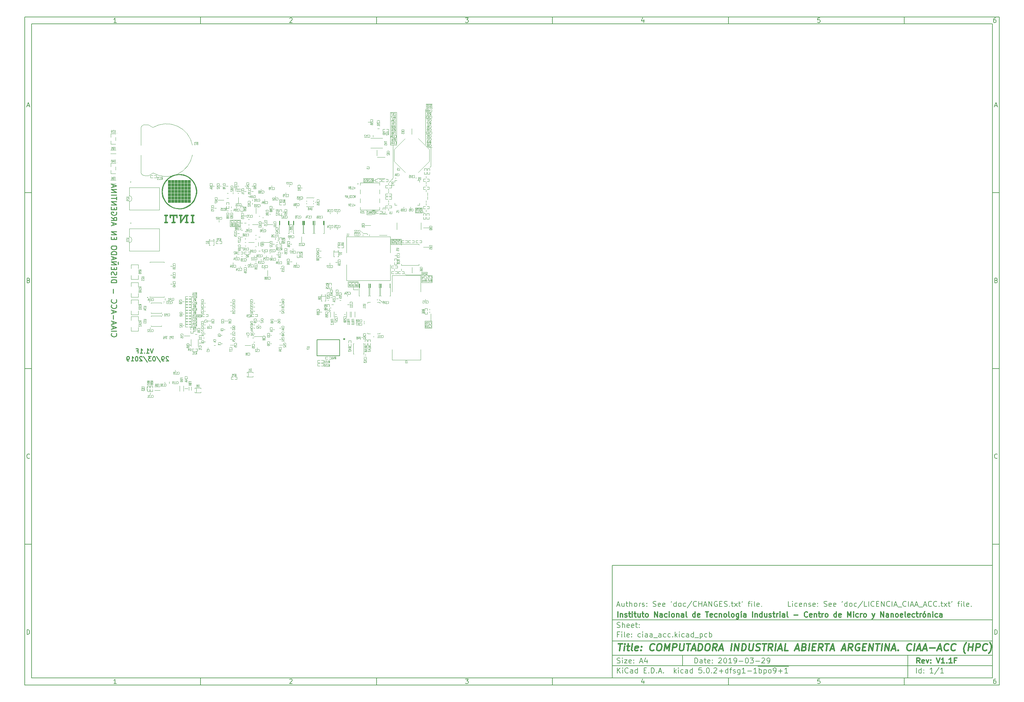
<source format=gbr>
G04 #@! TF.GenerationSoftware,KiCad,Pcbnew,5.0.2+dfsg1-1~bpo9+1*
G04 #@! TF.CreationDate,2019-03-29T14:07:49-03:00*
G04 #@! TF.ProjectId,ciaa_acc,63696161-5f61-4636-932e-6b696361645f,V1.1F*
G04 #@! TF.SameCoordinates,Original*
G04 #@! TF.FileFunction,Legend,Bot*
G04 #@! TF.FilePolarity,Positive*
%FSLAX46Y46*%
G04 Gerber Fmt 4.6, Leading zero omitted, Abs format (unit mm)*
G04 Created by KiCad (PCBNEW 5.0.2+dfsg1-1~bpo9+1) date Fri 29 Mar 2019 02:07:49 PM -03*
%MOMM*%
%LPD*%
G01*
G04 APERTURE LIST*
%ADD10C,0.101600*%
%ADD11C,0.150000*%
%ADD12C,0.300000*%
%ADD13C,0.400000*%
%ADD14C,0.254000*%
%ADD15C,0.114300*%
%ADD16C,0.127000*%
%ADD17C,0.002540*%
G04 APERTURE END LIST*
D10*
D11*
X177002200Y-166007200D02*
X177002200Y-198007200D01*
X285002200Y-198007200D01*
X285002200Y-166007200D01*
X177002200Y-166007200D01*
D10*
D11*
X10000000Y-10000000D02*
X10000000Y-200007200D01*
X287002200Y-200007200D01*
X287002200Y-10000000D01*
X10000000Y-10000000D01*
D10*
D11*
X12000000Y-12000000D02*
X12000000Y-198007200D01*
X285002200Y-198007200D01*
X285002200Y-12000000D01*
X12000000Y-12000000D01*
D10*
D11*
X60000000Y-12000000D02*
X60000000Y-10000000D01*
D10*
D11*
X110000000Y-12000000D02*
X110000000Y-10000000D01*
D10*
D11*
X160000000Y-12000000D02*
X160000000Y-10000000D01*
D10*
D11*
X210000000Y-12000000D02*
X210000000Y-10000000D01*
D10*
D11*
X260000000Y-12000000D02*
X260000000Y-10000000D01*
D10*
D11*
X36065476Y-11588095D02*
X35322619Y-11588095D01*
X35694047Y-11588095D02*
X35694047Y-10288095D01*
X35570238Y-10473809D01*
X35446428Y-10597619D01*
X35322619Y-10659523D01*
D10*
D11*
X85322619Y-10411904D02*
X85384523Y-10350000D01*
X85508333Y-10288095D01*
X85817857Y-10288095D01*
X85941666Y-10350000D01*
X86003571Y-10411904D01*
X86065476Y-10535714D01*
X86065476Y-10659523D01*
X86003571Y-10845238D01*
X85260714Y-11588095D01*
X86065476Y-11588095D01*
D10*
D11*
X135260714Y-10288095D02*
X136065476Y-10288095D01*
X135632142Y-10783333D01*
X135817857Y-10783333D01*
X135941666Y-10845238D01*
X136003571Y-10907142D01*
X136065476Y-11030952D01*
X136065476Y-11340476D01*
X136003571Y-11464285D01*
X135941666Y-11526190D01*
X135817857Y-11588095D01*
X135446428Y-11588095D01*
X135322619Y-11526190D01*
X135260714Y-11464285D01*
D10*
D11*
X185941666Y-10721428D02*
X185941666Y-11588095D01*
X185632142Y-10226190D02*
X185322619Y-11154761D01*
X186127380Y-11154761D01*
D10*
D11*
X236003571Y-10288095D02*
X235384523Y-10288095D01*
X235322619Y-10907142D01*
X235384523Y-10845238D01*
X235508333Y-10783333D01*
X235817857Y-10783333D01*
X235941666Y-10845238D01*
X236003571Y-10907142D01*
X236065476Y-11030952D01*
X236065476Y-11340476D01*
X236003571Y-11464285D01*
X235941666Y-11526190D01*
X235817857Y-11588095D01*
X235508333Y-11588095D01*
X235384523Y-11526190D01*
X235322619Y-11464285D01*
D10*
D11*
X285941666Y-10288095D02*
X285694047Y-10288095D01*
X285570238Y-10350000D01*
X285508333Y-10411904D01*
X285384523Y-10597619D01*
X285322619Y-10845238D01*
X285322619Y-11340476D01*
X285384523Y-11464285D01*
X285446428Y-11526190D01*
X285570238Y-11588095D01*
X285817857Y-11588095D01*
X285941666Y-11526190D01*
X286003571Y-11464285D01*
X286065476Y-11340476D01*
X286065476Y-11030952D01*
X286003571Y-10907142D01*
X285941666Y-10845238D01*
X285817857Y-10783333D01*
X285570238Y-10783333D01*
X285446428Y-10845238D01*
X285384523Y-10907142D01*
X285322619Y-11030952D01*
D10*
D11*
X60000000Y-198007200D02*
X60000000Y-200007200D01*
D10*
D11*
X110000000Y-198007200D02*
X110000000Y-200007200D01*
D10*
D11*
X160000000Y-198007200D02*
X160000000Y-200007200D01*
D10*
D11*
X210000000Y-198007200D02*
X210000000Y-200007200D01*
D10*
D11*
X260000000Y-198007200D02*
X260000000Y-200007200D01*
D10*
D11*
X36065476Y-199595295D02*
X35322619Y-199595295D01*
X35694047Y-199595295D02*
X35694047Y-198295295D01*
X35570238Y-198481009D01*
X35446428Y-198604819D01*
X35322619Y-198666723D01*
D10*
D11*
X85322619Y-198419104D02*
X85384523Y-198357200D01*
X85508333Y-198295295D01*
X85817857Y-198295295D01*
X85941666Y-198357200D01*
X86003571Y-198419104D01*
X86065476Y-198542914D01*
X86065476Y-198666723D01*
X86003571Y-198852438D01*
X85260714Y-199595295D01*
X86065476Y-199595295D01*
D10*
D11*
X135260714Y-198295295D02*
X136065476Y-198295295D01*
X135632142Y-198790533D01*
X135817857Y-198790533D01*
X135941666Y-198852438D01*
X136003571Y-198914342D01*
X136065476Y-199038152D01*
X136065476Y-199347676D01*
X136003571Y-199471485D01*
X135941666Y-199533390D01*
X135817857Y-199595295D01*
X135446428Y-199595295D01*
X135322619Y-199533390D01*
X135260714Y-199471485D01*
D10*
D11*
X185941666Y-198728628D02*
X185941666Y-199595295D01*
X185632142Y-198233390D02*
X185322619Y-199161961D01*
X186127380Y-199161961D01*
D10*
D11*
X236003571Y-198295295D02*
X235384523Y-198295295D01*
X235322619Y-198914342D01*
X235384523Y-198852438D01*
X235508333Y-198790533D01*
X235817857Y-198790533D01*
X235941666Y-198852438D01*
X236003571Y-198914342D01*
X236065476Y-199038152D01*
X236065476Y-199347676D01*
X236003571Y-199471485D01*
X235941666Y-199533390D01*
X235817857Y-199595295D01*
X235508333Y-199595295D01*
X235384523Y-199533390D01*
X235322619Y-199471485D01*
D10*
D11*
X285941666Y-198295295D02*
X285694047Y-198295295D01*
X285570238Y-198357200D01*
X285508333Y-198419104D01*
X285384523Y-198604819D01*
X285322619Y-198852438D01*
X285322619Y-199347676D01*
X285384523Y-199471485D01*
X285446428Y-199533390D01*
X285570238Y-199595295D01*
X285817857Y-199595295D01*
X285941666Y-199533390D01*
X286003571Y-199471485D01*
X286065476Y-199347676D01*
X286065476Y-199038152D01*
X286003571Y-198914342D01*
X285941666Y-198852438D01*
X285817857Y-198790533D01*
X285570238Y-198790533D01*
X285446428Y-198852438D01*
X285384523Y-198914342D01*
X285322619Y-199038152D01*
D10*
D11*
X10000000Y-60000000D02*
X12000000Y-60000000D01*
D10*
D11*
X10000000Y-110000000D02*
X12000000Y-110000000D01*
D10*
D11*
X10000000Y-160000000D02*
X12000000Y-160000000D01*
D10*
D11*
X10690476Y-35216666D02*
X11309523Y-35216666D01*
X10566666Y-35588095D02*
X11000000Y-34288095D01*
X11433333Y-35588095D01*
D10*
D11*
X11092857Y-84907142D02*
X11278571Y-84969047D01*
X11340476Y-85030952D01*
X11402380Y-85154761D01*
X11402380Y-85340476D01*
X11340476Y-85464285D01*
X11278571Y-85526190D01*
X11154761Y-85588095D01*
X10659523Y-85588095D01*
X10659523Y-84288095D01*
X11092857Y-84288095D01*
X11216666Y-84350000D01*
X11278571Y-84411904D01*
X11340476Y-84535714D01*
X11340476Y-84659523D01*
X11278571Y-84783333D01*
X11216666Y-84845238D01*
X11092857Y-84907142D01*
X10659523Y-84907142D01*
D10*
D11*
X11402380Y-135464285D02*
X11340476Y-135526190D01*
X11154761Y-135588095D01*
X11030952Y-135588095D01*
X10845238Y-135526190D01*
X10721428Y-135402380D01*
X10659523Y-135278571D01*
X10597619Y-135030952D01*
X10597619Y-134845238D01*
X10659523Y-134597619D01*
X10721428Y-134473809D01*
X10845238Y-134350000D01*
X11030952Y-134288095D01*
X11154761Y-134288095D01*
X11340476Y-134350000D01*
X11402380Y-134411904D01*
D10*
D11*
X10659523Y-185588095D02*
X10659523Y-184288095D01*
X10969047Y-184288095D01*
X11154761Y-184350000D01*
X11278571Y-184473809D01*
X11340476Y-184597619D01*
X11402380Y-184845238D01*
X11402380Y-185030952D01*
X11340476Y-185278571D01*
X11278571Y-185402380D01*
X11154761Y-185526190D01*
X10969047Y-185588095D01*
X10659523Y-185588095D01*
D10*
D11*
X287002200Y-60000000D02*
X285002200Y-60000000D01*
D10*
D11*
X287002200Y-110000000D02*
X285002200Y-110000000D01*
D10*
D11*
X287002200Y-160000000D02*
X285002200Y-160000000D01*
D10*
D11*
X285692676Y-35216666D02*
X286311723Y-35216666D01*
X285568866Y-35588095D02*
X286002200Y-34288095D01*
X286435533Y-35588095D01*
D10*
D11*
X286095057Y-84907142D02*
X286280771Y-84969047D01*
X286342676Y-85030952D01*
X286404580Y-85154761D01*
X286404580Y-85340476D01*
X286342676Y-85464285D01*
X286280771Y-85526190D01*
X286156961Y-85588095D01*
X285661723Y-85588095D01*
X285661723Y-84288095D01*
X286095057Y-84288095D01*
X286218866Y-84350000D01*
X286280771Y-84411904D01*
X286342676Y-84535714D01*
X286342676Y-84659523D01*
X286280771Y-84783333D01*
X286218866Y-84845238D01*
X286095057Y-84907142D01*
X285661723Y-84907142D01*
D10*
D11*
X286404580Y-135464285D02*
X286342676Y-135526190D01*
X286156961Y-135588095D01*
X286033152Y-135588095D01*
X285847438Y-135526190D01*
X285723628Y-135402380D01*
X285661723Y-135278571D01*
X285599819Y-135030952D01*
X285599819Y-134845238D01*
X285661723Y-134597619D01*
X285723628Y-134473809D01*
X285847438Y-134350000D01*
X286033152Y-134288095D01*
X286156961Y-134288095D01*
X286342676Y-134350000D01*
X286404580Y-134411904D01*
D10*
D11*
X285661723Y-185588095D02*
X285661723Y-184288095D01*
X285971247Y-184288095D01*
X286156961Y-184350000D01*
X286280771Y-184473809D01*
X286342676Y-184597619D01*
X286404580Y-184845238D01*
X286404580Y-185030952D01*
X286342676Y-185278571D01*
X286280771Y-185402380D01*
X286156961Y-185526190D01*
X285971247Y-185588095D01*
X285661723Y-185588095D01*
D10*
D11*
X200434342Y-193785771D02*
X200434342Y-192285771D01*
X200791485Y-192285771D01*
X201005771Y-192357200D01*
X201148628Y-192500057D01*
X201220057Y-192642914D01*
X201291485Y-192928628D01*
X201291485Y-193142914D01*
X201220057Y-193428628D01*
X201148628Y-193571485D01*
X201005771Y-193714342D01*
X200791485Y-193785771D01*
X200434342Y-193785771D01*
X202577200Y-193785771D02*
X202577200Y-193000057D01*
X202505771Y-192857200D01*
X202362914Y-192785771D01*
X202077200Y-192785771D01*
X201934342Y-192857200D01*
X202577200Y-193714342D02*
X202434342Y-193785771D01*
X202077200Y-193785771D01*
X201934342Y-193714342D01*
X201862914Y-193571485D01*
X201862914Y-193428628D01*
X201934342Y-193285771D01*
X202077200Y-193214342D01*
X202434342Y-193214342D01*
X202577200Y-193142914D01*
X203077200Y-192785771D02*
X203648628Y-192785771D01*
X203291485Y-192285771D02*
X203291485Y-193571485D01*
X203362914Y-193714342D01*
X203505771Y-193785771D01*
X203648628Y-193785771D01*
X204720057Y-193714342D02*
X204577200Y-193785771D01*
X204291485Y-193785771D01*
X204148628Y-193714342D01*
X204077200Y-193571485D01*
X204077200Y-193000057D01*
X204148628Y-192857200D01*
X204291485Y-192785771D01*
X204577200Y-192785771D01*
X204720057Y-192857200D01*
X204791485Y-193000057D01*
X204791485Y-193142914D01*
X204077200Y-193285771D01*
X205434342Y-193642914D02*
X205505771Y-193714342D01*
X205434342Y-193785771D01*
X205362914Y-193714342D01*
X205434342Y-193642914D01*
X205434342Y-193785771D01*
X205434342Y-192857200D02*
X205505771Y-192928628D01*
X205434342Y-193000057D01*
X205362914Y-192928628D01*
X205434342Y-192857200D01*
X205434342Y-193000057D01*
X207220057Y-192428628D02*
X207291485Y-192357200D01*
X207434342Y-192285771D01*
X207791485Y-192285771D01*
X207934342Y-192357200D01*
X208005771Y-192428628D01*
X208077200Y-192571485D01*
X208077200Y-192714342D01*
X208005771Y-192928628D01*
X207148628Y-193785771D01*
X208077200Y-193785771D01*
X209005771Y-192285771D02*
X209148628Y-192285771D01*
X209291485Y-192357200D01*
X209362914Y-192428628D01*
X209434342Y-192571485D01*
X209505771Y-192857200D01*
X209505771Y-193214342D01*
X209434342Y-193500057D01*
X209362914Y-193642914D01*
X209291485Y-193714342D01*
X209148628Y-193785771D01*
X209005771Y-193785771D01*
X208862914Y-193714342D01*
X208791485Y-193642914D01*
X208720057Y-193500057D01*
X208648628Y-193214342D01*
X208648628Y-192857200D01*
X208720057Y-192571485D01*
X208791485Y-192428628D01*
X208862914Y-192357200D01*
X209005771Y-192285771D01*
X210934342Y-193785771D02*
X210077200Y-193785771D01*
X210505771Y-193785771D02*
X210505771Y-192285771D01*
X210362914Y-192500057D01*
X210220057Y-192642914D01*
X210077200Y-192714342D01*
X211648628Y-193785771D02*
X211934342Y-193785771D01*
X212077200Y-193714342D01*
X212148628Y-193642914D01*
X212291485Y-193428628D01*
X212362914Y-193142914D01*
X212362914Y-192571485D01*
X212291485Y-192428628D01*
X212220057Y-192357200D01*
X212077200Y-192285771D01*
X211791485Y-192285771D01*
X211648628Y-192357200D01*
X211577200Y-192428628D01*
X211505771Y-192571485D01*
X211505771Y-192928628D01*
X211577200Y-193071485D01*
X211648628Y-193142914D01*
X211791485Y-193214342D01*
X212077200Y-193214342D01*
X212220057Y-193142914D01*
X212291485Y-193071485D01*
X212362914Y-192928628D01*
X213005771Y-193214342D02*
X214148628Y-193214342D01*
X215148628Y-192285771D02*
X215291485Y-192285771D01*
X215434342Y-192357200D01*
X215505771Y-192428628D01*
X215577200Y-192571485D01*
X215648628Y-192857200D01*
X215648628Y-193214342D01*
X215577200Y-193500057D01*
X215505771Y-193642914D01*
X215434342Y-193714342D01*
X215291485Y-193785771D01*
X215148628Y-193785771D01*
X215005771Y-193714342D01*
X214934342Y-193642914D01*
X214862914Y-193500057D01*
X214791485Y-193214342D01*
X214791485Y-192857200D01*
X214862914Y-192571485D01*
X214934342Y-192428628D01*
X215005771Y-192357200D01*
X215148628Y-192285771D01*
X216148628Y-192285771D02*
X217077200Y-192285771D01*
X216577200Y-192857200D01*
X216791485Y-192857200D01*
X216934342Y-192928628D01*
X217005771Y-193000057D01*
X217077200Y-193142914D01*
X217077200Y-193500057D01*
X217005771Y-193642914D01*
X216934342Y-193714342D01*
X216791485Y-193785771D01*
X216362914Y-193785771D01*
X216220057Y-193714342D01*
X216148628Y-193642914D01*
X217720057Y-193214342D02*
X218862914Y-193214342D01*
X219505771Y-192428628D02*
X219577200Y-192357200D01*
X219720057Y-192285771D01*
X220077200Y-192285771D01*
X220220057Y-192357200D01*
X220291485Y-192428628D01*
X220362914Y-192571485D01*
X220362914Y-192714342D01*
X220291485Y-192928628D01*
X219434342Y-193785771D01*
X220362914Y-193785771D01*
X221077200Y-193785771D02*
X221362914Y-193785771D01*
X221505771Y-193714342D01*
X221577200Y-193642914D01*
X221720057Y-193428628D01*
X221791485Y-193142914D01*
X221791485Y-192571485D01*
X221720057Y-192428628D01*
X221648628Y-192357200D01*
X221505771Y-192285771D01*
X221220057Y-192285771D01*
X221077200Y-192357200D01*
X221005771Y-192428628D01*
X220934342Y-192571485D01*
X220934342Y-192928628D01*
X221005771Y-193071485D01*
X221077200Y-193142914D01*
X221220057Y-193214342D01*
X221505771Y-193214342D01*
X221648628Y-193142914D01*
X221720057Y-193071485D01*
X221791485Y-192928628D01*
D10*
D11*
X177002200Y-194507200D02*
X285002200Y-194507200D01*
D10*
D11*
X178434342Y-196585771D02*
X178434342Y-195085771D01*
X179291485Y-196585771D02*
X178648628Y-195728628D01*
X179291485Y-195085771D02*
X178434342Y-195942914D01*
X179934342Y-196585771D02*
X179934342Y-195585771D01*
X179934342Y-195085771D02*
X179862914Y-195157200D01*
X179934342Y-195228628D01*
X180005771Y-195157200D01*
X179934342Y-195085771D01*
X179934342Y-195228628D01*
X181505771Y-196442914D02*
X181434342Y-196514342D01*
X181220057Y-196585771D01*
X181077200Y-196585771D01*
X180862914Y-196514342D01*
X180720057Y-196371485D01*
X180648628Y-196228628D01*
X180577200Y-195942914D01*
X180577200Y-195728628D01*
X180648628Y-195442914D01*
X180720057Y-195300057D01*
X180862914Y-195157200D01*
X181077200Y-195085771D01*
X181220057Y-195085771D01*
X181434342Y-195157200D01*
X181505771Y-195228628D01*
X182791485Y-196585771D02*
X182791485Y-195800057D01*
X182720057Y-195657200D01*
X182577200Y-195585771D01*
X182291485Y-195585771D01*
X182148628Y-195657200D01*
X182791485Y-196514342D02*
X182648628Y-196585771D01*
X182291485Y-196585771D01*
X182148628Y-196514342D01*
X182077200Y-196371485D01*
X182077200Y-196228628D01*
X182148628Y-196085771D01*
X182291485Y-196014342D01*
X182648628Y-196014342D01*
X182791485Y-195942914D01*
X184148628Y-196585771D02*
X184148628Y-195085771D01*
X184148628Y-196514342D02*
X184005771Y-196585771D01*
X183720057Y-196585771D01*
X183577200Y-196514342D01*
X183505771Y-196442914D01*
X183434342Y-196300057D01*
X183434342Y-195871485D01*
X183505771Y-195728628D01*
X183577200Y-195657200D01*
X183720057Y-195585771D01*
X184005771Y-195585771D01*
X184148628Y-195657200D01*
X186005771Y-195800057D02*
X186505771Y-195800057D01*
X186720057Y-196585771D02*
X186005771Y-196585771D01*
X186005771Y-195085771D01*
X186720057Y-195085771D01*
X187362914Y-196442914D02*
X187434342Y-196514342D01*
X187362914Y-196585771D01*
X187291485Y-196514342D01*
X187362914Y-196442914D01*
X187362914Y-196585771D01*
X188077200Y-196585771D02*
X188077200Y-195085771D01*
X188434342Y-195085771D01*
X188648628Y-195157200D01*
X188791485Y-195300057D01*
X188862914Y-195442914D01*
X188934342Y-195728628D01*
X188934342Y-195942914D01*
X188862914Y-196228628D01*
X188791485Y-196371485D01*
X188648628Y-196514342D01*
X188434342Y-196585771D01*
X188077200Y-196585771D01*
X189577200Y-196442914D02*
X189648628Y-196514342D01*
X189577200Y-196585771D01*
X189505771Y-196514342D01*
X189577200Y-196442914D01*
X189577200Y-196585771D01*
X190220057Y-196157200D02*
X190934342Y-196157200D01*
X190077200Y-196585771D02*
X190577200Y-195085771D01*
X191077200Y-196585771D01*
X191577200Y-196442914D02*
X191648628Y-196514342D01*
X191577200Y-196585771D01*
X191505771Y-196514342D01*
X191577200Y-196442914D01*
X191577200Y-196585771D01*
X194577200Y-196585771D02*
X194577200Y-195085771D01*
X194720057Y-196014342D02*
X195148628Y-196585771D01*
X195148628Y-195585771D02*
X194577200Y-196157200D01*
X195791485Y-196585771D02*
X195791485Y-195585771D01*
X195791485Y-195085771D02*
X195720057Y-195157200D01*
X195791485Y-195228628D01*
X195862914Y-195157200D01*
X195791485Y-195085771D01*
X195791485Y-195228628D01*
X197148628Y-196514342D02*
X197005771Y-196585771D01*
X196720057Y-196585771D01*
X196577200Y-196514342D01*
X196505771Y-196442914D01*
X196434342Y-196300057D01*
X196434342Y-195871485D01*
X196505771Y-195728628D01*
X196577200Y-195657200D01*
X196720057Y-195585771D01*
X197005771Y-195585771D01*
X197148628Y-195657200D01*
X198434342Y-196585771D02*
X198434342Y-195800057D01*
X198362914Y-195657200D01*
X198220057Y-195585771D01*
X197934342Y-195585771D01*
X197791485Y-195657200D01*
X198434342Y-196514342D02*
X198291485Y-196585771D01*
X197934342Y-196585771D01*
X197791485Y-196514342D01*
X197720057Y-196371485D01*
X197720057Y-196228628D01*
X197791485Y-196085771D01*
X197934342Y-196014342D01*
X198291485Y-196014342D01*
X198434342Y-195942914D01*
X199791485Y-196585771D02*
X199791485Y-195085771D01*
X199791485Y-196514342D02*
X199648628Y-196585771D01*
X199362914Y-196585771D01*
X199220057Y-196514342D01*
X199148628Y-196442914D01*
X199077200Y-196300057D01*
X199077200Y-195871485D01*
X199148628Y-195728628D01*
X199220057Y-195657200D01*
X199362914Y-195585771D01*
X199648628Y-195585771D01*
X199791485Y-195657200D01*
X202362914Y-195085771D02*
X201648628Y-195085771D01*
X201577200Y-195800057D01*
X201648628Y-195728628D01*
X201791485Y-195657200D01*
X202148628Y-195657200D01*
X202291485Y-195728628D01*
X202362914Y-195800057D01*
X202434342Y-195942914D01*
X202434342Y-196300057D01*
X202362914Y-196442914D01*
X202291485Y-196514342D01*
X202148628Y-196585771D01*
X201791485Y-196585771D01*
X201648628Y-196514342D01*
X201577200Y-196442914D01*
X203077200Y-196442914D02*
X203148628Y-196514342D01*
X203077200Y-196585771D01*
X203005771Y-196514342D01*
X203077200Y-196442914D01*
X203077200Y-196585771D01*
X204077200Y-195085771D02*
X204220057Y-195085771D01*
X204362914Y-195157200D01*
X204434342Y-195228628D01*
X204505771Y-195371485D01*
X204577200Y-195657200D01*
X204577200Y-196014342D01*
X204505771Y-196300057D01*
X204434342Y-196442914D01*
X204362914Y-196514342D01*
X204220057Y-196585771D01*
X204077200Y-196585771D01*
X203934342Y-196514342D01*
X203862914Y-196442914D01*
X203791485Y-196300057D01*
X203720057Y-196014342D01*
X203720057Y-195657200D01*
X203791485Y-195371485D01*
X203862914Y-195228628D01*
X203934342Y-195157200D01*
X204077200Y-195085771D01*
X205220057Y-196442914D02*
X205291485Y-196514342D01*
X205220057Y-196585771D01*
X205148628Y-196514342D01*
X205220057Y-196442914D01*
X205220057Y-196585771D01*
X205862914Y-195228628D02*
X205934342Y-195157200D01*
X206077200Y-195085771D01*
X206434342Y-195085771D01*
X206577200Y-195157200D01*
X206648628Y-195228628D01*
X206720057Y-195371485D01*
X206720057Y-195514342D01*
X206648628Y-195728628D01*
X205791485Y-196585771D01*
X206720057Y-196585771D01*
X207362914Y-196014342D02*
X208505771Y-196014342D01*
X207934342Y-196585771D02*
X207934342Y-195442914D01*
X209862914Y-196585771D02*
X209862914Y-195085771D01*
X209862914Y-196514342D02*
X209720057Y-196585771D01*
X209434342Y-196585771D01*
X209291485Y-196514342D01*
X209220057Y-196442914D01*
X209148628Y-196300057D01*
X209148628Y-195871485D01*
X209220057Y-195728628D01*
X209291485Y-195657200D01*
X209434342Y-195585771D01*
X209720057Y-195585771D01*
X209862914Y-195657200D01*
X210362914Y-195585771D02*
X210934342Y-195585771D01*
X210577200Y-196585771D02*
X210577200Y-195300057D01*
X210648628Y-195157200D01*
X210791485Y-195085771D01*
X210934342Y-195085771D01*
X211362914Y-196514342D02*
X211505771Y-196585771D01*
X211791485Y-196585771D01*
X211934342Y-196514342D01*
X212005771Y-196371485D01*
X212005771Y-196300057D01*
X211934342Y-196157200D01*
X211791485Y-196085771D01*
X211577200Y-196085771D01*
X211434342Y-196014342D01*
X211362914Y-195871485D01*
X211362914Y-195800057D01*
X211434342Y-195657200D01*
X211577200Y-195585771D01*
X211791485Y-195585771D01*
X211934342Y-195657200D01*
X213291485Y-195585771D02*
X213291485Y-196800057D01*
X213220057Y-196942914D01*
X213148628Y-197014342D01*
X213005771Y-197085771D01*
X212791485Y-197085771D01*
X212648628Y-197014342D01*
X213291485Y-196514342D02*
X213148628Y-196585771D01*
X212862914Y-196585771D01*
X212720057Y-196514342D01*
X212648628Y-196442914D01*
X212577200Y-196300057D01*
X212577200Y-195871485D01*
X212648628Y-195728628D01*
X212720057Y-195657200D01*
X212862914Y-195585771D01*
X213148628Y-195585771D01*
X213291485Y-195657200D01*
X214791485Y-196585771D02*
X213934342Y-196585771D01*
X214362914Y-196585771D02*
X214362914Y-195085771D01*
X214220057Y-195300057D01*
X214077200Y-195442914D01*
X213934342Y-195514342D01*
X215434342Y-196014342D02*
X216577200Y-196014342D01*
X218077200Y-196585771D02*
X217220057Y-196585771D01*
X217648628Y-196585771D02*
X217648628Y-195085771D01*
X217505771Y-195300057D01*
X217362914Y-195442914D01*
X217220057Y-195514342D01*
X218362914Y-194677200D02*
X219720057Y-194677200D01*
X218720057Y-196585771D02*
X218720057Y-195085771D01*
X218720057Y-195657200D02*
X218862914Y-195585771D01*
X219148628Y-195585771D01*
X219291485Y-195657200D01*
X219362914Y-195728628D01*
X219434342Y-195871485D01*
X219434342Y-196300057D01*
X219362914Y-196442914D01*
X219291485Y-196514342D01*
X219148628Y-196585771D01*
X218862914Y-196585771D01*
X218720057Y-196514342D01*
X219720057Y-194677200D02*
X221077200Y-194677200D01*
X220077200Y-195585771D02*
X220077200Y-197085771D01*
X220077200Y-195657200D02*
X220220057Y-195585771D01*
X220505771Y-195585771D01*
X220648628Y-195657200D01*
X220720057Y-195728628D01*
X220791485Y-195871485D01*
X220791485Y-196300057D01*
X220720057Y-196442914D01*
X220648628Y-196514342D01*
X220505771Y-196585771D01*
X220220057Y-196585771D01*
X220077200Y-196514342D01*
X221077200Y-194677200D02*
X222434342Y-194677200D01*
X221648628Y-196585771D02*
X221505771Y-196514342D01*
X221434342Y-196442914D01*
X221362914Y-196300057D01*
X221362914Y-195871485D01*
X221434342Y-195728628D01*
X221505771Y-195657200D01*
X221648628Y-195585771D01*
X221862914Y-195585771D01*
X222005771Y-195657200D01*
X222077200Y-195728628D01*
X222148628Y-195871485D01*
X222148628Y-196300057D01*
X222077200Y-196442914D01*
X222005771Y-196514342D01*
X221862914Y-196585771D01*
X221648628Y-196585771D01*
X222434342Y-194677200D02*
X223862914Y-194677200D01*
X222862914Y-196585771D02*
X223148628Y-196585771D01*
X223291485Y-196514342D01*
X223362914Y-196442914D01*
X223505771Y-196228628D01*
X223577200Y-195942914D01*
X223577200Y-195371485D01*
X223505771Y-195228628D01*
X223434342Y-195157200D01*
X223291485Y-195085771D01*
X223005771Y-195085771D01*
X222862914Y-195157200D01*
X222791485Y-195228628D01*
X222720057Y-195371485D01*
X222720057Y-195728628D01*
X222791485Y-195871485D01*
X222862914Y-195942914D01*
X223005771Y-196014342D01*
X223291485Y-196014342D01*
X223434342Y-195942914D01*
X223505771Y-195871485D01*
X223577200Y-195728628D01*
X223862914Y-194677200D02*
X225720057Y-194677200D01*
X224220057Y-196014342D02*
X225362914Y-196014342D01*
X224791485Y-196585771D02*
X224791485Y-195442914D01*
X225720057Y-194677200D02*
X227148628Y-194677200D01*
X226862914Y-196585771D02*
X226005771Y-196585771D01*
X226434342Y-196585771D02*
X226434342Y-195085771D01*
X226291485Y-195300057D01*
X226148628Y-195442914D01*
X226005771Y-195514342D01*
D10*
D11*
X177002200Y-191507200D02*
X285002200Y-191507200D01*
D10*
D12*
X264411485Y-193785771D02*
X263911485Y-193071485D01*
X263554342Y-193785771D02*
X263554342Y-192285771D01*
X264125771Y-192285771D01*
X264268628Y-192357200D01*
X264340057Y-192428628D01*
X264411485Y-192571485D01*
X264411485Y-192785771D01*
X264340057Y-192928628D01*
X264268628Y-193000057D01*
X264125771Y-193071485D01*
X263554342Y-193071485D01*
X265625771Y-193714342D02*
X265482914Y-193785771D01*
X265197200Y-193785771D01*
X265054342Y-193714342D01*
X264982914Y-193571485D01*
X264982914Y-193000057D01*
X265054342Y-192857200D01*
X265197200Y-192785771D01*
X265482914Y-192785771D01*
X265625771Y-192857200D01*
X265697200Y-193000057D01*
X265697200Y-193142914D01*
X264982914Y-193285771D01*
X266197200Y-192785771D02*
X266554342Y-193785771D01*
X266911485Y-192785771D01*
X267482914Y-193642914D02*
X267554342Y-193714342D01*
X267482914Y-193785771D01*
X267411485Y-193714342D01*
X267482914Y-193642914D01*
X267482914Y-193785771D01*
X267482914Y-192857200D02*
X267554342Y-192928628D01*
X267482914Y-193000057D01*
X267411485Y-192928628D01*
X267482914Y-192857200D01*
X267482914Y-193000057D01*
X269125771Y-192285771D02*
X269625771Y-193785771D01*
X270125771Y-192285771D01*
X271411485Y-193785771D02*
X270554342Y-193785771D01*
X270982914Y-193785771D02*
X270982914Y-192285771D01*
X270840057Y-192500057D01*
X270697200Y-192642914D01*
X270554342Y-192714342D01*
X272054342Y-193642914D02*
X272125771Y-193714342D01*
X272054342Y-193785771D01*
X271982914Y-193714342D01*
X272054342Y-193642914D01*
X272054342Y-193785771D01*
X273554342Y-193785771D02*
X272697200Y-193785771D01*
X273125771Y-193785771D02*
X273125771Y-192285771D01*
X272982914Y-192500057D01*
X272840057Y-192642914D01*
X272697200Y-192714342D01*
X274697200Y-193000057D02*
X274197200Y-193000057D01*
X274197200Y-193785771D02*
X274197200Y-192285771D01*
X274911485Y-192285771D01*
D10*
D11*
X178362914Y-193714342D02*
X178577200Y-193785771D01*
X178934342Y-193785771D01*
X179077200Y-193714342D01*
X179148628Y-193642914D01*
X179220057Y-193500057D01*
X179220057Y-193357200D01*
X179148628Y-193214342D01*
X179077200Y-193142914D01*
X178934342Y-193071485D01*
X178648628Y-193000057D01*
X178505771Y-192928628D01*
X178434342Y-192857200D01*
X178362914Y-192714342D01*
X178362914Y-192571485D01*
X178434342Y-192428628D01*
X178505771Y-192357200D01*
X178648628Y-192285771D01*
X179005771Y-192285771D01*
X179220057Y-192357200D01*
X179862914Y-193785771D02*
X179862914Y-192785771D01*
X179862914Y-192285771D02*
X179791485Y-192357200D01*
X179862914Y-192428628D01*
X179934342Y-192357200D01*
X179862914Y-192285771D01*
X179862914Y-192428628D01*
X180434342Y-192785771D02*
X181220057Y-192785771D01*
X180434342Y-193785771D01*
X181220057Y-193785771D01*
X182362914Y-193714342D02*
X182220057Y-193785771D01*
X181934342Y-193785771D01*
X181791485Y-193714342D01*
X181720057Y-193571485D01*
X181720057Y-193000057D01*
X181791485Y-192857200D01*
X181934342Y-192785771D01*
X182220057Y-192785771D01*
X182362914Y-192857200D01*
X182434342Y-193000057D01*
X182434342Y-193142914D01*
X181720057Y-193285771D01*
X183077200Y-193642914D02*
X183148628Y-193714342D01*
X183077200Y-193785771D01*
X183005771Y-193714342D01*
X183077200Y-193642914D01*
X183077200Y-193785771D01*
X183077200Y-192857200D02*
X183148628Y-192928628D01*
X183077200Y-193000057D01*
X183005771Y-192928628D01*
X183077200Y-192857200D01*
X183077200Y-193000057D01*
X184862914Y-193357200D02*
X185577200Y-193357200D01*
X184720057Y-193785771D02*
X185220057Y-192285771D01*
X185720057Y-193785771D01*
X186862914Y-192785771D02*
X186862914Y-193785771D01*
X186505771Y-192214342D02*
X186148628Y-193285771D01*
X187077200Y-193285771D01*
D10*
D11*
X263434342Y-196585771D02*
X263434342Y-195085771D01*
X264791485Y-196585771D02*
X264791485Y-195085771D01*
X264791485Y-196514342D02*
X264648628Y-196585771D01*
X264362914Y-196585771D01*
X264220057Y-196514342D01*
X264148628Y-196442914D01*
X264077200Y-196300057D01*
X264077200Y-195871485D01*
X264148628Y-195728628D01*
X264220057Y-195657200D01*
X264362914Y-195585771D01*
X264648628Y-195585771D01*
X264791485Y-195657200D01*
X265505771Y-196442914D02*
X265577200Y-196514342D01*
X265505771Y-196585771D01*
X265434342Y-196514342D01*
X265505771Y-196442914D01*
X265505771Y-196585771D01*
X265505771Y-195657200D02*
X265577200Y-195728628D01*
X265505771Y-195800057D01*
X265434342Y-195728628D01*
X265505771Y-195657200D01*
X265505771Y-195800057D01*
X268148628Y-196585771D02*
X267291485Y-196585771D01*
X267720057Y-196585771D02*
X267720057Y-195085771D01*
X267577200Y-195300057D01*
X267434342Y-195442914D01*
X267291485Y-195514342D01*
X269862914Y-195014342D02*
X268577200Y-196942914D01*
X271148628Y-196585771D02*
X270291485Y-196585771D01*
X270720057Y-196585771D02*
X270720057Y-195085771D01*
X270577200Y-195300057D01*
X270434342Y-195442914D01*
X270291485Y-195514342D01*
D10*
D11*
X177002200Y-187507200D02*
X285002200Y-187507200D01*
D10*
D13*
X178714580Y-188211961D02*
X179857438Y-188211961D01*
X179036009Y-190211961D02*
X179286009Y-188211961D01*
X180274104Y-190211961D02*
X180440771Y-188878628D01*
X180524104Y-188211961D02*
X180416961Y-188307200D01*
X180500295Y-188402438D01*
X180607438Y-188307200D01*
X180524104Y-188211961D01*
X180500295Y-188402438D01*
X181107438Y-188878628D02*
X181869342Y-188878628D01*
X181476485Y-188211961D02*
X181262200Y-189926247D01*
X181333628Y-190116723D01*
X181512200Y-190211961D01*
X181702676Y-190211961D01*
X182655057Y-190211961D02*
X182476485Y-190116723D01*
X182405057Y-189926247D01*
X182619342Y-188211961D01*
X184190771Y-190116723D02*
X183988390Y-190211961D01*
X183607438Y-190211961D01*
X183428866Y-190116723D01*
X183357438Y-189926247D01*
X183452676Y-189164342D01*
X183571723Y-188973866D01*
X183774104Y-188878628D01*
X184155057Y-188878628D01*
X184333628Y-188973866D01*
X184405057Y-189164342D01*
X184381247Y-189354819D01*
X183405057Y-189545295D01*
X185155057Y-190021485D02*
X185238390Y-190116723D01*
X185131247Y-190211961D01*
X185047914Y-190116723D01*
X185155057Y-190021485D01*
X185131247Y-190211961D01*
X185286009Y-188973866D02*
X185369342Y-189069104D01*
X185262200Y-189164342D01*
X185178866Y-189069104D01*
X185286009Y-188973866D01*
X185262200Y-189164342D01*
X188774104Y-190021485D02*
X188666961Y-190116723D01*
X188369342Y-190211961D01*
X188178866Y-190211961D01*
X187905057Y-190116723D01*
X187738390Y-189926247D01*
X187666961Y-189735771D01*
X187619342Y-189354819D01*
X187655057Y-189069104D01*
X187797914Y-188688152D01*
X187916961Y-188497676D01*
X188131247Y-188307200D01*
X188428866Y-188211961D01*
X188619342Y-188211961D01*
X188893152Y-188307200D01*
X188976485Y-188402438D01*
X190238390Y-188211961D02*
X190619342Y-188211961D01*
X190797914Y-188307200D01*
X190964580Y-188497676D01*
X191012200Y-188878628D01*
X190928866Y-189545295D01*
X190786009Y-189926247D01*
X190571723Y-190116723D01*
X190369342Y-190211961D01*
X189988390Y-190211961D01*
X189809819Y-190116723D01*
X189643152Y-189926247D01*
X189595533Y-189545295D01*
X189678866Y-188878628D01*
X189821723Y-188497676D01*
X190036009Y-188307200D01*
X190238390Y-188211961D01*
X191702676Y-190211961D02*
X191952676Y-188211961D01*
X192440771Y-189640533D01*
X193286009Y-188211961D01*
X193036009Y-190211961D01*
X193988390Y-190211961D02*
X194238390Y-188211961D01*
X195000295Y-188211961D01*
X195178866Y-188307200D01*
X195262200Y-188402438D01*
X195333628Y-188592914D01*
X195297914Y-188878628D01*
X195178866Y-189069104D01*
X195071723Y-189164342D01*
X194869342Y-189259580D01*
X194107438Y-189259580D01*
X196238390Y-188211961D02*
X196036009Y-189831009D01*
X196107438Y-190021485D01*
X196190771Y-190116723D01*
X196369342Y-190211961D01*
X196750295Y-190211961D01*
X196952676Y-190116723D01*
X197059819Y-190021485D01*
X197178866Y-189831009D01*
X197381247Y-188211961D01*
X198047914Y-188211961D02*
X199190771Y-188211961D01*
X198369342Y-190211961D02*
X198619342Y-188211961D01*
X199583628Y-189640533D02*
X200536009Y-189640533D01*
X199321723Y-190211961D02*
X200238390Y-188211961D01*
X200655057Y-190211961D01*
X201321723Y-190211961D02*
X201571723Y-188211961D01*
X202047914Y-188211961D01*
X202321723Y-188307200D01*
X202488390Y-188497676D01*
X202559819Y-188688152D01*
X202607438Y-189069104D01*
X202571723Y-189354819D01*
X202428866Y-189735771D01*
X202309819Y-189926247D01*
X202095533Y-190116723D01*
X201797914Y-190211961D01*
X201321723Y-190211961D01*
X203952676Y-188211961D02*
X204333628Y-188211961D01*
X204512200Y-188307200D01*
X204678866Y-188497676D01*
X204726485Y-188878628D01*
X204643152Y-189545295D01*
X204500295Y-189926247D01*
X204286009Y-190116723D01*
X204083628Y-190211961D01*
X203702676Y-190211961D01*
X203524104Y-190116723D01*
X203357438Y-189926247D01*
X203309819Y-189545295D01*
X203393152Y-188878628D01*
X203536009Y-188497676D01*
X203750295Y-188307200D01*
X203952676Y-188211961D01*
X206559819Y-190211961D02*
X206012200Y-189259580D01*
X205416961Y-190211961D02*
X205666961Y-188211961D01*
X206428866Y-188211961D01*
X206607438Y-188307200D01*
X206690771Y-188402438D01*
X206762200Y-188592914D01*
X206726485Y-188878628D01*
X206607438Y-189069104D01*
X206500295Y-189164342D01*
X206297914Y-189259580D01*
X205536009Y-189259580D01*
X207393152Y-189640533D02*
X208345533Y-189640533D01*
X207131247Y-190211961D02*
X208047914Y-188211961D01*
X208464580Y-190211961D01*
X210655057Y-190211961D02*
X210905057Y-188211961D01*
X211607438Y-190211961D02*
X211857438Y-188211961D01*
X212750295Y-190211961D01*
X213000295Y-188211961D01*
X213702676Y-190211961D02*
X213952676Y-188211961D01*
X214428866Y-188211961D01*
X214702676Y-188307200D01*
X214869342Y-188497676D01*
X214940771Y-188688152D01*
X214988390Y-189069104D01*
X214952676Y-189354819D01*
X214809819Y-189735771D01*
X214690771Y-189926247D01*
X214476485Y-190116723D01*
X214178866Y-190211961D01*
X213702676Y-190211961D01*
X215952676Y-188211961D02*
X215750295Y-189831009D01*
X215821723Y-190021485D01*
X215905057Y-190116723D01*
X216083628Y-190211961D01*
X216464580Y-190211961D01*
X216666961Y-190116723D01*
X216774104Y-190021485D01*
X216893152Y-189831009D01*
X217095533Y-188211961D01*
X217714580Y-190116723D02*
X217988390Y-190211961D01*
X218464580Y-190211961D01*
X218666961Y-190116723D01*
X218774104Y-190021485D01*
X218893152Y-189831009D01*
X218916961Y-189640533D01*
X218845533Y-189450057D01*
X218762200Y-189354819D01*
X218583628Y-189259580D01*
X218214580Y-189164342D01*
X218036009Y-189069104D01*
X217952676Y-188973866D01*
X217881247Y-188783390D01*
X217905057Y-188592914D01*
X218024104Y-188402438D01*
X218131247Y-188307200D01*
X218333628Y-188211961D01*
X218809819Y-188211961D01*
X219083628Y-188307200D01*
X219666961Y-188211961D02*
X220809819Y-188211961D01*
X219988390Y-190211961D02*
X220238390Y-188211961D01*
X222369342Y-190211961D02*
X221821723Y-189259580D01*
X221226485Y-190211961D02*
X221476485Y-188211961D01*
X222238390Y-188211961D01*
X222416961Y-188307200D01*
X222500295Y-188402438D01*
X222571723Y-188592914D01*
X222536009Y-188878628D01*
X222416961Y-189069104D01*
X222309819Y-189164342D01*
X222107438Y-189259580D01*
X221345533Y-189259580D01*
X223226485Y-190211961D02*
X223476485Y-188211961D01*
X224155057Y-189640533D02*
X225107438Y-189640533D01*
X223893152Y-190211961D02*
X224809819Y-188211961D01*
X225226485Y-190211961D01*
X226845533Y-190211961D02*
X225893152Y-190211961D01*
X226143152Y-188211961D01*
X229012200Y-189640533D02*
X229964580Y-189640533D01*
X228750295Y-190211961D02*
X229666961Y-188211961D01*
X230083628Y-190211961D01*
X231547914Y-189164342D02*
X231821723Y-189259580D01*
X231905057Y-189354819D01*
X231976485Y-189545295D01*
X231940771Y-189831009D01*
X231821723Y-190021485D01*
X231714580Y-190116723D01*
X231512200Y-190211961D01*
X230750295Y-190211961D01*
X231000295Y-188211961D01*
X231666961Y-188211961D01*
X231845533Y-188307200D01*
X231928866Y-188402438D01*
X232000295Y-188592914D01*
X231976485Y-188783390D01*
X231857438Y-188973866D01*
X231750295Y-189069104D01*
X231547914Y-189164342D01*
X230881247Y-189164342D01*
X232750295Y-190211961D02*
X233000295Y-188211961D01*
X233833628Y-189164342D02*
X234500295Y-189164342D01*
X234655057Y-190211961D02*
X233702676Y-190211961D01*
X233952676Y-188211961D01*
X234905057Y-188211961D01*
X236655057Y-190211961D02*
X236107438Y-189259580D01*
X235512200Y-190211961D02*
X235762200Y-188211961D01*
X236524104Y-188211961D01*
X236702676Y-188307200D01*
X236786009Y-188402438D01*
X236857438Y-188592914D01*
X236821723Y-188878628D01*
X236702676Y-189069104D01*
X236595533Y-189164342D01*
X236393152Y-189259580D01*
X235631247Y-189259580D01*
X237476485Y-188211961D02*
X238619342Y-188211961D01*
X237797914Y-190211961D02*
X238047914Y-188211961D01*
X239012200Y-189640533D02*
X239964580Y-189640533D01*
X238750295Y-190211961D02*
X239666961Y-188211961D01*
X240083628Y-190211961D01*
X242250295Y-189640533D02*
X243202676Y-189640533D01*
X241988390Y-190211961D02*
X242905057Y-188211961D01*
X243321723Y-190211961D01*
X245131247Y-190211961D02*
X244583628Y-189259580D01*
X243988390Y-190211961D02*
X244238390Y-188211961D01*
X245000295Y-188211961D01*
X245178866Y-188307200D01*
X245262200Y-188402438D01*
X245333628Y-188592914D01*
X245297914Y-188878628D01*
X245178866Y-189069104D01*
X245071723Y-189164342D01*
X244869342Y-189259580D01*
X244107438Y-189259580D01*
X247274104Y-188307200D02*
X247095533Y-188211961D01*
X246809819Y-188211961D01*
X246512200Y-188307200D01*
X246297914Y-188497676D01*
X246178866Y-188688152D01*
X246036009Y-189069104D01*
X246000295Y-189354819D01*
X246047914Y-189735771D01*
X246119342Y-189926247D01*
X246286009Y-190116723D01*
X246559819Y-190211961D01*
X246750295Y-190211961D01*
X247047914Y-190116723D01*
X247155057Y-190021485D01*
X247238390Y-189354819D01*
X246857438Y-189354819D01*
X248119342Y-189164342D02*
X248786009Y-189164342D01*
X248940771Y-190211961D02*
X247988390Y-190211961D01*
X248238390Y-188211961D01*
X249190771Y-188211961D01*
X249797914Y-190211961D02*
X250047914Y-188211961D01*
X250940771Y-190211961D01*
X251190771Y-188211961D01*
X251857438Y-188211961D02*
X253000295Y-188211961D01*
X252178866Y-190211961D02*
X252428866Y-188211961D01*
X253416961Y-190211961D02*
X253666961Y-188211961D01*
X254369342Y-190211961D02*
X254619342Y-188211961D01*
X255512199Y-190211961D01*
X255762199Y-188211961D01*
X256440771Y-189640533D02*
X257393152Y-189640533D01*
X256178866Y-190211961D02*
X257095533Y-188211961D01*
X257512199Y-190211961D01*
X258202676Y-190021485D02*
X258286009Y-190116723D01*
X258178866Y-190211961D01*
X258095533Y-190116723D01*
X258202676Y-190021485D01*
X258178866Y-190211961D01*
X261821723Y-190021485D02*
X261714580Y-190116723D01*
X261416961Y-190211961D01*
X261226485Y-190211961D01*
X260952676Y-190116723D01*
X260786009Y-189926247D01*
X260714580Y-189735771D01*
X260666961Y-189354819D01*
X260702676Y-189069104D01*
X260845533Y-188688152D01*
X260964580Y-188497676D01*
X261178866Y-188307200D01*
X261476485Y-188211961D01*
X261666961Y-188211961D01*
X261940771Y-188307200D01*
X262024104Y-188402438D01*
X262655057Y-190211961D02*
X262905057Y-188211961D01*
X263583628Y-189640533D02*
X264536009Y-189640533D01*
X263321723Y-190211961D02*
X264238390Y-188211961D01*
X264655057Y-190211961D01*
X265297914Y-189640533D02*
X266250295Y-189640533D01*
X265036009Y-190211961D02*
X265952676Y-188211961D01*
X266369342Y-190211961D01*
X267131247Y-189450057D02*
X268655057Y-189450057D01*
X269488390Y-189640533D02*
X270440771Y-189640533D01*
X269226485Y-190211961D02*
X270143152Y-188211961D01*
X270559819Y-190211961D01*
X272393152Y-190021485D02*
X272286009Y-190116723D01*
X271988390Y-190211961D01*
X271797914Y-190211961D01*
X271524104Y-190116723D01*
X271357438Y-189926247D01*
X271286009Y-189735771D01*
X271238390Y-189354819D01*
X271274104Y-189069104D01*
X271416961Y-188688152D01*
X271536009Y-188497676D01*
X271750295Y-188307200D01*
X272047914Y-188211961D01*
X272238390Y-188211961D01*
X272512200Y-188307200D01*
X272595533Y-188402438D01*
X274393152Y-190021485D02*
X274286009Y-190116723D01*
X273988390Y-190211961D01*
X273797914Y-190211961D01*
X273524104Y-190116723D01*
X273357438Y-189926247D01*
X273286009Y-189735771D01*
X273238390Y-189354819D01*
X273274104Y-189069104D01*
X273416961Y-188688152D01*
X273536009Y-188497676D01*
X273750295Y-188307200D01*
X274047914Y-188211961D01*
X274238390Y-188211961D01*
X274512200Y-188307200D01*
X274595533Y-188402438D01*
X277226485Y-190973866D02*
X277143152Y-190878628D01*
X276988390Y-190592914D01*
X276916961Y-190402438D01*
X276857438Y-190116723D01*
X276821723Y-189640533D01*
X276869342Y-189259580D01*
X277024104Y-188783390D01*
X277155057Y-188497676D01*
X277274104Y-188307200D01*
X277500295Y-188021485D01*
X277607438Y-187926247D01*
X278083628Y-190211961D02*
X278333628Y-188211961D01*
X278214580Y-189164342D02*
X279357438Y-189164342D01*
X279226485Y-190211961D02*
X279476485Y-188211961D01*
X280178866Y-190211961D02*
X280428866Y-188211961D01*
X281190771Y-188211961D01*
X281369342Y-188307200D01*
X281452676Y-188402438D01*
X281524104Y-188592914D01*
X281488390Y-188878628D01*
X281369342Y-189069104D01*
X281262200Y-189164342D01*
X281059819Y-189259580D01*
X280297914Y-189259580D01*
X283345533Y-190021485D02*
X283238390Y-190116723D01*
X282940771Y-190211961D01*
X282750295Y-190211961D01*
X282476485Y-190116723D01*
X282309819Y-189926247D01*
X282238390Y-189735771D01*
X282190771Y-189354819D01*
X282226485Y-189069104D01*
X282369342Y-188688152D01*
X282488390Y-188497676D01*
X282702676Y-188307200D01*
X283000295Y-188211961D01*
X283190771Y-188211961D01*
X283464580Y-188307200D01*
X283547914Y-188402438D01*
X283893152Y-190973866D02*
X284000295Y-190878628D01*
X284226485Y-190592914D01*
X284345533Y-190402438D01*
X284476485Y-190116723D01*
X284631247Y-189640533D01*
X284678866Y-189259580D01*
X284643152Y-188783390D01*
X284583628Y-188497676D01*
X284512200Y-188307200D01*
X284357438Y-188021485D01*
X284274104Y-187926247D01*
D10*
D11*
X178934342Y-185600057D02*
X178434342Y-185600057D01*
X178434342Y-186385771D02*
X178434342Y-184885771D01*
X179148628Y-184885771D01*
X179720057Y-186385771D02*
X179720057Y-185385771D01*
X179720057Y-184885771D02*
X179648628Y-184957200D01*
X179720057Y-185028628D01*
X179791485Y-184957200D01*
X179720057Y-184885771D01*
X179720057Y-185028628D01*
X180648628Y-186385771D02*
X180505771Y-186314342D01*
X180434342Y-186171485D01*
X180434342Y-184885771D01*
X181791485Y-186314342D02*
X181648628Y-186385771D01*
X181362914Y-186385771D01*
X181220057Y-186314342D01*
X181148628Y-186171485D01*
X181148628Y-185600057D01*
X181220057Y-185457200D01*
X181362914Y-185385771D01*
X181648628Y-185385771D01*
X181791485Y-185457200D01*
X181862914Y-185600057D01*
X181862914Y-185742914D01*
X181148628Y-185885771D01*
X182505771Y-186242914D02*
X182577200Y-186314342D01*
X182505771Y-186385771D01*
X182434342Y-186314342D01*
X182505771Y-186242914D01*
X182505771Y-186385771D01*
X182505771Y-185457200D02*
X182577200Y-185528628D01*
X182505771Y-185600057D01*
X182434342Y-185528628D01*
X182505771Y-185457200D01*
X182505771Y-185600057D01*
X185005771Y-186314342D02*
X184862914Y-186385771D01*
X184577200Y-186385771D01*
X184434342Y-186314342D01*
X184362914Y-186242914D01*
X184291485Y-186100057D01*
X184291485Y-185671485D01*
X184362914Y-185528628D01*
X184434342Y-185457200D01*
X184577200Y-185385771D01*
X184862914Y-185385771D01*
X185005771Y-185457200D01*
X185648628Y-186385771D02*
X185648628Y-185385771D01*
X185648628Y-184885771D02*
X185577200Y-184957200D01*
X185648628Y-185028628D01*
X185720057Y-184957200D01*
X185648628Y-184885771D01*
X185648628Y-185028628D01*
X187005771Y-186385771D02*
X187005771Y-185600057D01*
X186934342Y-185457200D01*
X186791485Y-185385771D01*
X186505771Y-185385771D01*
X186362914Y-185457200D01*
X187005771Y-186314342D02*
X186862914Y-186385771D01*
X186505771Y-186385771D01*
X186362914Y-186314342D01*
X186291485Y-186171485D01*
X186291485Y-186028628D01*
X186362914Y-185885771D01*
X186505771Y-185814342D01*
X186862914Y-185814342D01*
X187005771Y-185742914D01*
X188362914Y-186385771D02*
X188362914Y-185600057D01*
X188291485Y-185457200D01*
X188148628Y-185385771D01*
X187862914Y-185385771D01*
X187720057Y-185457200D01*
X188362914Y-186314342D02*
X188220057Y-186385771D01*
X187862914Y-186385771D01*
X187720057Y-186314342D01*
X187648628Y-186171485D01*
X187648628Y-186028628D01*
X187720057Y-185885771D01*
X187862914Y-185814342D01*
X188220057Y-185814342D01*
X188362914Y-185742914D01*
X188720057Y-186528628D02*
X189862914Y-186528628D01*
X190862914Y-186385771D02*
X190862914Y-185600057D01*
X190791485Y-185457200D01*
X190648628Y-185385771D01*
X190362914Y-185385771D01*
X190220057Y-185457200D01*
X190862914Y-186314342D02*
X190720057Y-186385771D01*
X190362914Y-186385771D01*
X190220057Y-186314342D01*
X190148628Y-186171485D01*
X190148628Y-186028628D01*
X190220057Y-185885771D01*
X190362914Y-185814342D01*
X190720057Y-185814342D01*
X190862914Y-185742914D01*
X192220057Y-186314342D02*
X192077200Y-186385771D01*
X191791485Y-186385771D01*
X191648628Y-186314342D01*
X191577200Y-186242914D01*
X191505771Y-186100057D01*
X191505771Y-185671485D01*
X191577200Y-185528628D01*
X191648628Y-185457200D01*
X191791485Y-185385771D01*
X192077200Y-185385771D01*
X192220057Y-185457200D01*
X193505771Y-186314342D02*
X193362914Y-186385771D01*
X193077200Y-186385771D01*
X192934342Y-186314342D01*
X192862914Y-186242914D01*
X192791485Y-186100057D01*
X192791485Y-185671485D01*
X192862914Y-185528628D01*
X192934342Y-185457200D01*
X193077200Y-185385771D01*
X193362914Y-185385771D01*
X193505771Y-185457200D01*
X194148628Y-186242914D02*
X194220057Y-186314342D01*
X194148628Y-186385771D01*
X194077200Y-186314342D01*
X194148628Y-186242914D01*
X194148628Y-186385771D01*
X194862914Y-186385771D02*
X194862914Y-184885771D01*
X195005771Y-185814342D02*
X195434342Y-186385771D01*
X195434342Y-185385771D02*
X194862914Y-185957200D01*
X196077200Y-186385771D02*
X196077200Y-185385771D01*
X196077200Y-184885771D02*
X196005771Y-184957200D01*
X196077200Y-185028628D01*
X196148628Y-184957200D01*
X196077200Y-184885771D01*
X196077200Y-185028628D01*
X197434342Y-186314342D02*
X197291485Y-186385771D01*
X197005771Y-186385771D01*
X196862914Y-186314342D01*
X196791485Y-186242914D01*
X196720057Y-186100057D01*
X196720057Y-185671485D01*
X196791485Y-185528628D01*
X196862914Y-185457200D01*
X197005771Y-185385771D01*
X197291485Y-185385771D01*
X197434342Y-185457200D01*
X198720057Y-186385771D02*
X198720057Y-185600057D01*
X198648628Y-185457200D01*
X198505771Y-185385771D01*
X198220057Y-185385771D01*
X198077200Y-185457200D01*
X198720057Y-186314342D02*
X198577200Y-186385771D01*
X198220057Y-186385771D01*
X198077200Y-186314342D01*
X198005771Y-186171485D01*
X198005771Y-186028628D01*
X198077200Y-185885771D01*
X198220057Y-185814342D01*
X198577200Y-185814342D01*
X198720057Y-185742914D01*
X200077200Y-186385771D02*
X200077200Y-184885771D01*
X200077200Y-186314342D02*
X199934342Y-186385771D01*
X199648628Y-186385771D01*
X199505771Y-186314342D01*
X199434342Y-186242914D01*
X199362914Y-186100057D01*
X199362914Y-185671485D01*
X199434342Y-185528628D01*
X199505771Y-185457200D01*
X199648628Y-185385771D01*
X199934342Y-185385771D01*
X200077200Y-185457200D01*
X200434342Y-186528628D02*
X201577200Y-186528628D01*
X201934342Y-185385771D02*
X201934342Y-186885771D01*
X201934342Y-185457200D02*
X202077200Y-185385771D01*
X202362914Y-185385771D01*
X202505771Y-185457200D01*
X202577200Y-185528628D01*
X202648628Y-185671485D01*
X202648628Y-186100057D01*
X202577200Y-186242914D01*
X202505771Y-186314342D01*
X202362914Y-186385771D01*
X202077200Y-186385771D01*
X201934342Y-186314342D01*
X203934342Y-186314342D02*
X203791485Y-186385771D01*
X203505771Y-186385771D01*
X203362914Y-186314342D01*
X203291485Y-186242914D01*
X203220057Y-186100057D01*
X203220057Y-185671485D01*
X203291485Y-185528628D01*
X203362914Y-185457200D01*
X203505771Y-185385771D01*
X203791485Y-185385771D01*
X203934342Y-185457200D01*
X204577200Y-186385771D02*
X204577200Y-184885771D01*
X204577200Y-185457200D02*
X204720057Y-185385771D01*
X205005771Y-185385771D01*
X205148628Y-185457200D01*
X205220057Y-185528628D01*
X205291485Y-185671485D01*
X205291485Y-186100057D01*
X205220057Y-186242914D01*
X205148628Y-186314342D01*
X205005771Y-186385771D01*
X204720057Y-186385771D01*
X204577200Y-186314342D01*
D10*
D11*
X177002200Y-181507200D02*
X285002200Y-181507200D01*
D10*
D11*
X178362914Y-183614342D02*
X178577200Y-183685771D01*
X178934342Y-183685771D01*
X179077200Y-183614342D01*
X179148628Y-183542914D01*
X179220057Y-183400057D01*
X179220057Y-183257200D01*
X179148628Y-183114342D01*
X179077200Y-183042914D01*
X178934342Y-182971485D01*
X178648628Y-182900057D01*
X178505771Y-182828628D01*
X178434342Y-182757200D01*
X178362914Y-182614342D01*
X178362914Y-182471485D01*
X178434342Y-182328628D01*
X178505771Y-182257200D01*
X178648628Y-182185771D01*
X179005771Y-182185771D01*
X179220057Y-182257200D01*
X179862914Y-183685771D02*
X179862914Y-182185771D01*
X180505771Y-183685771D02*
X180505771Y-182900057D01*
X180434342Y-182757200D01*
X180291485Y-182685771D01*
X180077200Y-182685771D01*
X179934342Y-182757200D01*
X179862914Y-182828628D01*
X181791485Y-183614342D02*
X181648628Y-183685771D01*
X181362914Y-183685771D01*
X181220057Y-183614342D01*
X181148628Y-183471485D01*
X181148628Y-182900057D01*
X181220057Y-182757200D01*
X181362914Y-182685771D01*
X181648628Y-182685771D01*
X181791485Y-182757200D01*
X181862914Y-182900057D01*
X181862914Y-183042914D01*
X181148628Y-183185771D01*
X183077200Y-183614342D02*
X182934342Y-183685771D01*
X182648628Y-183685771D01*
X182505771Y-183614342D01*
X182434342Y-183471485D01*
X182434342Y-182900057D01*
X182505771Y-182757200D01*
X182648628Y-182685771D01*
X182934342Y-182685771D01*
X183077200Y-182757200D01*
X183148628Y-182900057D01*
X183148628Y-183042914D01*
X182434342Y-183185771D01*
X183577200Y-182685771D02*
X184148628Y-182685771D01*
X183791485Y-182185771D02*
X183791485Y-183471485D01*
X183862914Y-183614342D01*
X184005771Y-183685771D01*
X184148628Y-183685771D01*
X184648628Y-183542914D02*
X184720057Y-183614342D01*
X184648628Y-183685771D01*
X184577200Y-183614342D01*
X184648628Y-183542914D01*
X184648628Y-183685771D01*
X184648628Y-182757200D02*
X184720057Y-182828628D01*
X184648628Y-182900057D01*
X184577200Y-182828628D01*
X184648628Y-182757200D01*
X184648628Y-182900057D01*
D10*
D12*
X178554342Y-180685771D02*
X178554342Y-179185771D01*
X179268628Y-179685771D02*
X179268628Y-180685771D01*
X179268628Y-179828628D02*
X179340057Y-179757200D01*
X179482914Y-179685771D01*
X179697200Y-179685771D01*
X179840057Y-179757200D01*
X179911485Y-179900057D01*
X179911485Y-180685771D01*
X180554342Y-180614342D02*
X180697200Y-180685771D01*
X180982914Y-180685771D01*
X181125771Y-180614342D01*
X181197200Y-180471485D01*
X181197200Y-180400057D01*
X181125771Y-180257200D01*
X180982914Y-180185771D01*
X180768628Y-180185771D01*
X180625771Y-180114342D01*
X180554342Y-179971485D01*
X180554342Y-179900057D01*
X180625771Y-179757200D01*
X180768628Y-179685771D01*
X180982914Y-179685771D01*
X181125771Y-179757200D01*
X181625771Y-179685771D02*
X182197200Y-179685771D01*
X181840057Y-179185771D02*
X181840057Y-180471485D01*
X181911485Y-180614342D01*
X182054342Y-180685771D01*
X182197200Y-180685771D01*
X182697200Y-180685771D02*
X182697200Y-179685771D01*
X182697200Y-179185771D02*
X182625771Y-179257200D01*
X182697200Y-179328628D01*
X182768628Y-179257200D01*
X182697200Y-179185771D01*
X182697200Y-179328628D01*
X183197200Y-179685771D02*
X183768628Y-179685771D01*
X183411485Y-179185771D02*
X183411485Y-180471485D01*
X183482914Y-180614342D01*
X183625771Y-180685771D01*
X183768628Y-180685771D01*
X184911485Y-179685771D02*
X184911485Y-180685771D01*
X184268628Y-179685771D02*
X184268628Y-180471485D01*
X184340057Y-180614342D01*
X184482914Y-180685771D01*
X184697200Y-180685771D01*
X184840057Y-180614342D01*
X184911485Y-180542914D01*
X185411485Y-179685771D02*
X185982914Y-179685771D01*
X185625771Y-179185771D02*
X185625771Y-180471485D01*
X185697200Y-180614342D01*
X185840057Y-180685771D01*
X185982914Y-180685771D01*
X186697200Y-180685771D02*
X186554342Y-180614342D01*
X186482914Y-180542914D01*
X186411485Y-180400057D01*
X186411485Y-179971485D01*
X186482914Y-179828628D01*
X186554342Y-179757200D01*
X186697200Y-179685771D01*
X186911485Y-179685771D01*
X187054342Y-179757200D01*
X187125771Y-179828628D01*
X187197200Y-179971485D01*
X187197200Y-180400057D01*
X187125771Y-180542914D01*
X187054342Y-180614342D01*
X186911485Y-180685771D01*
X186697200Y-180685771D01*
X188982914Y-180685771D02*
X188982914Y-179185771D01*
X189840057Y-180685771D01*
X189840057Y-179185771D01*
X191197200Y-180685771D02*
X191197200Y-179900057D01*
X191125771Y-179757200D01*
X190982914Y-179685771D01*
X190697200Y-179685771D01*
X190554342Y-179757200D01*
X191197200Y-180614342D02*
X191054342Y-180685771D01*
X190697200Y-180685771D01*
X190554342Y-180614342D01*
X190482914Y-180471485D01*
X190482914Y-180328628D01*
X190554342Y-180185771D01*
X190697200Y-180114342D01*
X191054342Y-180114342D01*
X191197200Y-180042914D01*
X192554342Y-180614342D02*
X192411485Y-180685771D01*
X192125771Y-180685771D01*
X191982914Y-180614342D01*
X191911485Y-180542914D01*
X191840057Y-180400057D01*
X191840057Y-179971485D01*
X191911485Y-179828628D01*
X191982914Y-179757200D01*
X192125771Y-179685771D01*
X192411485Y-179685771D01*
X192554342Y-179757200D01*
X193197200Y-180685771D02*
X193197200Y-179685771D01*
X193197200Y-179185771D02*
X193125771Y-179257200D01*
X193197200Y-179328628D01*
X193268628Y-179257200D01*
X193197200Y-179185771D01*
X193197200Y-179328628D01*
X194125771Y-180685771D02*
X193982914Y-180614342D01*
X193911485Y-180542914D01*
X193840057Y-180400057D01*
X193840057Y-179971485D01*
X193911485Y-179828628D01*
X193982914Y-179757200D01*
X194125771Y-179685771D01*
X194340057Y-179685771D01*
X194482914Y-179757200D01*
X194554342Y-179828628D01*
X194625771Y-179971485D01*
X194625771Y-180400057D01*
X194554342Y-180542914D01*
X194482914Y-180614342D01*
X194340057Y-180685771D01*
X194125771Y-180685771D01*
X195268628Y-179685771D02*
X195268628Y-180685771D01*
X195268628Y-179828628D02*
X195340057Y-179757200D01*
X195482914Y-179685771D01*
X195697200Y-179685771D01*
X195840057Y-179757200D01*
X195911485Y-179900057D01*
X195911485Y-180685771D01*
X197268628Y-180685771D02*
X197268628Y-179900057D01*
X197197200Y-179757200D01*
X197054342Y-179685771D01*
X196768628Y-179685771D01*
X196625771Y-179757200D01*
X197268628Y-180614342D02*
X197125771Y-180685771D01*
X196768628Y-180685771D01*
X196625771Y-180614342D01*
X196554342Y-180471485D01*
X196554342Y-180328628D01*
X196625771Y-180185771D01*
X196768628Y-180114342D01*
X197125771Y-180114342D01*
X197268628Y-180042914D01*
X198197200Y-180685771D02*
X198054342Y-180614342D01*
X197982914Y-180471485D01*
X197982914Y-179185771D01*
X200554342Y-180685771D02*
X200554342Y-179185771D01*
X200554342Y-180614342D02*
X200411485Y-180685771D01*
X200125771Y-180685771D01*
X199982914Y-180614342D01*
X199911485Y-180542914D01*
X199840057Y-180400057D01*
X199840057Y-179971485D01*
X199911485Y-179828628D01*
X199982914Y-179757200D01*
X200125771Y-179685771D01*
X200411485Y-179685771D01*
X200554342Y-179757200D01*
X201840057Y-180614342D02*
X201697200Y-180685771D01*
X201411485Y-180685771D01*
X201268628Y-180614342D01*
X201197200Y-180471485D01*
X201197200Y-179900057D01*
X201268628Y-179757200D01*
X201411485Y-179685771D01*
X201697200Y-179685771D01*
X201840057Y-179757200D01*
X201911485Y-179900057D01*
X201911485Y-180042914D01*
X201197200Y-180185771D01*
X203482914Y-179185771D02*
X204340057Y-179185771D01*
X203911485Y-180685771D02*
X203911485Y-179185771D01*
X205411485Y-180614342D02*
X205268628Y-180685771D01*
X204982914Y-180685771D01*
X204840057Y-180614342D01*
X204768628Y-180471485D01*
X204768628Y-179900057D01*
X204840057Y-179757200D01*
X204982914Y-179685771D01*
X205268628Y-179685771D01*
X205411485Y-179757200D01*
X205482914Y-179900057D01*
X205482914Y-180042914D01*
X204768628Y-180185771D01*
X206768628Y-180614342D02*
X206625771Y-180685771D01*
X206340057Y-180685771D01*
X206197200Y-180614342D01*
X206125771Y-180542914D01*
X206054342Y-180400057D01*
X206054342Y-179971485D01*
X206125771Y-179828628D01*
X206197200Y-179757200D01*
X206340057Y-179685771D01*
X206625771Y-179685771D01*
X206768628Y-179757200D01*
X207411485Y-179685771D02*
X207411485Y-180685771D01*
X207411485Y-179828628D02*
X207482914Y-179757200D01*
X207625771Y-179685771D01*
X207840057Y-179685771D01*
X207982914Y-179757200D01*
X208054342Y-179900057D01*
X208054342Y-180685771D01*
X208982914Y-180685771D02*
X208840057Y-180614342D01*
X208768628Y-180542914D01*
X208697200Y-180400057D01*
X208697200Y-179971485D01*
X208768628Y-179828628D01*
X208840057Y-179757200D01*
X208982914Y-179685771D01*
X209197200Y-179685771D01*
X209340057Y-179757200D01*
X209411485Y-179828628D01*
X209482914Y-179971485D01*
X209482914Y-180400057D01*
X209411485Y-180542914D01*
X209340057Y-180614342D01*
X209197200Y-180685771D01*
X208982914Y-180685771D01*
X210340057Y-180685771D02*
X210197200Y-180614342D01*
X210125771Y-180471485D01*
X210125771Y-179185771D01*
X211125771Y-180685771D02*
X210982914Y-180614342D01*
X210911485Y-180542914D01*
X210840057Y-180400057D01*
X210840057Y-179971485D01*
X210911485Y-179828628D01*
X210982914Y-179757200D01*
X211125771Y-179685771D01*
X211340057Y-179685771D01*
X211482914Y-179757200D01*
X211554342Y-179828628D01*
X211625771Y-179971485D01*
X211625771Y-180400057D01*
X211554342Y-180542914D01*
X211482914Y-180614342D01*
X211340057Y-180685771D01*
X211125771Y-180685771D01*
X212911485Y-179685771D02*
X212911485Y-180900057D01*
X212840057Y-181042914D01*
X212768628Y-181114342D01*
X212625771Y-181185771D01*
X212411485Y-181185771D01*
X212268628Y-181114342D01*
X212911485Y-180614342D02*
X212768628Y-180685771D01*
X212482914Y-180685771D01*
X212340057Y-180614342D01*
X212268628Y-180542914D01*
X212197200Y-180400057D01*
X212197200Y-179971485D01*
X212268628Y-179828628D01*
X212340057Y-179757200D01*
X212482914Y-179685771D01*
X212768628Y-179685771D01*
X212911485Y-179757200D01*
X213625771Y-180685771D02*
X213625771Y-179685771D01*
X213768628Y-179114342D02*
X213554342Y-179328628D01*
X214982914Y-180685771D02*
X214982914Y-179900057D01*
X214911485Y-179757200D01*
X214768628Y-179685771D01*
X214482914Y-179685771D01*
X214340057Y-179757200D01*
X214982914Y-180614342D02*
X214840057Y-180685771D01*
X214482914Y-180685771D01*
X214340057Y-180614342D01*
X214268628Y-180471485D01*
X214268628Y-180328628D01*
X214340057Y-180185771D01*
X214482914Y-180114342D01*
X214840057Y-180114342D01*
X214982914Y-180042914D01*
X216840057Y-180685771D02*
X216840057Y-179185771D01*
X217554342Y-179685771D02*
X217554342Y-180685771D01*
X217554342Y-179828628D02*
X217625771Y-179757200D01*
X217768628Y-179685771D01*
X217982914Y-179685771D01*
X218125771Y-179757200D01*
X218197200Y-179900057D01*
X218197200Y-180685771D01*
X219554342Y-180685771D02*
X219554342Y-179185771D01*
X219554342Y-180614342D02*
X219411485Y-180685771D01*
X219125771Y-180685771D01*
X218982914Y-180614342D01*
X218911485Y-180542914D01*
X218840057Y-180400057D01*
X218840057Y-179971485D01*
X218911485Y-179828628D01*
X218982914Y-179757200D01*
X219125771Y-179685771D01*
X219411485Y-179685771D01*
X219554342Y-179757200D01*
X220911485Y-179685771D02*
X220911485Y-180685771D01*
X220268628Y-179685771D02*
X220268628Y-180471485D01*
X220340057Y-180614342D01*
X220482914Y-180685771D01*
X220697200Y-180685771D01*
X220840057Y-180614342D01*
X220911485Y-180542914D01*
X221554342Y-180614342D02*
X221697200Y-180685771D01*
X221982914Y-180685771D01*
X222125771Y-180614342D01*
X222197200Y-180471485D01*
X222197200Y-180400057D01*
X222125771Y-180257200D01*
X221982914Y-180185771D01*
X221768628Y-180185771D01*
X221625771Y-180114342D01*
X221554342Y-179971485D01*
X221554342Y-179900057D01*
X221625771Y-179757200D01*
X221768628Y-179685771D01*
X221982914Y-179685771D01*
X222125771Y-179757200D01*
X222625771Y-179685771D02*
X223197200Y-179685771D01*
X222840057Y-179185771D02*
X222840057Y-180471485D01*
X222911485Y-180614342D01*
X223054342Y-180685771D01*
X223197200Y-180685771D01*
X223697200Y-180685771D02*
X223697200Y-179685771D01*
X223697200Y-179971485D02*
X223768628Y-179828628D01*
X223840057Y-179757200D01*
X223982914Y-179685771D01*
X224125771Y-179685771D01*
X224625771Y-180685771D02*
X224625771Y-179685771D01*
X224625771Y-179185771D02*
X224554342Y-179257200D01*
X224625771Y-179328628D01*
X224697200Y-179257200D01*
X224625771Y-179185771D01*
X224625771Y-179328628D01*
X225982914Y-180685771D02*
X225982914Y-179900057D01*
X225911485Y-179757200D01*
X225768628Y-179685771D01*
X225482914Y-179685771D01*
X225340057Y-179757200D01*
X225982914Y-180614342D02*
X225840057Y-180685771D01*
X225482914Y-180685771D01*
X225340057Y-180614342D01*
X225268628Y-180471485D01*
X225268628Y-180328628D01*
X225340057Y-180185771D01*
X225482914Y-180114342D01*
X225840057Y-180114342D01*
X225982914Y-180042914D01*
X226911485Y-180685771D02*
X226768628Y-180614342D01*
X226697200Y-180471485D01*
X226697200Y-179185771D01*
X228625771Y-180114342D02*
X229768628Y-180114342D01*
X232482914Y-180542914D02*
X232411485Y-180614342D01*
X232197200Y-180685771D01*
X232054342Y-180685771D01*
X231840057Y-180614342D01*
X231697200Y-180471485D01*
X231625771Y-180328628D01*
X231554342Y-180042914D01*
X231554342Y-179828628D01*
X231625771Y-179542914D01*
X231697200Y-179400057D01*
X231840057Y-179257200D01*
X232054342Y-179185771D01*
X232197200Y-179185771D01*
X232411485Y-179257200D01*
X232482914Y-179328628D01*
X233697200Y-180614342D02*
X233554342Y-180685771D01*
X233268628Y-180685771D01*
X233125771Y-180614342D01*
X233054342Y-180471485D01*
X233054342Y-179900057D01*
X233125771Y-179757200D01*
X233268628Y-179685771D01*
X233554342Y-179685771D01*
X233697200Y-179757200D01*
X233768628Y-179900057D01*
X233768628Y-180042914D01*
X233054342Y-180185771D01*
X234411485Y-179685771D02*
X234411485Y-180685771D01*
X234411485Y-179828628D02*
X234482914Y-179757200D01*
X234625771Y-179685771D01*
X234840057Y-179685771D01*
X234982914Y-179757200D01*
X235054342Y-179900057D01*
X235054342Y-180685771D01*
X235554342Y-179685771D02*
X236125771Y-179685771D01*
X235768628Y-179185771D02*
X235768628Y-180471485D01*
X235840057Y-180614342D01*
X235982914Y-180685771D01*
X236125771Y-180685771D01*
X236625771Y-180685771D02*
X236625771Y-179685771D01*
X236625771Y-179971485D02*
X236697200Y-179828628D01*
X236768628Y-179757200D01*
X236911485Y-179685771D01*
X237054342Y-179685771D01*
X237768628Y-180685771D02*
X237625771Y-180614342D01*
X237554342Y-180542914D01*
X237482914Y-180400057D01*
X237482914Y-179971485D01*
X237554342Y-179828628D01*
X237625771Y-179757200D01*
X237768628Y-179685771D01*
X237982914Y-179685771D01*
X238125771Y-179757200D01*
X238197200Y-179828628D01*
X238268628Y-179971485D01*
X238268628Y-180400057D01*
X238197200Y-180542914D01*
X238125771Y-180614342D01*
X237982914Y-180685771D01*
X237768628Y-180685771D01*
X240697200Y-180685771D02*
X240697200Y-179185771D01*
X240697200Y-180614342D02*
X240554342Y-180685771D01*
X240268628Y-180685771D01*
X240125771Y-180614342D01*
X240054342Y-180542914D01*
X239982914Y-180400057D01*
X239982914Y-179971485D01*
X240054342Y-179828628D01*
X240125771Y-179757200D01*
X240268628Y-179685771D01*
X240554342Y-179685771D01*
X240697200Y-179757200D01*
X241982914Y-180614342D02*
X241840057Y-180685771D01*
X241554342Y-180685771D01*
X241411485Y-180614342D01*
X241340057Y-180471485D01*
X241340057Y-179900057D01*
X241411485Y-179757200D01*
X241554342Y-179685771D01*
X241840057Y-179685771D01*
X241982914Y-179757200D01*
X242054342Y-179900057D01*
X242054342Y-180042914D01*
X241340057Y-180185771D01*
X243840057Y-180685771D02*
X243840057Y-179185771D01*
X244340057Y-180257200D01*
X244840057Y-179185771D01*
X244840057Y-180685771D01*
X245554342Y-180685771D02*
X245554342Y-179685771D01*
X245554342Y-179185771D02*
X245482914Y-179257200D01*
X245554342Y-179328628D01*
X245625771Y-179257200D01*
X245554342Y-179185771D01*
X245554342Y-179328628D01*
X246911485Y-180614342D02*
X246768628Y-180685771D01*
X246482914Y-180685771D01*
X246340057Y-180614342D01*
X246268628Y-180542914D01*
X246197200Y-180400057D01*
X246197200Y-179971485D01*
X246268628Y-179828628D01*
X246340057Y-179757200D01*
X246482914Y-179685771D01*
X246768628Y-179685771D01*
X246911485Y-179757200D01*
X247554342Y-180685771D02*
X247554342Y-179685771D01*
X247554342Y-179971485D02*
X247625771Y-179828628D01*
X247697200Y-179757200D01*
X247840057Y-179685771D01*
X247982914Y-179685771D01*
X248697200Y-180685771D02*
X248554342Y-180614342D01*
X248482914Y-180542914D01*
X248411485Y-180400057D01*
X248411485Y-179971485D01*
X248482914Y-179828628D01*
X248554342Y-179757200D01*
X248697200Y-179685771D01*
X248911485Y-179685771D01*
X249054342Y-179757200D01*
X249125771Y-179828628D01*
X249197200Y-179971485D01*
X249197200Y-180400057D01*
X249125771Y-180542914D01*
X249054342Y-180614342D01*
X248911485Y-180685771D01*
X248697200Y-180685771D01*
X250840057Y-179685771D02*
X251197200Y-180685771D01*
X251554342Y-179685771D02*
X251197200Y-180685771D01*
X251054342Y-181042914D01*
X250982914Y-181114342D01*
X250840057Y-181185771D01*
X253268628Y-180685771D02*
X253268628Y-179185771D01*
X254125771Y-180685771D01*
X254125771Y-179185771D01*
X255482914Y-180685771D02*
X255482914Y-179900057D01*
X255411485Y-179757200D01*
X255268628Y-179685771D01*
X254982914Y-179685771D01*
X254840057Y-179757200D01*
X255482914Y-180614342D02*
X255340057Y-180685771D01*
X254982914Y-180685771D01*
X254840057Y-180614342D01*
X254768628Y-180471485D01*
X254768628Y-180328628D01*
X254840057Y-180185771D01*
X254982914Y-180114342D01*
X255340057Y-180114342D01*
X255482914Y-180042914D01*
X256197200Y-179685771D02*
X256197200Y-180685771D01*
X256197200Y-179828628D02*
X256268628Y-179757200D01*
X256411485Y-179685771D01*
X256625771Y-179685771D01*
X256768628Y-179757200D01*
X256840057Y-179900057D01*
X256840057Y-180685771D01*
X257768628Y-180685771D02*
X257625771Y-180614342D01*
X257554342Y-180542914D01*
X257482914Y-180400057D01*
X257482914Y-179971485D01*
X257554342Y-179828628D01*
X257625771Y-179757200D01*
X257768628Y-179685771D01*
X257982914Y-179685771D01*
X258125771Y-179757200D01*
X258197200Y-179828628D01*
X258268628Y-179971485D01*
X258268628Y-180400057D01*
X258197200Y-180542914D01*
X258125771Y-180614342D01*
X257982914Y-180685771D01*
X257768628Y-180685771D01*
X259482914Y-180614342D02*
X259340057Y-180685771D01*
X259054342Y-180685771D01*
X258911485Y-180614342D01*
X258840057Y-180471485D01*
X258840057Y-179900057D01*
X258911485Y-179757200D01*
X259054342Y-179685771D01*
X259340057Y-179685771D01*
X259482914Y-179757200D01*
X259554342Y-179900057D01*
X259554342Y-180042914D01*
X258840057Y-180185771D01*
X260411485Y-180685771D02*
X260268628Y-180614342D01*
X260197200Y-180471485D01*
X260197200Y-179185771D01*
X261554342Y-180614342D02*
X261411485Y-180685771D01*
X261125771Y-180685771D01*
X260982914Y-180614342D01*
X260911485Y-180471485D01*
X260911485Y-179900057D01*
X260982914Y-179757200D01*
X261125771Y-179685771D01*
X261411485Y-179685771D01*
X261554342Y-179757200D01*
X261625771Y-179900057D01*
X261625771Y-180042914D01*
X260911485Y-180185771D01*
X262911485Y-180614342D02*
X262768628Y-180685771D01*
X262482914Y-180685771D01*
X262340057Y-180614342D01*
X262268628Y-180542914D01*
X262197200Y-180400057D01*
X262197200Y-179971485D01*
X262268628Y-179828628D01*
X262340057Y-179757200D01*
X262482914Y-179685771D01*
X262768628Y-179685771D01*
X262911485Y-179757200D01*
X263340057Y-179685771D02*
X263911485Y-179685771D01*
X263554342Y-179185771D02*
X263554342Y-180471485D01*
X263625771Y-180614342D01*
X263768628Y-180685771D01*
X263911485Y-180685771D01*
X264411485Y-180685771D02*
X264411485Y-179685771D01*
X264411485Y-179971485D02*
X264482914Y-179828628D01*
X264554342Y-179757200D01*
X264697200Y-179685771D01*
X264840057Y-179685771D01*
X265554342Y-180685771D02*
X265411485Y-180614342D01*
X265340057Y-180542914D01*
X265268628Y-180400057D01*
X265268628Y-179971485D01*
X265340057Y-179828628D01*
X265411485Y-179757200D01*
X265554342Y-179685771D01*
X265768628Y-179685771D01*
X265911485Y-179757200D01*
X265982914Y-179828628D01*
X266054342Y-179971485D01*
X266054342Y-180400057D01*
X265982914Y-180542914D01*
X265911485Y-180614342D01*
X265768628Y-180685771D01*
X265554342Y-180685771D01*
X265840057Y-179114342D02*
X265625771Y-179328628D01*
X266697200Y-179685771D02*
X266697200Y-180685771D01*
X266697200Y-179828628D02*
X266768628Y-179757200D01*
X266911485Y-179685771D01*
X267125771Y-179685771D01*
X267268628Y-179757200D01*
X267340057Y-179900057D01*
X267340057Y-180685771D01*
X268054342Y-180685771D02*
X268054342Y-179685771D01*
X268054342Y-179185771D02*
X267982914Y-179257200D01*
X268054342Y-179328628D01*
X268125771Y-179257200D01*
X268054342Y-179185771D01*
X268054342Y-179328628D01*
X269411485Y-180614342D02*
X269268628Y-180685771D01*
X268982914Y-180685771D01*
X268840057Y-180614342D01*
X268768628Y-180542914D01*
X268697200Y-180400057D01*
X268697200Y-179971485D01*
X268768628Y-179828628D01*
X268840057Y-179757200D01*
X268982914Y-179685771D01*
X269268628Y-179685771D01*
X269411485Y-179757200D01*
X270697200Y-180685771D02*
X270697200Y-179900057D01*
X270625771Y-179757200D01*
X270482914Y-179685771D01*
X270197200Y-179685771D01*
X270054342Y-179757200D01*
X270697200Y-180614342D02*
X270554342Y-180685771D01*
X270197200Y-180685771D01*
X270054342Y-180614342D01*
X269982914Y-180471485D01*
X269982914Y-180328628D01*
X270054342Y-180185771D01*
X270197200Y-180114342D01*
X270554342Y-180114342D01*
X270697200Y-180042914D01*
D10*
D11*
X178362914Y-177257200D02*
X179077200Y-177257200D01*
X178220057Y-177685771D02*
X178720057Y-176185771D01*
X179220057Y-177685771D01*
X180362914Y-176685771D02*
X180362914Y-177685771D01*
X179720057Y-176685771D02*
X179720057Y-177471485D01*
X179791485Y-177614342D01*
X179934342Y-177685771D01*
X180148628Y-177685771D01*
X180291485Y-177614342D01*
X180362914Y-177542914D01*
X180862914Y-176685771D02*
X181434342Y-176685771D01*
X181077200Y-176185771D02*
X181077200Y-177471485D01*
X181148628Y-177614342D01*
X181291485Y-177685771D01*
X181434342Y-177685771D01*
X181934342Y-177685771D02*
X181934342Y-176185771D01*
X182577200Y-177685771D02*
X182577200Y-176900057D01*
X182505771Y-176757200D01*
X182362914Y-176685771D01*
X182148628Y-176685771D01*
X182005771Y-176757200D01*
X181934342Y-176828628D01*
X183505771Y-177685771D02*
X183362914Y-177614342D01*
X183291485Y-177542914D01*
X183220057Y-177400057D01*
X183220057Y-176971485D01*
X183291485Y-176828628D01*
X183362914Y-176757200D01*
X183505771Y-176685771D01*
X183720057Y-176685771D01*
X183862914Y-176757200D01*
X183934342Y-176828628D01*
X184005771Y-176971485D01*
X184005771Y-177400057D01*
X183934342Y-177542914D01*
X183862914Y-177614342D01*
X183720057Y-177685771D01*
X183505771Y-177685771D01*
X184648628Y-177685771D02*
X184648628Y-176685771D01*
X184648628Y-176971485D02*
X184720057Y-176828628D01*
X184791485Y-176757200D01*
X184934342Y-176685771D01*
X185077200Y-176685771D01*
X185505771Y-177614342D02*
X185648628Y-177685771D01*
X185934342Y-177685771D01*
X186077200Y-177614342D01*
X186148628Y-177471485D01*
X186148628Y-177400057D01*
X186077200Y-177257200D01*
X185934342Y-177185771D01*
X185720057Y-177185771D01*
X185577200Y-177114342D01*
X185505771Y-176971485D01*
X185505771Y-176900057D01*
X185577200Y-176757200D01*
X185720057Y-176685771D01*
X185934342Y-176685771D01*
X186077200Y-176757200D01*
X186791485Y-177542914D02*
X186862914Y-177614342D01*
X186791485Y-177685771D01*
X186720057Y-177614342D01*
X186791485Y-177542914D01*
X186791485Y-177685771D01*
X186791485Y-176757200D02*
X186862914Y-176828628D01*
X186791485Y-176900057D01*
X186720057Y-176828628D01*
X186791485Y-176757200D01*
X186791485Y-176900057D01*
X188577200Y-177614342D02*
X188791485Y-177685771D01*
X189148628Y-177685771D01*
X189291485Y-177614342D01*
X189362914Y-177542914D01*
X189434342Y-177400057D01*
X189434342Y-177257200D01*
X189362914Y-177114342D01*
X189291485Y-177042914D01*
X189148628Y-176971485D01*
X188862914Y-176900057D01*
X188720057Y-176828628D01*
X188648628Y-176757200D01*
X188577200Y-176614342D01*
X188577200Y-176471485D01*
X188648628Y-176328628D01*
X188720057Y-176257200D01*
X188862914Y-176185771D01*
X189220057Y-176185771D01*
X189434342Y-176257200D01*
X190648628Y-177614342D02*
X190505771Y-177685771D01*
X190220057Y-177685771D01*
X190077200Y-177614342D01*
X190005771Y-177471485D01*
X190005771Y-176900057D01*
X190077200Y-176757200D01*
X190220057Y-176685771D01*
X190505771Y-176685771D01*
X190648628Y-176757200D01*
X190720057Y-176900057D01*
X190720057Y-177042914D01*
X190005771Y-177185771D01*
X191934342Y-177614342D02*
X191791485Y-177685771D01*
X191505771Y-177685771D01*
X191362914Y-177614342D01*
X191291485Y-177471485D01*
X191291485Y-176900057D01*
X191362914Y-176757200D01*
X191505771Y-176685771D01*
X191791485Y-176685771D01*
X191934342Y-176757200D01*
X192005771Y-176900057D01*
X192005771Y-177042914D01*
X191291485Y-177185771D01*
X193862914Y-176185771D02*
X193720057Y-176471485D01*
X195148628Y-177685771D02*
X195148628Y-176185771D01*
X195148628Y-177614342D02*
X195005771Y-177685771D01*
X194720057Y-177685771D01*
X194577200Y-177614342D01*
X194505771Y-177542914D01*
X194434342Y-177400057D01*
X194434342Y-176971485D01*
X194505771Y-176828628D01*
X194577200Y-176757200D01*
X194720057Y-176685771D01*
X195005771Y-176685771D01*
X195148628Y-176757200D01*
X196077200Y-177685771D02*
X195934342Y-177614342D01*
X195862914Y-177542914D01*
X195791485Y-177400057D01*
X195791485Y-176971485D01*
X195862914Y-176828628D01*
X195934342Y-176757200D01*
X196077200Y-176685771D01*
X196291485Y-176685771D01*
X196434342Y-176757200D01*
X196505771Y-176828628D01*
X196577200Y-176971485D01*
X196577200Y-177400057D01*
X196505771Y-177542914D01*
X196434342Y-177614342D01*
X196291485Y-177685771D01*
X196077200Y-177685771D01*
X197862914Y-177614342D02*
X197720057Y-177685771D01*
X197434342Y-177685771D01*
X197291485Y-177614342D01*
X197220057Y-177542914D01*
X197148628Y-177400057D01*
X197148628Y-176971485D01*
X197220057Y-176828628D01*
X197291485Y-176757200D01*
X197434342Y-176685771D01*
X197720057Y-176685771D01*
X197862914Y-176757200D01*
X199577200Y-176114342D02*
X198291485Y-178042914D01*
X200934342Y-177542914D02*
X200862914Y-177614342D01*
X200648628Y-177685771D01*
X200505771Y-177685771D01*
X200291485Y-177614342D01*
X200148628Y-177471485D01*
X200077200Y-177328628D01*
X200005771Y-177042914D01*
X200005771Y-176828628D01*
X200077200Y-176542914D01*
X200148628Y-176400057D01*
X200291485Y-176257200D01*
X200505771Y-176185771D01*
X200648628Y-176185771D01*
X200862914Y-176257200D01*
X200934342Y-176328628D01*
X201577200Y-177685771D02*
X201577200Y-176185771D01*
X201577200Y-176900057D02*
X202434342Y-176900057D01*
X202434342Y-177685771D02*
X202434342Y-176185771D01*
X203077200Y-177257200D02*
X203791485Y-177257200D01*
X202934342Y-177685771D02*
X203434342Y-176185771D01*
X203934342Y-177685771D01*
X204434342Y-177685771D02*
X204434342Y-176185771D01*
X205291485Y-177685771D01*
X205291485Y-176185771D01*
X206791485Y-176257200D02*
X206648628Y-176185771D01*
X206434342Y-176185771D01*
X206220057Y-176257200D01*
X206077200Y-176400057D01*
X206005771Y-176542914D01*
X205934342Y-176828628D01*
X205934342Y-177042914D01*
X206005771Y-177328628D01*
X206077200Y-177471485D01*
X206220057Y-177614342D01*
X206434342Y-177685771D01*
X206577200Y-177685771D01*
X206791485Y-177614342D01*
X206862914Y-177542914D01*
X206862914Y-177042914D01*
X206577200Y-177042914D01*
X207505771Y-176900057D02*
X208005771Y-176900057D01*
X208220057Y-177685771D02*
X207505771Y-177685771D01*
X207505771Y-176185771D01*
X208220057Y-176185771D01*
X208791485Y-177614342D02*
X209005771Y-177685771D01*
X209362914Y-177685771D01*
X209505771Y-177614342D01*
X209577200Y-177542914D01*
X209648628Y-177400057D01*
X209648628Y-177257200D01*
X209577200Y-177114342D01*
X209505771Y-177042914D01*
X209362914Y-176971485D01*
X209077200Y-176900057D01*
X208934342Y-176828628D01*
X208862914Y-176757200D01*
X208791485Y-176614342D01*
X208791485Y-176471485D01*
X208862914Y-176328628D01*
X208934342Y-176257200D01*
X209077200Y-176185771D01*
X209434342Y-176185771D01*
X209648628Y-176257200D01*
X210291485Y-177542914D02*
X210362914Y-177614342D01*
X210291485Y-177685771D01*
X210220057Y-177614342D01*
X210291485Y-177542914D01*
X210291485Y-177685771D01*
X210791485Y-176685771D02*
X211362914Y-176685771D01*
X211005771Y-176185771D02*
X211005771Y-177471485D01*
X211077200Y-177614342D01*
X211220057Y-177685771D01*
X211362914Y-177685771D01*
X211720057Y-177685771D02*
X212505771Y-176685771D01*
X211720057Y-176685771D02*
X212505771Y-177685771D01*
X212862914Y-176685771D02*
X213434342Y-176685771D01*
X213077200Y-176185771D02*
X213077200Y-177471485D01*
X213148628Y-177614342D01*
X213291485Y-177685771D01*
X213434342Y-177685771D01*
X214005771Y-176185771D02*
X213862914Y-176471485D01*
X215577200Y-176685771D02*
X216148628Y-176685771D01*
X215791485Y-177685771D02*
X215791485Y-176400057D01*
X215862914Y-176257200D01*
X216005771Y-176185771D01*
X216148628Y-176185771D01*
X216648628Y-177685771D02*
X216648628Y-176685771D01*
X216648628Y-176185771D02*
X216577200Y-176257200D01*
X216648628Y-176328628D01*
X216720057Y-176257200D01*
X216648628Y-176185771D01*
X216648628Y-176328628D01*
X217577200Y-177685771D02*
X217434342Y-177614342D01*
X217362914Y-177471485D01*
X217362914Y-176185771D01*
X218720057Y-177614342D02*
X218577200Y-177685771D01*
X218291485Y-177685771D01*
X218148628Y-177614342D01*
X218077200Y-177471485D01*
X218077200Y-176900057D01*
X218148628Y-176757200D01*
X218291485Y-176685771D01*
X218577200Y-176685771D01*
X218720057Y-176757200D01*
X218791485Y-176900057D01*
X218791485Y-177042914D01*
X218077200Y-177185771D01*
X219434342Y-177542914D02*
X219505771Y-177614342D01*
X219434342Y-177685771D01*
X219362914Y-177614342D01*
X219434342Y-177542914D01*
X219434342Y-177685771D01*
X227720057Y-177685771D02*
X227005771Y-177685771D01*
X227005771Y-176185771D01*
X228220057Y-177685771D02*
X228220057Y-176685771D01*
X228220057Y-176185771D02*
X228148628Y-176257200D01*
X228220057Y-176328628D01*
X228291485Y-176257200D01*
X228220057Y-176185771D01*
X228220057Y-176328628D01*
X229577200Y-177614342D02*
X229434342Y-177685771D01*
X229148628Y-177685771D01*
X229005771Y-177614342D01*
X228934342Y-177542914D01*
X228862914Y-177400057D01*
X228862914Y-176971485D01*
X228934342Y-176828628D01*
X229005771Y-176757200D01*
X229148628Y-176685771D01*
X229434342Y-176685771D01*
X229577200Y-176757200D01*
X230791485Y-177614342D02*
X230648628Y-177685771D01*
X230362914Y-177685771D01*
X230220057Y-177614342D01*
X230148628Y-177471485D01*
X230148628Y-176900057D01*
X230220057Y-176757200D01*
X230362914Y-176685771D01*
X230648628Y-176685771D01*
X230791485Y-176757200D01*
X230862914Y-176900057D01*
X230862914Y-177042914D01*
X230148628Y-177185771D01*
X231505771Y-176685771D02*
X231505771Y-177685771D01*
X231505771Y-176828628D02*
X231577200Y-176757200D01*
X231720057Y-176685771D01*
X231934342Y-176685771D01*
X232077200Y-176757200D01*
X232148628Y-176900057D01*
X232148628Y-177685771D01*
X232791485Y-177614342D02*
X232934342Y-177685771D01*
X233220057Y-177685771D01*
X233362914Y-177614342D01*
X233434342Y-177471485D01*
X233434342Y-177400057D01*
X233362914Y-177257200D01*
X233220057Y-177185771D01*
X233005771Y-177185771D01*
X232862914Y-177114342D01*
X232791485Y-176971485D01*
X232791485Y-176900057D01*
X232862914Y-176757200D01*
X233005771Y-176685771D01*
X233220057Y-176685771D01*
X233362914Y-176757200D01*
X234648628Y-177614342D02*
X234505771Y-177685771D01*
X234220057Y-177685771D01*
X234077200Y-177614342D01*
X234005771Y-177471485D01*
X234005771Y-176900057D01*
X234077200Y-176757200D01*
X234220057Y-176685771D01*
X234505771Y-176685771D01*
X234648628Y-176757200D01*
X234720057Y-176900057D01*
X234720057Y-177042914D01*
X234005771Y-177185771D01*
X235362914Y-177542914D02*
X235434342Y-177614342D01*
X235362914Y-177685771D01*
X235291485Y-177614342D01*
X235362914Y-177542914D01*
X235362914Y-177685771D01*
X235362914Y-176757200D02*
X235434342Y-176828628D01*
X235362914Y-176900057D01*
X235291485Y-176828628D01*
X235362914Y-176757200D01*
X235362914Y-176900057D01*
X237148628Y-177614342D02*
X237362914Y-177685771D01*
X237720057Y-177685771D01*
X237862914Y-177614342D01*
X237934342Y-177542914D01*
X238005771Y-177400057D01*
X238005771Y-177257200D01*
X237934342Y-177114342D01*
X237862914Y-177042914D01*
X237720057Y-176971485D01*
X237434342Y-176900057D01*
X237291485Y-176828628D01*
X237220057Y-176757200D01*
X237148628Y-176614342D01*
X237148628Y-176471485D01*
X237220057Y-176328628D01*
X237291485Y-176257200D01*
X237434342Y-176185771D01*
X237791485Y-176185771D01*
X238005771Y-176257200D01*
X239220057Y-177614342D02*
X239077200Y-177685771D01*
X238791485Y-177685771D01*
X238648628Y-177614342D01*
X238577200Y-177471485D01*
X238577200Y-176900057D01*
X238648628Y-176757200D01*
X238791485Y-176685771D01*
X239077200Y-176685771D01*
X239220057Y-176757200D01*
X239291485Y-176900057D01*
X239291485Y-177042914D01*
X238577200Y-177185771D01*
X240505771Y-177614342D02*
X240362914Y-177685771D01*
X240077200Y-177685771D01*
X239934342Y-177614342D01*
X239862914Y-177471485D01*
X239862914Y-176900057D01*
X239934342Y-176757200D01*
X240077200Y-176685771D01*
X240362914Y-176685771D01*
X240505771Y-176757200D01*
X240577200Y-176900057D01*
X240577200Y-177042914D01*
X239862914Y-177185771D01*
X242434342Y-176185771D02*
X242291485Y-176471485D01*
X243720057Y-177685771D02*
X243720057Y-176185771D01*
X243720057Y-177614342D02*
X243577200Y-177685771D01*
X243291485Y-177685771D01*
X243148628Y-177614342D01*
X243077200Y-177542914D01*
X243005771Y-177400057D01*
X243005771Y-176971485D01*
X243077200Y-176828628D01*
X243148628Y-176757200D01*
X243291485Y-176685771D01*
X243577200Y-176685771D01*
X243720057Y-176757200D01*
X244648628Y-177685771D02*
X244505771Y-177614342D01*
X244434342Y-177542914D01*
X244362914Y-177400057D01*
X244362914Y-176971485D01*
X244434342Y-176828628D01*
X244505771Y-176757200D01*
X244648628Y-176685771D01*
X244862914Y-176685771D01*
X245005771Y-176757200D01*
X245077200Y-176828628D01*
X245148628Y-176971485D01*
X245148628Y-177400057D01*
X245077200Y-177542914D01*
X245005771Y-177614342D01*
X244862914Y-177685771D01*
X244648628Y-177685771D01*
X246434342Y-177614342D02*
X246291485Y-177685771D01*
X246005771Y-177685771D01*
X245862914Y-177614342D01*
X245791485Y-177542914D01*
X245720057Y-177400057D01*
X245720057Y-176971485D01*
X245791485Y-176828628D01*
X245862914Y-176757200D01*
X246005771Y-176685771D01*
X246291485Y-176685771D01*
X246434342Y-176757200D01*
X248148628Y-176114342D02*
X246862914Y-178042914D01*
X249362914Y-177685771D02*
X248648628Y-177685771D01*
X248648628Y-176185771D01*
X249862914Y-177685771D02*
X249862914Y-176185771D01*
X251434342Y-177542914D02*
X251362914Y-177614342D01*
X251148628Y-177685771D01*
X251005771Y-177685771D01*
X250791485Y-177614342D01*
X250648628Y-177471485D01*
X250577200Y-177328628D01*
X250505771Y-177042914D01*
X250505771Y-176828628D01*
X250577200Y-176542914D01*
X250648628Y-176400057D01*
X250791485Y-176257200D01*
X251005771Y-176185771D01*
X251148628Y-176185771D01*
X251362914Y-176257200D01*
X251434342Y-176328628D01*
X252077200Y-176900057D02*
X252577200Y-176900057D01*
X252791485Y-177685771D02*
X252077200Y-177685771D01*
X252077200Y-176185771D01*
X252791485Y-176185771D01*
X253434342Y-177685771D02*
X253434342Y-176185771D01*
X254291485Y-177685771D01*
X254291485Y-176185771D01*
X255862914Y-177542914D02*
X255791485Y-177614342D01*
X255577200Y-177685771D01*
X255434342Y-177685771D01*
X255220057Y-177614342D01*
X255077200Y-177471485D01*
X255005771Y-177328628D01*
X254934342Y-177042914D01*
X254934342Y-176828628D01*
X255005771Y-176542914D01*
X255077200Y-176400057D01*
X255220057Y-176257200D01*
X255434342Y-176185771D01*
X255577200Y-176185771D01*
X255791485Y-176257200D01*
X255862914Y-176328628D01*
X256505771Y-177685771D02*
X256505771Y-176185771D01*
X257148628Y-177257200D02*
X257862914Y-177257200D01*
X257005771Y-177685771D02*
X257505771Y-176185771D01*
X258005771Y-177685771D01*
X258148628Y-177828628D02*
X259291485Y-177828628D01*
X260505771Y-177542914D02*
X260434342Y-177614342D01*
X260220057Y-177685771D01*
X260077200Y-177685771D01*
X259862914Y-177614342D01*
X259720057Y-177471485D01*
X259648628Y-177328628D01*
X259577200Y-177042914D01*
X259577200Y-176828628D01*
X259648628Y-176542914D01*
X259720057Y-176400057D01*
X259862914Y-176257200D01*
X260077200Y-176185771D01*
X260220057Y-176185771D01*
X260434342Y-176257200D01*
X260505771Y-176328628D01*
X261148628Y-177685771D02*
X261148628Y-176185771D01*
X261791485Y-177257200D02*
X262505771Y-177257200D01*
X261648628Y-177685771D02*
X262148628Y-176185771D01*
X262648628Y-177685771D01*
X263077200Y-177257200D02*
X263791485Y-177257200D01*
X262934342Y-177685771D02*
X263434342Y-176185771D01*
X263934342Y-177685771D01*
X264077200Y-177828628D02*
X265220057Y-177828628D01*
X265505771Y-177257200D02*
X266220057Y-177257200D01*
X265362914Y-177685771D02*
X265862914Y-176185771D01*
X266362914Y-177685771D01*
X267720057Y-177542914D02*
X267648628Y-177614342D01*
X267434342Y-177685771D01*
X267291485Y-177685771D01*
X267077200Y-177614342D01*
X266934342Y-177471485D01*
X266862914Y-177328628D01*
X266791485Y-177042914D01*
X266791485Y-176828628D01*
X266862914Y-176542914D01*
X266934342Y-176400057D01*
X267077200Y-176257200D01*
X267291485Y-176185771D01*
X267434342Y-176185771D01*
X267648628Y-176257200D01*
X267720057Y-176328628D01*
X269220057Y-177542914D02*
X269148628Y-177614342D01*
X268934342Y-177685771D01*
X268791485Y-177685771D01*
X268577200Y-177614342D01*
X268434342Y-177471485D01*
X268362914Y-177328628D01*
X268291485Y-177042914D01*
X268291485Y-176828628D01*
X268362914Y-176542914D01*
X268434342Y-176400057D01*
X268577200Y-176257200D01*
X268791485Y-176185771D01*
X268934342Y-176185771D01*
X269148628Y-176257200D01*
X269220057Y-176328628D01*
X269862914Y-177542914D02*
X269934342Y-177614342D01*
X269862914Y-177685771D01*
X269791485Y-177614342D01*
X269862914Y-177542914D01*
X269862914Y-177685771D01*
X270362914Y-176685771D02*
X270934342Y-176685771D01*
X270577200Y-176185771D02*
X270577200Y-177471485D01*
X270648628Y-177614342D01*
X270791485Y-177685771D01*
X270934342Y-177685771D01*
X271291485Y-177685771D02*
X272077200Y-176685771D01*
X271291485Y-176685771D02*
X272077200Y-177685771D01*
X272434342Y-176685771D02*
X273005771Y-176685771D01*
X272648628Y-176185771D02*
X272648628Y-177471485D01*
X272720057Y-177614342D01*
X272862914Y-177685771D01*
X273005771Y-177685771D01*
X273577200Y-176185771D02*
X273434342Y-176471485D01*
X275148628Y-176685771D02*
X275720057Y-176685771D01*
X275362914Y-177685771D02*
X275362914Y-176400057D01*
X275434342Y-176257200D01*
X275577200Y-176185771D01*
X275720057Y-176185771D01*
X276220057Y-177685771D02*
X276220057Y-176685771D01*
X276220057Y-176185771D02*
X276148628Y-176257200D01*
X276220057Y-176328628D01*
X276291485Y-176257200D01*
X276220057Y-176185771D01*
X276220057Y-176328628D01*
X277148628Y-177685771D02*
X277005771Y-177614342D01*
X276934342Y-177471485D01*
X276934342Y-176185771D01*
X278291485Y-177614342D02*
X278148628Y-177685771D01*
X277862914Y-177685771D01*
X277720057Y-177614342D01*
X277648628Y-177471485D01*
X277648628Y-176900057D01*
X277720057Y-176757200D01*
X277862914Y-176685771D01*
X278148628Y-176685771D01*
X278291485Y-176757200D01*
X278362914Y-176900057D01*
X278362914Y-177042914D01*
X277648628Y-177185771D01*
X279005771Y-177542914D02*
X279077200Y-177614342D01*
X279005771Y-177685771D01*
X278934342Y-177614342D01*
X279005771Y-177542914D01*
X279005771Y-177685771D01*
D10*
D11*
X197002200Y-191507200D02*
X197002200Y-194507200D01*
D10*
D11*
X261002200Y-191507200D02*
X261002200Y-198007200D01*
D14*
X50859266Y-106689676D02*
X50798790Y-106629200D01*
X50677838Y-106568723D01*
X50375457Y-106568723D01*
X50254504Y-106629200D01*
X50194028Y-106689676D01*
X50133552Y-106810628D01*
X50133552Y-106931580D01*
X50194028Y-107113009D01*
X50919742Y-107838723D01*
X50133552Y-107838723D01*
X49528790Y-107838723D02*
X49286885Y-107838723D01*
X49165933Y-107778247D01*
X49105457Y-107717771D01*
X48984504Y-107536342D01*
X48924028Y-107294438D01*
X48924028Y-106810628D01*
X48984504Y-106689676D01*
X49044980Y-106629200D01*
X49165933Y-106568723D01*
X49407838Y-106568723D01*
X49528790Y-106629200D01*
X49589266Y-106689676D01*
X49649742Y-106810628D01*
X49649742Y-107113009D01*
X49589266Y-107233961D01*
X49528790Y-107294438D01*
X49407838Y-107354914D01*
X49165933Y-107354914D01*
X49044980Y-107294438D01*
X48984504Y-107233961D01*
X48924028Y-107113009D01*
X47472600Y-106508247D02*
X48561171Y-108141104D01*
X46807361Y-106568723D02*
X46686409Y-106568723D01*
X46565457Y-106629200D01*
X46504980Y-106689676D01*
X46444504Y-106810628D01*
X46384028Y-107052533D01*
X46384028Y-107354914D01*
X46444504Y-107596819D01*
X46504980Y-107717771D01*
X46565457Y-107778247D01*
X46686409Y-107838723D01*
X46807361Y-107838723D01*
X46928314Y-107778247D01*
X46988790Y-107717771D01*
X47049266Y-107596819D01*
X47109742Y-107354914D01*
X47109742Y-107052533D01*
X47049266Y-106810628D01*
X46988790Y-106689676D01*
X46928314Y-106629200D01*
X46807361Y-106568723D01*
X45960695Y-106568723D02*
X45174504Y-106568723D01*
X45597838Y-107052533D01*
X45416409Y-107052533D01*
X45295457Y-107113009D01*
X45234980Y-107173485D01*
X45174504Y-107294438D01*
X45174504Y-107596819D01*
X45234980Y-107717771D01*
X45295457Y-107778247D01*
X45416409Y-107838723D01*
X45779266Y-107838723D01*
X45900219Y-107778247D01*
X45960695Y-107717771D01*
X43723076Y-106508247D02*
X44811647Y-108141104D01*
X43360219Y-106689676D02*
X43299742Y-106629200D01*
X43178790Y-106568723D01*
X42876409Y-106568723D01*
X42755457Y-106629200D01*
X42694980Y-106689676D01*
X42634504Y-106810628D01*
X42634504Y-106931580D01*
X42694980Y-107113009D01*
X43420695Y-107838723D01*
X42634504Y-107838723D01*
X41848314Y-106568723D02*
X41727361Y-106568723D01*
X41606409Y-106629200D01*
X41545933Y-106689676D01*
X41485457Y-106810628D01*
X41424980Y-107052533D01*
X41424980Y-107354914D01*
X41485457Y-107596819D01*
X41545933Y-107717771D01*
X41606409Y-107778247D01*
X41727361Y-107838723D01*
X41848314Y-107838723D01*
X41969266Y-107778247D01*
X42029742Y-107717771D01*
X42090219Y-107596819D01*
X42150695Y-107354914D01*
X42150695Y-107052533D01*
X42090219Y-106810628D01*
X42029742Y-106689676D01*
X41969266Y-106629200D01*
X41848314Y-106568723D01*
X40215457Y-107838723D02*
X40941171Y-107838723D01*
X40578314Y-107838723D02*
X40578314Y-106568723D01*
X40699266Y-106750152D01*
X40820219Y-106871104D01*
X40941171Y-106931580D01*
X39610695Y-107838723D02*
X39368790Y-107838723D01*
X39247838Y-107778247D01*
X39187361Y-107717771D01*
X39066409Y-107536342D01*
X39005933Y-107294438D01*
X39005933Y-106810628D01*
X39066409Y-106689676D01*
X39126885Y-106629200D01*
X39247838Y-106568723D01*
X39489742Y-106568723D01*
X39610695Y-106629200D01*
X39671171Y-106689676D01*
X39731647Y-106810628D01*
X39731647Y-107113009D01*
X39671171Y-107233961D01*
X39610695Y-107294438D01*
X39489742Y-107354914D01*
X39247838Y-107354914D01*
X39126885Y-107294438D01*
X39066409Y-107233961D01*
X39005933Y-107113009D01*
X46497723Y-104358923D02*
X46074390Y-105628923D01*
X45651057Y-104358923D01*
X44562485Y-105628923D02*
X45288200Y-105628923D01*
X44925342Y-105628923D02*
X44925342Y-104358923D01*
X45046295Y-104540352D01*
X45167247Y-104661304D01*
X45288200Y-104721780D01*
X44018200Y-105507971D02*
X43957723Y-105568447D01*
X44018200Y-105628923D01*
X44078676Y-105568447D01*
X44018200Y-105507971D01*
X44018200Y-105628923D01*
X42748200Y-105628923D02*
X43473914Y-105628923D01*
X43111057Y-105628923D02*
X43111057Y-104358923D01*
X43232009Y-104540352D01*
X43352961Y-104661304D01*
X43473914Y-104721780D01*
X41780580Y-104963685D02*
X42203914Y-104963685D01*
X42203914Y-105628923D02*
X42203914Y-104358923D01*
X41599152Y-104358923D01*
X34755714Y-99982857D02*
X34683142Y-100055428D01*
X34610571Y-100273142D01*
X34610571Y-100418285D01*
X34683142Y-100636000D01*
X34828285Y-100781142D01*
X34973428Y-100853714D01*
X35263714Y-100926285D01*
X35481428Y-100926285D01*
X35771714Y-100853714D01*
X35916857Y-100781142D01*
X36061999Y-100636000D01*
X36134571Y-100418285D01*
X36134571Y-100273142D01*
X36061999Y-100055428D01*
X35989428Y-99982857D01*
X34610571Y-99329714D02*
X36134571Y-99329714D01*
X35046000Y-98676571D02*
X35046000Y-97950857D01*
X34610571Y-98821714D02*
X36134571Y-98313714D01*
X34610571Y-97805714D01*
X35046000Y-97370285D02*
X35046000Y-96644571D01*
X34610571Y-97515428D02*
X36134571Y-97007428D01*
X34610571Y-96499428D01*
X35191142Y-95991428D02*
X35191142Y-94830285D01*
X35046000Y-94177142D02*
X35046000Y-93451428D01*
X34610571Y-94322285D02*
X36134571Y-93814285D01*
X34610571Y-93306285D01*
X34755714Y-91927428D02*
X34683142Y-92000000D01*
X34610571Y-92217714D01*
X34610571Y-92362857D01*
X34683142Y-92580571D01*
X34828285Y-92725714D01*
X34973428Y-92798285D01*
X35263714Y-92870857D01*
X35481428Y-92870857D01*
X35771714Y-92798285D01*
X35916857Y-92725714D01*
X36062000Y-92580571D01*
X36134571Y-92362857D01*
X36134571Y-92217714D01*
X36062000Y-92000000D01*
X35989428Y-91927428D01*
X34755714Y-90403428D02*
X34683142Y-90476000D01*
X34610571Y-90693714D01*
X34610571Y-90838857D01*
X34683142Y-91056571D01*
X34828285Y-91201714D01*
X34973428Y-91274285D01*
X35263714Y-91346857D01*
X35481428Y-91346857D01*
X35771714Y-91274285D01*
X35916857Y-91201714D01*
X36062000Y-91056571D01*
X36134571Y-90838857D01*
X36134571Y-90693714D01*
X36062000Y-90476000D01*
X35989428Y-90403428D01*
X35191142Y-88589142D02*
X35191142Y-87428000D01*
X34610571Y-85541142D02*
X36134571Y-85541142D01*
X36134571Y-85178285D01*
X36062000Y-84960571D01*
X35916857Y-84815428D01*
X35771714Y-84742857D01*
X35481428Y-84670285D01*
X35263714Y-84670285D01*
X34973428Y-84742857D01*
X34828285Y-84815428D01*
X34683142Y-84960571D01*
X34610571Y-85178285D01*
X34610571Y-85541142D01*
X34610571Y-84017142D02*
X36134571Y-84017142D01*
X34683142Y-83364000D02*
X34610571Y-83146285D01*
X34610571Y-82783428D01*
X34683142Y-82638285D01*
X34755714Y-82565714D01*
X34900857Y-82493142D01*
X35046000Y-82493142D01*
X35191142Y-82565714D01*
X35263714Y-82638285D01*
X35336285Y-82783428D01*
X35408857Y-83073714D01*
X35481428Y-83218857D01*
X35554000Y-83291428D01*
X35699142Y-83364000D01*
X35844285Y-83364000D01*
X35989428Y-83291428D01*
X36062000Y-83218857D01*
X36134571Y-83073714D01*
X36134571Y-82710857D01*
X36062000Y-82493142D01*
X35408857Y-81840000D02*
X35408857Y-81332000D01*
X34610571Y-81114285D02*
X34610571Y-81840000D01*
X36134571Y-81840000D01*
X36134571Y-81114285D01*
X34610571Y-80461142D02*
X36134571Y-80461142D01*
X34610571Y-79590285D01*
X36134571Y-79590285D01*
X36497428Y-80388571D02*
X36570000Y-80316000D01*
X36642571Y-80170857D01*
X36497428Y-79880571D01*
X36570000Y-79735428D01*
X36642571Y-79662857D01*
X35046000Y-78937142D02*
X35046000Y-78211428D01*
X34610571Y-79082285D02*
X36134571Y-78574285D01*
X34610571Y-78066285D01*
X34610571Y-77558285D02*
X36134571Y-77558285D01*
X36134571Y-77195428D01*
X36062000Y-76977714D01*
X35916857Y-76832571D01*
X35771714Y-76760000D01*
X35481428Y-76687428D01*
X35263714Y-76687428D01*
X34973428Y-76760000D01*
X34828285Y-76832571D01*
X34683142Y-76977714D01*
X34610571Y-77195428D01*
X34610571Y-77558285D01*
X36134571Y-75744000D02*
X36134571Y-75453714D01*
X36062000Y-75308571D01*
X35916857Y-75163428D01*
X35626571Y-75090857D01*
X35118571Y-75090857D01*
X34828285Y-75163428D01*
X34683142Y-75308571D01*
X34610571Y-75453714D01*
X34610571Y-75744000D01*
X34683142Y-75889142D01*
X34828285Y-76034285D01*
X35118571Y-76106857D01*
X35626571Y-76106857D01*
X35916857Y-76034285D01*
X36062000Y-75889142D01*
X36134571Y-75744000D01*
X35408857Y-73276571D02*
X35408857Y-72768571D01*
X34610571Y-72550857D02*
X34610571Y-73276571D01*
X36134571Y-73276571D01*
X36134571Y-72550857D01*
X34610571Y-71897714D02*
X36134571Y-71897714D01*
X34610571Y-71026857D01*
X36134571Y-71026857D01*
X35046000Y-69212571D02*
X35046000Y-68486857D01*
X34610571Y-69357714D02*
X36134571Y-68849714D01*
X34610571Y-68341714D01*
X34610571Y-66962857D02*
X35336285Y-67470857D01*
X34610571Y-67833714D02*
X36134571Y-67833714D01*
X36134571Y-67253142D01*
X36062000Y-67108000D01*
X35989428Y-67035428D01*
X35844285Y-66962857D01*
X35626571Y-66962857D01*
X35481428Y-67035428D01*
X35408857Y-67108000D01*
X35336285Y-67253142D01*
X35336285Y-67833714D01*
X36062000Y-65511428D02*
X36134571Y-65656571D01*
X36134571Y-65874285D01*
X36062000Y-66092000D01*
X35916857Y-66237142D01*
X35771714Y-66309714D01*
X35481428Y-66382285D01*
X35263714Y-66382285D01*
X34973428Y-66309714D01*
X34828285Y-66237142D01*
X34683142Y-66092000D01*
X34610571Y-65874285D01*
X34610571Y-65729142D01*
X34683142Y-65511428D01*
X34755714Y-65438857D01*
X35263714Y-65438857D01*
X35263714Y-65729142D01*
X35408857Y-64785714D02*
X35408857Y-64277714D01*
X34610571Y-64060000D02*
X34610571Y-64785714D01*
X36134571Y-64785714D01*
X36134571Y-64060000D01*
X34610571Y-63406857D02*
X36134571Y-63406857D01*
X34610571Y-62536000D01*
X36134571Y-62536000D01*
X36134571Y-62028000D02*
X36134571Y-61157142D01*
X34610571Y-61592571D02*
X36134571Y-61592571D01*
X34610571Y-60649142D02*
X36134571Y-60649142D01*
X34610571Y-59923428D02*
X36134571Y-59923428D01*
X34610571Y-59052571D01*
X36134571Y-59052571D01*
X35046000Y-58399428D02*
X35046000Y-57673714D01*
X34610571Y-58544571D02*
X36134571Y-58036571D01*
X34610571Y-57528571D01*
D10*
X68400000Y-69600000D02*
X68400000Y-67800000D01*
X71300000Y-69600000D02*
X68400000Y-69600000D01*
X71300000Y-67800000D02*
X71300000Y-69600000D01*
X68400000Y-67800000D02*
X71300000Y-67800000D01*
X82100000Y-73300000D02*
X82000000Y-73800000D01*
X82100000Y-72200000D02*
X82100000Y-73300000D01*
X81800000Y-71600000D02*
X82100000Y-72200000D01*
D15*
X103914400Y-58650800D02*
X103566057Y-58650800D01*
X103740228Y-58921733D02*
X103740228Y-58379866D01*
X103108857Y-58921733D02*
X103370114Y-58921733D01*
X103239485Y-58921733D02*
X103239485Y-58210533D01*
X103283028Y-58312133D01*
X103326571Y-58379866D01*
X103370114Y-58413733D01*
X102912914Y-58854000D02*
X102891142Y-58887866D01*
X102912914Y-58921733D01*
X102934685Y-58887866D01*
X102912914Y-58854000D01*
X102912914Y-58921733D01*
X102629885Y-58515333D02*
X102673428Y-58481466D01*
X102695200Y-58447600D01*
X102716971Y-58379866D01*
X102716971Y-58346000D01*
X102695200Y-58278266D01*
X102673428Y-58244400D01*
X102629885Y-58210533D01*
X102542800Y-58210533D01*
X102499257Y-58244400D01*
X102477485Y-58278266D01*
X102455714Y-58346000D01*
X102455714Y-58379866D01*
X102477485Y-58447600D01*
X102499257Y-58481466D01*
X102542800Y-58515333D01*
X102629885Y-58515333D01*
X102673428Y-58549200D01*
X102695200Y-58583066D01*
X102716971Y-58650800D01*
X102716971Y-58786266D01*
X102695200Y-58854000D01*
X102673428Y-58887866D01*
X102629885Y-58921733D01*
X102542800Y-58921733D01*
X102499257Y-58887866D01*
X102477485Y-58854000D01*
X102455714Y-58786266D01*
X102455714Y-58650800D01*
X102477485Y-58583066D01*
X102499257Y-58549200D01*
X102542800Y-58515333D01*
X102325085Y-58210533D02*
X102172685Y-58921733D01*
X102020285Y-58210533D01*
X103914400Y-63550800D02*
X103566057Y-63550800D01*
X103740228Y-63821733D02*
X103740228Y-63279866D01*
X103108857Y-63821733D02*
X103370114Y-63821733D01*
X103239485Y-63821733D02*
X103239485Y-63110533D01*
X103283028Y-63212133D01*
X103326571Y-63279866D01*
X103370114Y-63313733D01*
X102912914Y-63754000D02*
X102891142Y-63787866D01*
X102912914Y-63821733D01*
X102934685Y-63787866D01*
X102912914Y-63754000D01*
X102912914Y-63821733D01*
X102477485Y-63110533D02*
X102695200Y-63110533D01*
X102716971Y-63449200D01*
X102695200Y-63415333D01*
X102651657Y-63381466D01*
X102542800Y-63381466D01*
X102499257Y-63415333D01*
X102477485Y-63449200D01*
X102455714Y-63516933D01*
X102455714Y-63686266D01*
X102477485Y-63754000D01*
X102499257Y-63787866D01*
X102542800Y-63821733D01*
X102651657Y-63821733D01*
X102695200Y-63787866D01*
X102716971Y-63754000D01*
X102325085Y-63110533D02*
X102172685Y-63821733D01*
X102020285Y-63110533D01*
X103991342Y-60710533D02*
X103838942Y-61421733D01*
X103686542Y-60710533D01*
X103272885Y-61354000D02*
X103294657Y-61387866D01*
X103359971Y-61421733D01*
X103403514Y-61421733D01*
X103468828Y-61387866D01*
X103512371Y-61320133D01*
X103534142Y-61252400D01*
X103555914Y-61116933D01*
X103555914Y-61015333D01*
X103534142Y-60879866D01*
X103512371Y-60812133D01*
X103468828Y-60744400D01*
X103403514Y-60710533D01*
X103359971Y-60710533D01*
X103294657Y-60744400D01*
X103272885Y-60778266D01*
X102815685Y-61354000D02*
X102837457Y-61387866D01*
X102902771Y-61421733D01*
X102946314Y-61421733D01*
X103011628Y-61387866D01*
X103055171Y-61320133D01*
X103076942Y-61252400D01*
X103098714Y-61116933D01*
X103098714Y-61015333D01*
X103076942Y-60879866D01*
X103055171Y-60812133D01*
X103011628Y-60744400D01*
X102946314Y-60710533D01*
X102902771Y-60710533D01*
X102837457Y-60744400D01*
X102815685Y-60778266D01*
X102532657Y-60710533D02*
X102445571Y-60710533D01*
X102402028Y-60744400D01*
X102358485Y-60812133D01*
X102336714Y-60947600D01*
X102336714Y-61184666D01*
X102358485Y-61320133D01*
X102402028Y-61387866D01*
X102445571Y-61421733D01*
X102532657Y-61421733D01*
X102576200Y-61387866D01*
X102619742Y-61320133D01*
X102641514Y-61184666D01*
X102641514Y-60947600D01*
X102619742Y-60812133D01*
X102576200Y-60744400D01*
X102532657Y-60710533D01*
X102249628Y-61489466D02*
X101901285Y-61489466D01*
X101792428Y-61421733D02*
X101792428Y-60710533D01*
X101792428Y-61049200D02*
X101531171Y-61049200D01*
X101531171Y-61421733D02*
X101531171Y-60710533D01*
X101313457Y-61421733D02*
X101313457Y-60710533D01*
X101139285Y-60710533D01*
X101095742Y-60744400D01*
X101073971Y-60778266D01*
X101052200Y-60846000D01*
X101052200Y-60947600D01*
X101073971Y-61015333D01*
X101095742Y-61049200D01*
X101139285Y-61083066D01*
X101313457Y-61083066D01*
D10*
X75300000Y-100900000D02*
X75100000Y-101000000D01*
X77400000Y-100900000D02*
X75300000Y-100900000D01*
X96500000Y-93900000D02*
X96900000Y-93300000D01*
X96300000Y-93900000D02*
X96500000Y-93900000D01*
X125400000Y-96500000D02*
X125400000Y-94400000D01*
X125700000Y-96500000D02*
X123700000Y-96500000D01*
X125700000Y-98500000D02*
X125700000Y-96500000D01*
X123700000Y-98500000D02*
X125700000Y-98500000D01*
X123700000Y-96500000D02*
X123700000Y-98500000D01*
X103400000Y-87600000D02*
X104800000Y-87600000D01*
X103400000Y-86800000D02*
X103400000Y-87600000D01*
X101900000Y-86800000D02*
X101900000Y-85300000D01*
X104800000Y-86800000D02*
X101900000Y-86800000D01*
X104800000Y-85300000D02*
X104800000Y-86800000D01*
X101900000Y-85300000D02*
X104800000Y-85300000D01*
X110700000Y-90400000D02*
X111600000Y-91100000D01*
X118300000Y-83300000D02*
X118000000Y-83000000D01*
X122800000Y-83300000D02*
X118300000Y-83300000D01*
X125800000Y-83500000D02*
X125800000Y-85500000D01*
X124400000Y-83500000D02*
X125800000Y-83500000D01*
X124400000Y-82600000D02*
X124400000Y-83500000D01*
X122800000Y-82600000D02*
X124400000Y-82600000D01*
X122800000Y-85500000D02*
X122800000Y-82600000D01*
X125800000Y-85500000D02*
X122800000Y-85500000D01*
X107200000Y-71600000D02*
X107500000Y-71900000D01*
X106200000Y-71600000D02*
X107200000Y-71600000D01*
X105600000Y-71000000D02*
X106200000Y-71600000D01*
X114700000Y-55800000D02*
X113600000Y-57100000D01*
X114700000Y-46400000D02*
X114700000Y-55800000D01*
X115700000Y-37100000D02*
X113900000Y-37100000D01*
X115700000Y-46400000D02*
X115700000Y-37100000D01*
X113900000Y-46400000D02*
X115700000Y-46400000D01*
X113900000Y-37100000D02*
X113900000Y-46400000D01*
X109600000Y-65500000D02*
X109800000Y-65500000D01*
X109600000Y-64900000D02*
X109600000Y-66100000D01*
X107200000Y-66200000D02*
X108700000Y-66200000D01*
X107200000Y-64900000D02*
X107200000Y-66200000D01*
X109100000Y-56500000D02*
X109500000Y-56500000D01*
X106300000Y-57000000D02*
X106300000Y-55900000D01*
X109100000Y-57000000D02*
X106300000Y-57000000D01*
X109100000Y-55900000D02*
X109100000Y-57000000D01*
X106300000Y-55900000D02*
X109100000Y-55900000D01*
X114100000Y-74700000D02*
X117000000Y-74700000D01*
X114100000Y-73200000D02*
X114100000Y-74700000D01*
X117000000Y-73200000D02*
X117000000Y-74700000D01*
X114100000Y-73200000D02*
X117000000Y-73200000D01*
X123300000Y-65500000D02*
X123500000Y-65700000D01*
X123000000Y-65500000D02*
X123300000Y-65500000D01*
X121000000Y-64300000D02*
X121100000Y-64300000D01*
X121000000Y-65700000D02*
X121000000Y-64300000D01*
X121100000Y-65700000D02*
X121000000Y-65700000D01*
X123000000Y-65700000D02*
X121100000Y-65700000D01*
X123000000Y-64300000D02*
X123000000Y-65700000D01*
X121100000Y-64300000D02*
X123000000Y-64300000D01*
X125400000Y-52500000D02*
X125100000Y-52800000D01*
X125400000Y-47100000D02*
X125400000Y-52500000D01*
X124100000Y-34700000D02*
X125800000Y-34700000D01*
X124700000Y-47100000D02*
X125800000Y-47100000D01*
X123900000Y-36200000D02*
X123900000Y-46300000D01*
G04 #@! TO.C,J3*
X114456000Y-88155500D02*
X114456000Y-83515800D01*
X114456000Y-83515800D02*
X122584000Y-83515800D01*
X122584000Y-83515800D02*
X122584000Y-88155500D01*
X122584000Y-104555500D02*
X122584000Y-107531500D01*
X122584000Y-107531500D02*
X114456000Y-107531500D01*
X114456000Y-107531500D02*
X114456000Y-104555500D01*
G04 #@! TO.C,C2*
X62350000Y-96500000D02*
X62050000Y-96500000D01*
G04 #@! TO.C,C3*
X66150000Y-102900000D02*
X65850000Y-102900000D01*
G04 #@! TO.C,C5*
X62100000Y-104350000D02*
X62100000Y-104050000D01*
G04 #@! TO.C,C6*
X66050000Y-100500000D02*
X65750000Y-100500000D01*
G04 #@! TO.C,C8*
X61050000Y-102400000D02*
X61350000Y-102400000D01*
G04 #@! TO.C,C9*
X66650000Y-98900000D02*
X66950000Y-98900000D01*
G04 #@! TO.C,C10*
X61050000Y-91400000D02*
X61350000Y-91400000D01*
G04 #@! TO.C,C11*
X60900000Y-101150000D02*
X60900000Y-101450000D01*
G04 #@! TO.C,C12*
X68450000Y-92100000D02*
X68750000Y-92100000D01*
G04 #@! TO.C,C13*
X61050000Y-97600000D02*
X61350000Y-97600000D01*
G04 #@! TO.C,C14*
X61350000Y-100100000D02*
X61050000Y-100100000D01*
G04 #@! TO.C,C15*
X68450000Y-93700000D02*
X68750000Y-93700000D01*
G04 #@! TO.C,C16*
X62500000Y-97750000D02*
X62500000Y-97450000D01*
G04 #@! TO.C,C17*
X61050000Y-98500000D02*
X61350000Y-98500000D01*
G04 #@! TO.C,C18*
X67350000Y-96500000D02*
X67650000Y-96500000D01*
G04 #@! TO.C,C19*
X68450000Y-91100000D02*
X68750000Y-91100000D01*
G04 #@! TO.C,C20*
X62550000Y-96500000D02*
X62850000Y-96500000D01*
G04 #@! TO.C,C21*
X68450000Y-100100000D02*
X68750000Y-100100000D01*
G04 #@! TO.C,C22*
X67150000Y-96500000D02*
X66850000Y-96500000D01*
G04 #@! TO.C,C23*
X61050000Y-93700000D02*
X61350000Y-93700000D01*
G04 #@! TO.C,C24*
X68750000Y-101700000D02*
X68450000Y-101700000D01*
G04 #@! TO.C,C25*
X68950000Y-103300000D02*
X69250000Y-103300000D01*
G04 #@! TO.C,C26*
X61050000Y-92500000D02*
X61350000Y-92500000D01*
G04 #@! TO.C,C27*
X68750000Y-103300000D02*
X68450000Y-103300000D01*
G04 #@! TO.C,C28*
X74200000Y-103400000D02*
X72600000Y-103400000D01*
G04 #@! TO.C,C29*
X76350000Y-96500000D02*
X76050000Y-96500000D01*
G04 #@! TO.C,C30*
X80150000Y-102900000D02*
X79850000Y-102900000D01*
G04 #@! TO.C,C32*
X76100000Y-104350000D02*
X76100000Y-104050000D01*
G04 #@! TO.C,C33*
X80150000Y-100500000D02*
X79850000Y-100500000D01*
G04 #@! TO.C,C35*
X75050000Y-102500000D02*
X75350000Y-102500000D01*
G04 #@! TO.C,C36*
X80650000Y-98900000D02*
X80950000Y-98900000D01*
G04 #@! TO.C,C37*
X75050000Y-91400000D02*
X75350000Y-91400000D01*
G04 #@! TO.C,C38*
X74900000Y-101150000D02*
X74900000Y-101450000D01*
G04 #@! TO.C,C39*
X82450000Y-92100000D02*
X82750000Y-92100000D01*
G04 #@! TO.C,C40*
X75050000Y-97600000D02*
X75350000Y-97600000D01*
G04 #@! TO.C,C41*
X75350000Y-100100000D02*
X75050000Y-100100000D01*
G04 #@! TO.C,C42*
X82450000Y-93700000D02*
X82750000Y-93700000D01*
G04 #@! TO.C,C43*
X76500000Y-97750000D02*
X76500000Y-97450000D01*
G04 #@! TO.C,C44*
X75050000Y-98500000D02*
X75350000Y-98500000D01*
G04 #@! TO.C,C45*
X81350000Y-96500000D02*
X81650000Y-96500000D01*
G04 #@! TO.C,C46*
X82450000Y-91100000D02*
X82750000Y-91100000D01*
G04 #@! TO.C,C47*
X76550000Y-96500000D02*
X76850000Y-96500000D01*
G04 #@! TO.C,C48*
X82450000Y-100100000D02*
X82750000Y-100100000D01*
G04 #@! TO.C,C49*
X81150000Y-96500000D02*
X80850000Y-96500000D01*
G04 #@! TO.C,C50*
X75050000Y-93700000D02*
X75350000Y-93700000D01*
G04 #@! TO.C,C51*
X82750000Y-101700000D02*
X82450000Y-101700000D01*
G04 #@! TO.C,C52*
X82950000Y-103300000D02*
X83250000Y-103300000D01*
G04 #@! TO.C,C53*
X75050000Y-92500000D02*
X75350000Y-92500000D01*
G04 #@! TO.C,C54*
X82750000Y-103300000D02*
X82450000Y-103300000D01*
G04 #@! TO.C,C55*
X56900000Y-100700000D02*
X55300000Y-100700000D01*
G04 #@! TO.C,C60*
X55250000Y-94500000D02*
X54950000Y-94500000D01*
G04 #@! TO.C,C62*
X54950000Y-97700000D02*
X55250000Y-97700000D01*
G04 #@! TO.C,C63*
X68750000Y-98400000D02*
X68450000Y-98400000D01*
G04 #@! TO.C,C64*
X82750000Y-98500000D02*
X82450000Y-98500000D01*
G04 #@! TO.C,C65*
X123300000Y-75500000D02*
X124900000Y-75500000D01*
G04 #@! TO.C,C66*
X120100000Y-82800000D02*
X120100000Y-81200000D01*
G04 #@! TO.C,C69*
X57150000Y-103300000D02*
X56850000Y-103300000D01*
G04 #@! TO.C,C71*
X59550000Y-102700000D02*
X60050000Y-102700000D01*
G04 #@! TO.C,C73*
X115193000Y-77800000D02*
X115693000Y-77800000D01*
G04 #@! TO.C,C74*
X115100000Y-81650000D02*
X115100000Y-82150000D01*
G04 #@! TO.C,C75*
X117000000Y-82150000D02*
X117000000Y-81650000D01*
G04 #@! TO.C,C76*
X105026000Y-89380000D02*
X105226000Y-89380000D01*
X107826000Y-89380000D02*
X107626000Y-89380000D01*
X105076000Y-86980000D02*
X105076000Y-85880000D01*
X105176000Y-85880000D02*
X105176000Y-86980000D01*
X105226000Y-85880000D02*
X105026000Y-85880000D01*
X105226000Y-86980000D02*
X105226000Y-85880000D01*
X105026000Y-86980000D02*
X105226000Y-86980000D01*
X107776000Y-86980000D02*
X107776000Y-85880000D01*
X107676000Y-85880000D02*
X107676000Y-86980000D01*
X107626000Y-86980000D02*
X107626000Y-85880000D01*
X107826000Y-86980000D02*
X107626000Y-86980000D01*
X107826000Y-85880000D02*
X107626000Y-85880000D01*
X105026000Y-89380000D02*
X105026000Y-85880000D01*
X107826000Y-89380000D02*
X107826000Y-85880000D01*
G04 #@! TO.C,C78*
X111122000Y-89380000D02*
X111322000Y-89380000D01*
X113922000Y-89380000D02*
X113722000Y-89380000D01*
X111172000Y-86980000D02*
X111172000Y-85880000D01*
X111272000Y-85880000D02*
X111272000Y-86980000D01*
X111322000Y-85880000D02*
X111122000Y-85880000D01*
X111322000Y-86980000D02*
X111322000Y-85880000D01*
X111122000Y-86980000D02*
X111322000Y-86980000D01*
X113872000Y-86980000D02*
X113872000Y-85880000D01*
X113772000Y-85880000D02*
X113772000Y-86980000D01*
X113722000Y-86980000D02*
X113722000Y-85880000D01*
X113922000Y-86980000D02*
X113722000Y-86980000D01*
X113922000Y-85880000D02*
X113722000Y-85880000D01*
X111122000Y-89380000D02*
X111122000Y-85880000D01*
X113922000Y-89380000D02*
X113922000Y-85880000D01*
G04 #@! TO.C,C79*
X108074000Y-89380000D02*
X108274000Y-89380000D01*
X110874000Y-89380000D02*
X110674000Y-89380000D01*
X108124000Y-86980000D02*
X108124000Y-85880000D01*
X108224000Y-85880000D02*
X108224000Y-86980000D01*
X108274000Y-85880000D02*
X108074000Y-85880000D01*
X108274000Y-86980000D02*
X108274000Y-85880000D01*
X108074000Y-86980000D02*
X108274000Y-86980000D01*
X110824000Y-86980000D02*
X110824000Y-85880000D01*
X110724000Y-85880000D02*
X110724000Y-86980000D01*
X110674000Y-86980000D02*
X110674000Y-85880000D01*
X110874000Y-86980000D02*
X110674000Y-86980000D01*
X110874000Y-85880000D02*
X110674000Y-85880000D01*
X108074000Y-89380000D02*
X108074000Y-85880000D01*
X110874000Y-89380000D02*
X110874000Y-85880000D01*
G04 #@! TO.C,C80*
X124900000Y-70000000D02*
X123300000Y-70000000D01*
G04 #@! TO.C,C81*
X108300000Y-69300000D02*
X106700000Y-69300000D01*
G04 #@! TO.C,C82*
X110100000Y-47900000D02*
X110100000Y-49500000D01*
G04 #@! TO.C,C83*
X120000000Y-43400000D02*
X120000000Y-41800000D01*
G04 #@! TO.C,C84*
X113400000Y-58850000D02*
X113400000Y-59350000D01*
G04 #@! TO.C,C85*
X124100000Y-62250000D02*
X124100000Y-62750000D01*
G04 #@! TO.C,C87*
X113400000Y-57750000D02*
X113400000Y-57250000D01*
G04 #@! TO.C,C88*
X124079000Y-64850000D02*
X124079000Y-65350000D01*
G04 #@! TO.C,C91*
X113400000Y-60050000D02*
X113400000Y-59550000D01*
G04 #@! TO.C,C92*
X124100000Y-63050000D02*
X124100000Y-63550000D01*
G04 #@! TO.C,C94*
X115550000Y-55800000D02*
X115250000Y-55800000D01*
G04 #@! TO.C,C95*
X119700000Y-64050000D02*
X119700000Y-64350000D01*
G04 #@! TO.C,C97*
X124100000Y-57650000D02*
X124100000Y-58150000D01*
G04 #@! TO.C,C98*
X113400000Y-62650000D02*
X113400000Y-62150000D01*
G04 #@! TO.C,C99*
X124500000Y-59975000D02*
X124500000Y-60825000D01*
G04 #@! TO.C,C100*
X124100000Y-55350000D02*
X124100000Y-55850000D01*
G04 #@! TO.C,C101*
X113400000Y-64550000D02*
X113400000Y-65050000D01*
G04 #@! TO.C,C102*
X124500000Y-61075000D02*
X124500000Y-61925000D01*
G04 #@! TO.C,C103*
X124100000Y-56950000D02*
X124100000Y-57450000D01*
G04 #@! TO.C,C104*
X113400000Y-62950000D02*
X113400000Y-63450000D01*
G04 #@! TO.C,C105*
X121200000Y-55650000D02*
X121200000Y-55950000D01*
G04 #@! TO.C,C106*
X117700000Y-64350000D02*
X117700000Y-64050000D01*
G04 #@! TO.C,C107*
X106426000Y-97305000D02*
X106426000Y-97005000D01*
G04 #@! TO.C,C108*
X106426000Y-96797000D02*
X106426000Y-96497000D01*
G04 #@! TO.C,C109*
X110200000Y-90250000D02*
X110200000Y-90550000D01*
G04 #@! TO.C,C111*
X109200000Y-101050000D02*
X109200000Y-100750000D01*
G04 #@! TO.C,C119*
X51100000Y-113750000D02*
X51100000Y-114250000D01*
G04 #@! TO.C,C131*
X45700000Y-116850000D02*
X45700000Y-117350000D01*
G04 #@! TO.C,C132*
X108000000Y-71950000D02*
X108000000Y-72250000D01*
G04 #@! TO.C,C133*
X106109757Y-72250000D02*
X106109757Y-71950000D01*
G04 #@! TO.C,C134*
X96800000Y-70150000D02*
X96800000Y-70450000D01*
G04 #@! TO.C,C135*
X98800000Y-70450000D02*
X98800000Y-70150000D01*
G04 #@! TO.C,C136*
X96800000Y-65650000D02*
X96800000Y-65950000D01*
G04 #@! TO.C,C137*
X98800000Y-65950000D02*
X98800000Y-65650000D01*
G04 #@! TO.C,C138*
X51439000Y-80899000D02*
X51939000Y-80899000D01*
G04 #@! TO.C,C139*
X51439000Y-83439000D02*
X51939000Y-83439000D01*
G04 #@! TO.C,C140*
X51439000Y-85979000D02*
X51939000Y-85979000D01*
G04 #@! TO.C,C141*
X49900000Y-90550000D02*
X49900000Y-90050000D01*
G04 #@! TO.C,C151*
X49100000Y-94850000D02*
X49100000Y-94550000D01*
G04 #@! TO.C,C152*
X45700000Y-98650000D02*
X45700000Y-98350000D01*
G04 #@! TO.C,C153*
X49600000Y-90850000D02*
X49600000Y-91150000D01*
G04 #@! TO.C,C154*
X45400000Y-91150000D02*
X45400000Y-90850000D01*
G04 #@! TO.C,C161*
X80500000Y-69000000D02*
X78900000Y-69000000D01*
G04 #@! TO.C,C162*
X82300000Y-71550000D02*
X82500000Y-71550000D01*
X85100000Y-71550000D02*
X84900000Y-71550000D01*
X82350000Y-69150000D02*
X82350000Y-68050000D01*
X82450000Y-68050000D02*
X82450000Y-69150000D01*
X82500000Y-68050000D02*
X82300000Y-68050000D01*
X82500000Y-69150000D02*
X82500000Y-68050000D01*
X82300000Y-69150000D02*
X82500000Y-69150000D01*
X85050000Y-69150000D02*
X85050000Y-68050000D01*
X84950000Y-68050000D02*
X84950000Y-69150000D01*
X84900000Y-69150000D02*
X84900000Y-68050000D01*
X85100000Y-69150000D02*
X84900000Y-69150000D01*
X85100000Y-68050000D02*
X84900000Y-68050000D01*
X82300000Y-71550000D02*
X82300000Y-68050000D01*
X85100000Y-71550000D02*
X85100000Y-68050000D01*
G04 #@! TO.C,C163*
X76300000Y-69000000D02*
X74700000Y-69000000D01*
G04 #@! TO.C,C166*
X92300000Y-71550000D02*
X92500000Y-71550000D01*
X95100000Y-71550000D02*
X94900000Y-71550000D01*
X92350000Y-69150000D02*
X92350000Y-68050000D01*
X92450000Y-68050000D02*
X92450000Y-69150000D01*
X92500000Y-68050000D02*
X92300000Y-68050000D01*
X92500000Y-69150000D02*
X92500000Y-68050000D01*
X92300000Y-69150000D02*
X92500000Y-69150000D01*
X95050000Y-69150000D02*
X95050000Y-68050000D01*
X94950000Y-68050000D02*
X94950000Y-69150000D01*
X94900000Y-69150000D02*
X94900000Y-68050000D01*
X95100000Y-69150000D02*
X94900000Y-69150000D01*
X95100000Y-68050000D02*
X94900000Y-68050000D01*
X92300000Y-71550000D02*
X92300000Y-68050000D01*
X95100000Y-71550000D02*
X95100000Y-68050000D01*
G04 #@! TO.C,C167*
X65000000Y-62100000D02*
X66600000Y-62100000D01*
G04 #@! TO.C,C170*
X86300000Y-71550000D02*
X86500000Y-71550000D01*
X89100000Y-71550000D02*
X88900000Y-71550000D01*
X86350000Y-69150000D02*
X86350000Y-68050000D01*
X86450000Y-68050000D02*
X86450000Y-69150000D01*
X86500000Y-68050000D02*
X86300000Y-68050000D01*
X86500000Y-69150000D02*
X86500000Y-68050000D01*
X86300000Y-69150000D02*
X86500000Y-69150000D01*
X89050000Y-69150000D02*
X89050000Y-68050000D01*
X88950000Y-68050000D02*
X88950000Y-69150000D01*
X88900000Y-69150000D02*
X88900000Y-68050000D01*
X89100000Y-69150000D02*
X88900000Y-69150000D01*
X89100000Y-68050000D02*
X88900000Y-68050000D01*
X86300000Y-71550000D02*
X86300000Y-68050000D01*
X89100000Y-71550000D02*
X89100000Y-68050000D01*
G04 #@! TO.C,C174*
X89300000Y-71550000D02*
X89500000Y-71550000D01*
X92100000Y-71550000D02*
X91900000Y-71550000D01*
X89350000Y-69150000D02*
X89350000Y-68050000D01*
X89450000Y-68050000D02*
X89450000Y-69150000D01*
X89500000Y-68050000D02*
X89300000Y-68050000D01*
X89500000Y-69150000D02*
X89500000Y-68050000D01*
X89300000Y-69150000D02*
X89500000Y-69150000D01*
X92050000Y-69150000D02*
X92050000Y-68050000D01*
X91950000Y-68050000D02*
X91950000Y-69150000D01*
X91900000Y-69150000D02*
X91900000Y-68050000D01*
X92100000Y-69150000D02*
X91900000Y-69150000D01*
X92100000Y-68050000D02*
X91900000Y-68050000D01*
X89300000Y-71550000D02*
X89300000Y-68050000D01*
X92100000Y-71550000D02*
X92100000Y-68050000D01*
G04 #@! TO.C,C180*
X77900000Y-74100000D02*
X79500000Y-74100000D01*
G04 #@! TO.C,C199*
X73600000Y-74100000D02*
X75200000Y-74100000D01*
G04 #@! TO.C,C203*
X75700000Y-65900000D02*
X75700000Y-64300000D01*
G04 #@! TO.C,C208*
X79000000Y-82100000D02*
X79000000Y-83700000D01*
G04 #@! TO.C,C221*
X88700000Y-74100000D02*
X88700000Y-72500000D01*
G04 #@! TO.C,C223*
X79700000Y-76950000D02*
X79700000Y-77250000D01*
G04 #@! TO.C,C225*
X78700000Y-78250000D02*
X78700000Y-77950000D01*
G04 #@! TO.C,C231*
X70700000Y-62900000D02*
X70700000Y-61300000D01*
G04 #@! TO.C,C237*
X96700000Y-80450000D02*
X96700000Y-79950000D01*
G04 #@! TO.C,C238*
X94250000Y-78400000D02*
X93750000Y-78400000D01*
G04 #@! TO.C,C239*
X98350000Y-79800000D02*
X98850000Y-79800000D01*
G04 #@! TO.C,C240*
X93750000Y-76600000D02*
X94250000Y-76600000D01*
G04 #@! TO.C,C242*
X81850000Y-74100000D02*
X81550000Y-74100000D01*
G04 #@! TO.C,C244*
X56325000Y-115700000D02*
X55475000Y-115700000D01*
G04 #@! TO.C,C249*
X96950000Y-89800000D02*
X97250000Y-89800000D01*
G04 #@! TO.C,C253*
X96416000Y-90551000D02*
X96116000Y-90551000D01*
G04 #@! TO.C,C254*
X101727000Y-89131000D02*
X101727000Y-89431000D01*
G04 #@! TO.C,C255*
X99550000Y-90600000D02*
X99850000Y-90600000D01*
G04 #@! TO.C,C256*
X108050000Y-39900000D02*
X107550000Y-39900000D01*
G04 #@! TO.C,C257*
X98575000Y-94615000D02*
X98275000Y-94615000D01*
G04 #@! TO.C,C258*
X101115000Y-94615000D02*
X100815000Y-94615000D01*
G04 #@! TO.C,C261*
X110250000Y-41800000D02*
X110750000Y-41800000D01*
G04 #@! TO.C,C262*
X106050000Y-101100000D02*
X105750000Y-101100000D01*
G04 #@! TO.C,C263*
X106950000Y-106100000D02*
X106650000Y-106100000D01*
G04 #@! TO.C,C265*
X97050000Y-92700000D02*
X96750000Y-92700000D01*
G04 #@! TO.C,D1*
X74850000Y-112350000D02*
X74850000Y-112100000D01*
X74850000Y-111050000D02*
X74850000Y-111300000D01*
X73150000Y-112350000D02*
X73150000Y-112100000D01*
X73150000Y-111050000D02*
X73150000Y-111300000D01*
X73550000Y-111050000D02*
X73550000Y-112350000D01*
X73150000Y-112350000D02*
X74850000Y-112350000D01*
X74850000Y-111050000D02*
X73150000Y-111050000D01*
G04 #@! TO.C,D2*
X62450000Y-74950000D02*
X62700000Y-74950000D01*
X63750000Y-74950000D02*
X63500000Y-74950000D01*
X62450000Y-73250000D02*
X62700000Y-73250000D01*
X63750000Y-73250000D02*
X63500000Y-73250000D01*
X63750000Y-73650000D02*
X62450000Y-73650000D01*
X62450000Y-73250000D02*
X62450000Y-74950000D01*
X63750000Y-74950000D02*
X63750000Y-73250000D01*
G04 #@! TO.C,D7*
X97850000Y-78150000D02*
X98100000Y-78150000D01*
X99150000Y-78150000D02*
X98900000Y-78150000D01*
X97850000Y-76450000D02*
X98100000Y-76450000D01*
X99150000Y-76450000D02*
X98900000Y-76450000D01*
X99150000Y-76850000D02*
X97850000Y-76850000D01*
X97850000Y-76450000D02*
X97850000Y-78150000D01*
X99150000Y-78150000D02*
X99150000Y-76450000D01*
G04 #@! TO.C,D8*
X60050000Y-116850000D02*
X60050000Y-116600000D01*
X60050000Y-115550000D02*
X60050000Y-115800000D01*
X58350000Y-116850000D02*
X58350000Y-116600000D01*
X58350000Y-115550000D02*
X58350000Y-115800000D01*
X58750000Y-115550000D02*
X58750000Y-116850000D01*
X58350000Y-116850000D02*
X60050000Y-116850000D01*
X60050000Y-115550000D02*
X58350000Y-115550000D01*
G04 #@! TO.C,D9*
X94250000Y-90750000D02*
X94500000Y-90750000D01*
X95550000Y-90750000D02*
X95300000Y-90750000D01*
X94250000Y-89050000D02*
X94500000Y-89050000D01*
X95550000Y-89050000D02*
X95300000Y-89050000D01*
X95550000Y-89450000D02*
X94250000Y-89450000D01*
X94250000Y-89050000D02*
X94250000Y-90750000D01*
X95550000Y-90750000D02*
X95550000Y-89050000D01*
G04 #@! TO.C,FB4*
X48450000Y-115180000D02*
X46950000Y-115180000D01*
X48450000Y-116220000D02*
X46950000Y-116220000D01*
G04 #@! TO.C,FB5*
X34429000Y-48907000D02*
X35929000Y-48907000D01*
X34429000Y-47867000D02*
X35929000Y-47867000D01*
G04 #@! TO.C,FB6*
X34429000Y-57416000D02*
X35929000Y-57416000D01*
X34429000Y-56376000D02*
X35929000Y-56376000D01*
G04 #@! TO.C,FB9*
X55120000Y-116450000D02*
X55120000Y-114950000D01*
X54080000Y-116450000D02*
X54080000Y-114950000D01*
G04 #@! TO.C,FB10*
X103820000Y-95350000D02*
X103820000Y-93850000D01*
X102780000Y-95350000D02*
X102780000Y-93850000D01*
G04 #@! TO.C,FB11*
X102501000Y-95365000D02*
X102501000Y-93865000D01*
X101461000Y-95365000D02*
X101461000Y-93865000D01*
G04 #@! TO.C,FB12*
X96889000Y-93865000D02*
X96889000Y-95365000D01*
X97929000Y-93865000D02*
X97929000Y-95365000D01*
G04 #@! TO.C,L1*
X113946000Y-84990000D02*
X113946000Y-80440000D01*
X101446000Y-84990000D02*
X113946000Y-84990000D01*
X101446000Y-84990000D02*
X101446000Y-80440000D01*
X101446000Y-72490000D02*
X101446000Y-77040000D01*
X113946000Y-72490000D02*
X101446000Y-72490000D01*
X113946000Y-72490000D02*
X113946000Y-77040000D01*
G04 #@! TO.C,L3*
X110200000Y-55900000D02*
X112400000Y-55900000D01*
X112400000Y-49900000D02*
X110200000Y-49900000D01*
G04 #@! TO.C,L4*
X122600000Y-70500000D02*
X122600000Y-68500000D01*
X115800000Y-68500000D02*
X115800000Y-70500000D01*
G04 #@! TO.C,L5*
X115015000Y-51103000D02*
X118165000Y-54253000D01*
X115015000Y-47703000D02*
X118165000Y-44553000D01*
X125015000Y-47703000D02*
X121865000Y-44553000D01*
X125015000Y-51103000D02*
X121865000Y-54253000D01*
X115015000Y-51103000D02*
X115015000Y-47703000D01*
X125015000Y-51103000D02*
X125015000Y-47703000D01*
G04 #@! TO.C,L6*
X110800000Y-72100000D02*
X113000000Y-72100000D01*
X113000000Y-66100000D02*
X110800000Y-66100000D01*
G04 #@! TO.C,R1*
X74020000Y-76780000D02*
X73400000Y-76780000D01*
X74020000Y-77420000D02*
X74020000Y-76780000D01*
X73400000Y-77420000D02*
X74020000Y-77420000D01*
X72380000Y-76780000D02*
X73000000Y-76780000D01*
X72380000Y-77420000D02*
X72380000Y-76780000D01*
X73000000Y-77420000D02*
X72380000Y-77420000D01*
G04 #@! TO.C,R2*
X72020000Y-76780000D02*
X71400000Y-76780000D01*
X72020000Y-77420000D02*
X72020000Y-76780000D01*
X71400000Y-77420000D02*
X72020000Y-77420000D01*
X70380000Y-76780000D02*
X71000000Y-76780000D01*
X70380000Y-77420000D02*
X70380000Y-76780000D01*
X71000000Y-77420000D02*
X70380000Y-77420000D01*
G04 #@! TO.C,R5*
X57320000Y-91080000D02*
X56700000Y-91080000D01*
X57320000Y-91720000D02*
X57320000Y-91080000D01*
X56700000Y-91720000D02*
X57320000Y-91720000D01*
X55680000Y-91080000D02*
X56300000Y-91080000D01*
X55680000Y-91720000D02*
X55680000Y-91080000D01*
X56300000Y-91720000D02*
X55680000Y-91720000D01*
G04 #@! TO.C,R6*
X57320000Y-94280000D02*
X56700000Y-94280000D01*
X57320000Y-94920000D02*
X57320000Y-94280000D01*
X56700000Y-94920000D02*
X57320000Y-94920000D01*
X55680000Y-94280000D02*
X56300000Y-94280000D01*
X55680000Y-94920000D02*
X55680000Y-94280000D01*
X56300000Y-94920000D02*
X55680000Y-94920000D01*
G04 #@! TO.C,R8*
X57320000Y-92680000D02*
X56700000Y-92680000D01*
X57320000Y-93320000D02*
X57320000Y-92680000D01*
X56700000Y-93320000D02*
X57320000Y-93320000D01*
X55680000Y-92680000D02*
X56300000Y-92680000D01*
X55680000Y-93320000D02*
X55680000Y-92680000D01*
X56300000Y-93320000D02*
X55680000Y-93320000D01*
G04 #@! TO.C,R10*
X57320000Y-90280000D02*
X56700000Y-90280000D01*
X57320000Y-90920000D02*
X57320000Y-90280000D01*
X56700000Y-90920000D02*
X57320000Y-90920000D01*
X55680000Y-90280000D02*
X56300000Y-90280000D01*
X55680000Y-90920000D02*
X55680000Y-90280000D01*
X56300000Y-90920000D02*
X55680000Y-90920000D01*
G04 #@! TO.C,R12*
X57320000Y-91880000D02*
X56700000Y-91880000D01*
X57320000Y-92520000D02*
X57320000Y-91880000D01*
X56700000Y-92520000D02*
X57320000Y-92520000D01*
X55680000Y-91880000D02*
X56300000Y-91880000D01*
X55680000Y-92520000D02*
X55680000Y-91880000D01*
X56300000Y-92520000D02*
X55680000Y-92520000D01*
G04 #@! TO.C,R13*
X57320000Y-95880000D02*
X56700000Y-95880000D01*
X57320000Y-96520000D02*
X57320000Y-95880000D01*
X56700000Y-96520000D02*
X57320000Y-96520000D01*
X55680000Y-95880000D02*
X56300000Y-95880000D01*
X55680000Y-96520000D02*
X55680000Y-95880000D01*
X56300000Y-96520000D02*
X55680000Y-96520000D01*
G04 #@! TO.C,R16*
X57320000Y-89480000D02*
X56700000Y-89480000D01*
X57320000Y-90120000D02*
X57320000Y-89480000D01*
X56700000Y-90120000D02*
X57320000Y-90120000D01*
X55680000Y-89480000D02*
X56300000Y-89480000D01*
X55680000Y-90120000D02*
X55680000Y-89480000D01*
X56300000Y-90120000D02*
X55680000Y-90120000D01*
G04 #@! TO.C,R20*
X57320000Y-93480000D02*
X56700000Y-93480000D01*
X57320000Y-94120000D02*
X57320000Y-93480000D01*
X56700000Y-94120000D02*
X57320000Y-94120000D01*
X55680000Y-93480000D02*
X56300000Y-93480000D01*
X55680000Y-94120000D02*
X55680000Y-93480000D01*
X56300000Y-94120000D02*
X55680000Y-94120000D01*
G04 #@! TO.C,R22*
X57320000Y-96680000D02*
X56700000Y-96680000D01*
X57320000Y-97320000D02*
X57320000Y-96680000D01*
X56700000Y-97320000D02*
X57320000Y-97320000D01*
X55680000Y-96680000D02*
X56300000Y-96680000D01*
X55680000Y-97320000D02*
X55680000Y-96680000D01*
X56300000Y-97320000D02*
X55680000Y-97320000D01*
G04 #@! TO.C,R23*
X57320000Y-97480000D02*
X56700000Y-97480000D01*
X57320000Y-98120000D02*
X57320000Y-97480000D01*
X56700000Y-98120000D02*
X57320000Y-98120000D01*
X55680000Y-97480000D02*
X56300000Y-97480000D01*
X55680000Y-98120000D02*
X55680000Y-97480000D01*
X56300000Y-98120000D02*
X55680000Y-98120000D01*
G04 #@! TO.C,R26*
X57320000Y-95080000D02*
X56700000Y-95080000D01*
X57320000Y-95720000D02*
X57320000Y-95080000D01*
X56700000Y-95720000D02*
X57320000Y-95720000D01*
X55680000Y-95080000D02*
X56300000Y-95080000D01*
X55680000Y-95720000D02*
X55680000Y-95080000D01*
X56300000Y-95720000D02*
X55680000Y-95720000D01*
G04 #@! TO.C,R27*
X57820000Y-99920000D02*
X57820000Y-99300000D01*
X57180000Y-99920000D02*
X57820000Y-99920000D01*
X57180000Y-99300000D02*
X57180000Y-99920000D01*
X57820000Y-98280000D02*
X57820000Y-98900000D01*
X57180000Y-98280000D02*
X57820000Y-98280000D01*
X57180000Y-98900000D02*
X57180000Y-98280000D01*
G04 #@! TO.C,R29*
X74480000Y-95220000D02*
X75100000Y-95220000D01*
X74480000Y-94580000D02*
X74480000Y-95220000D01*
X75100000Y-94580000D02*
X74480000Y-94580000D01*
X76120000Y-95220000D02*
X75500000Y-95220000D01*
X76120000Y-94580000D02*
X76120000Y-95220000D01*
X75500000Y-94580000D02*
X76120000Y-94580000D01*
G04 #@! TO.C,R30*
X60480000Y-95220000D02*
X61100000Y-95220000D01*
X60480000Y-94580000D02*
X60480000Y-95220000D01*
X61100000Y-94580000D02*
X60480000Y-94580000D01*
X62120000Y-95220000D02*
X61500000Y-95220000D01*
X62120000Y-94580000D02*
X62120000Y-95220000D01*
X61500000Y-94580000D02*
X62120000Y-94580000D01*
G04 #@! TO.C,R31*
X57480000Y-105020000D02*
X58100000Y-105020000D01*
X57480000Y-104380000D02*
X57480000Y-105020000D01*
X58100000Y-104380000D02*
X57480000Y-104380000D01*
X59120000Y-105020000D02*
X58500000Y-105020000D01*
X59120000Y-104380000D02*
X59120000Y-105020000D01*
X58500000Y-104380000D02*
X59120000Y-104380000D01*
G04 #@! TO.C,R33*
X121180000Y-74220000D02*
X121800000Y-74220000D01*
X121180000Y-73580000D02*
X121180000Y-74220000D01*
X121800000Y-73580000D02*
X121180000Y-73580000D01*
X122820000Y-74220000D02*
X122200000Y-74220000D01*
X122820000Y-73580000D02*
X122820000Y-74220000D01*
X122200000Y-73580000D02*
X122820000Y-73580000D01*
G04 #@! TO.C,R34*
X120720000Y-73580000D02*
X120100000Y-73580000D01*
X120720000Y-74220000D02*
X120720000Y-73580000D01*
X120100000Y-74220000D02*
X120720000Y-74220000D01*
X119080000Y-73580000D02*
X119700000Y-73580000D01*
X119080000Y-74220000D02*
X119080000Y-73580000D01*
X119700000Y-74220000D02*
X119080000Y-74220000D01*
G04 #@! TO.C,R35*
X117163000Y-74234000D02*
X117783000Y-74234000D01*
X117163000Y-73594000D02*
X117163000Y-74234000D01*
X117783000Y-73594000D02*
X117163000Y-73594000D01*
X118803000Y-74234000D02*
X118183000Y-74234000D01*
X118803000Y-73594000D02*
X118803000Y-74234000D01*
X118183000Y-73594000D02*
X118803000Y-73594000D01*
G04 #@! TO.C,R38*
X115123000Y-78780000D02*
X115123000Y-79400000D01*
X115763000Y-78780000D02*
X115123000Y-78780000D01*
X115763000Y-79400000D02*
X115763000Y-78780000D01*
X115123000Y-80420000D02*
X115123000Y-79800000D01*
X115763000Y-80420000D02*
X115123000Y-80420000D01*
X115763000Y-79800000D02*
X115763000Y-80420000D01*
G04 #@! TO.C,R39*
X115920000Y-80780000D02*
X115300000Y-80780000D01*
X115920000Y-81420000D02*
X115920000Y-80780000D01*
X115300000Y-81420000D02*
X115920000Y-81420000D01*
X114280000Y-80780000D02*
X114900000Y-80780000D01*
X114280000Y-81420000D02*
X114280000Y-80780000D01*
X114900000Y-81420000D02*
X114280000Y-81420000D01*
G04 #@! TO.C,R43*
X102720000Y-103720000D02*
X102720000Y-103100000D01*
X102080000Y-103720000D02*
X102720000Y-103720000D01*
X102080000Y-103100000D02*
X102080000Y-103720000D01*
X102720000Y-102080000D02*
X102720000Y-102700000D01*
X102080000Y-102080000D02*
X102720000Y-102080000D01*
X102080000Y-102700000D02*
X102080000Y-102080000D01*
G04 #@! TO.C,R44*
X114280000Y-83020000D02*
X114900000Y-83020000D01*
X114280000Y-82380000D02*
X114280000Y-83020000D01*
X114900000Y-82380000D02*
X114280000Y-82380000D01*
X115920000Y-83020000D02*
X115300000Y-83020000D01*
X115920000Y-82380000D02*
X115920000Y-83020000D01*
X115300000Y-82380000D02*
X115920000Y-82380000D01*
G04 #@! TO.C,R45*
X116180000Y-83020000D02*
X116800000Y-83020000D01*
X116180000Y-82380000D02*
X116180000Y-83020000D01*
X116800000Y-82380000D02*
X116180000Y-82380000D01*
X117820000Y-83020000D02*
X117200000Y-83020000D01*
X117820000Y-82380000D02*
X117820000Y-83020000D01*
X117200000Y-82380000D02*
X117820000Y-82380000D01*
G04 #@! TO.C,R46*
X97120000Y-106680000D02*
X96500000Y-106680000D01*
X97120000Y-107320000D02*
X97120000Y-106680000D01*
X96500000Y-107320000D02*
X97120000Y-107320000D01*
X95480000Y-106680000D02*
X96100000Y-106680000D01*
X95480000Y-107320000D02*
X95480000Y-106680000D01*
X96100000Y-107320000D02*
X95480000Y-107320000D01*
G04 #@! TO.C,R47*
X114220000Y-57973000D02*
X113600000Y-57973000D01*
X114220000Y-58613000D02*
X114220000Y-57973000D01*
X113600000Y-58613000D02*
X114220000Y-58613000D01*
X112580000Y-57973000D02*
X113200000Y-57973000D01*
X112580000Y-58613000D02*
X112580000Y-57973000D01*
X113200000Y-58613000D02*
X112580000Y-58613000D01*
G04 #@! TO.C,R48*
X123280000Y-64520000D02*
X123900000Y-64520000D01*
X123280000Y-63880000D02*
X123280000Y-64520000D01*
X123900000Y-63880000D02*
X123280000Y-63880000D01*
X124920000Y-64520000D02*
X124300000Y-64520000D01*
X124920000Y-63880000D02*
X124920000Y-64520000D01*
X124300000Y-63880000D02*
X124920000Y-63880000D01*
G04 #@! TO.C,R51*
X111320000Y-56180000D02*
X110700000Y-56180000D01*
X111320000Y-56820000D02*
X111320000Y-56180000D01*
X110700000Y-56820000D02*
X111320000Y-56820000D01*
X109680000Y-56180000D02*
X110300000Y-56180000D01*
X109680000Y-56820000D02*
X109680000Y-56180000D01*
X110300000Y-56820000D02*
X109680000Y-56820000D01*
G04 #@! TO.C,R52*
X113220000Y-56180000D02*
X112600000Y-56180000D01*
X113220000Y-56820000D02*
X113220000Y-56180000D01*
X112600000Y-56820000D02*
X113220000Y-56820000D01*
X111580000Y-56180000D02*
X112200000Y-56180000D01*
X111580000Y-56820000D02*
X111580000Y-56180000D01*
X112200000Y-56820000D02*
X111580000Y-56820000D01*
G04 #@! TO.C,R53*
X123280000Y-65880000D02*
X123280000Y-66500000D01*
X123920000Y-65880000D02*
X123280000Y-65880000D01*
X123920000Y-66500000D02*
X123920000Y-65880000D01*
X123280000Y-67520000D02*
X123280000Y-66900000D01*
X123920000Y-67520000D02*
X123280000Y-67520000D01*
X123920000Y-66900000D02*
X123920000Y-67520000D01*
G04 #@! TO.C,R54*
X124920000Y-67520000D02*
X124920000Y-66900000D01*
X124280000Y-67520000D02*
X124920000Y-67520000D01*
X124280000Y-66900000D02*
X124280000Y-67520000D01*
X124920000Y-65880000D02*
X124920000Y-66500000D01*
X124280000Y-65880000D02*
X124920000Y-65880000D01*
X124280000Y-66500000D02*
X124280000Y-65880000D01*
G04 #@! TO.C,R55*
X123280000Y-56720000D02*
X123900000Y-56720000D01*
X123280000Y-56080000D02*
X123280000Y-56720000D01*
X123900000Y-56080000D02*
X123280000Y-56080000D01*
X124920000Y-56720000D02*
X124300000Y-56720000D01*
X124920000Y-56080000D02*
X124920000Y-56720000D01*
X124300000Y-56080000D02*
X124920000Y-56080000D01*
G04 #@! TO.C,R56*
X114220000Y-63680000D02*
X113600000Y-63680000D01*
X114220000Y-64320000D02*
X114220000Y-63680000D01*
X113600000Y-64320000D02*
X114220000Y-64320000D01*
X112580000Y-63680000D02*
X113200000Y-63680000D01*
X112580000Y-64320000D02*
X112580000Y-63680000D01*
X113200000Y-64320000D02*
X112580000Y-64320000D01*
G04 #@! TO.C,R57*
X124920000Y-58380000D02*
X124300000Y-58380000D01*
X124920000Y-59020000D02*
X124920000Y-58380000D01*
X124300000Y-59020000D02*
X124920000Y-59020000D01*
X123280000Y-58380000D02*
X123900000Y-58380000D01*
X123280000Y-59020000D02*
X123280000Y-58380000D01*
X123900000Y-59020000D02*
X123280000Y-59020000D01*
G04 #@! TO.C,R58*
X112580000Y-60920000D02*
X113200000Y-60920000D01*
X112580000Y-60280000D02*
X112580000Y-60920000D01*
X113200000Y-60280000D02*
X112580000Y-60280000D01*
X114220000Y-60920000D02*
X113600000Y-60920000D01*
X114220000Y-60280000D02*
X114220000Y-60920000D01*
X113600000Y-60280000D02*
X114220000Y-60280000D01*
G04 #@! TO.C,R59*
X114220000Y-61180000D02*
X113600000Y-61180000D01*
X114220000Y-61820000D02*
X114220000Y-61180000D01*
X113600000Y-61820000D02*
X114220000Y-61820000D01*
X112580000Y-61180000D02*
X113200000Y-61180000D01*
X112580000Y-61820000D02*
X112580000Y-61180000D01*
X113200000Y-61820000D02*
X112580000Y-61820000D01*
G04 #@! TO.C,R60*
X124220000Y-54720000D02*
X124220000Y-54100000D01*
X123580000Y-54720000D02*
X124220000Y-54720000D01*
X123580000Y-54100000D02*
X123580000Y-54720000D01*
X124220000Y-53080000D02*
X124220000Y-53700000D01*
X123580000Y-53080000D02*
X124220000Y-53080000D01*
X123580000Y-53700000D02*
X123580000Y-53080000D01*
G04 #@! TO.C,R61*
X124480000Y-53080000D02*
X124480000Y-53700000D01*
X125120000Y-53080000D02*
X124480000Y-53080000D01*
X125120000Y-53700000D02*
X125120000Y-53080000D01*
X124480000Y-54720000D02*
X124480000Y-54100000D01*
X125120000Y-54720000D02*
X124480000Y-54720000D01*
X125120000Y-54100000D02*
X125120000Y-54720000D01*
G04 #@! TO.C,R62*
X111520000Y-65180000D02*
X110900000Y-65180000D01*
X111520000Y-65820000D02*
X111520000Y-65180000D01*
X110900000Y-65820000D02*
X111520000Y-65820000D01*
X109880000Y-65180000D02*
X110500000Y-65180000D01*
X109880000Y-65820000D02*
X109880000Y-65180000D01*
X110500000Y-65820000D02*
X109880000Y-65820000D01*
G04 #@! TO.C,R63*
X112420000Y-65920000D02*
X112420000Y-65300000D01*
X111780000Y-65920000D02*
X112420000Y-65920000D01*
X111780000Y-65300000D02*
X111780000Y-65920000D01*
X112420000Y-64280000D02*
X112420000Y-64900000D01*
X111780000Y-64280000D02*
X112420000Y-64280000D01*
X111780000Y-64900000D02*
X111780000Y-64280000D01*
G04 #@! TO.C,R66*
X124399000Y-94520000D02*
X124399000Y-93900000D01*
X123759000Y-94520000D02*
X124399000Y-94520000D01*
X123759000Y-93900000D02*
X123759000Y-94520000D01*
X124399000Y-92880000D02*
X124399000Y-93500000D01*
X123759000Y-92880000D02*
X124399000Y-92880000D01*
X123759000Y-93500000D02*
X123759000Y-92880000D01*
G04 #@! TO.C,R75*
X68680000Y-113020000D02*
X69300000Y-113020000D01*
X68680000Y-112380000D02*
X68680000Y-113020000D01*
X69300000Y-112380000D02*
X68680000Y-112380000D01*
X70320000Y-113020000D02*
X69700000Y-113020000D01*
X70320000Y-112380000D02*
X70320000Y-113020000D01*
X69700000Y-112380000D02*
X70320000Y-112380000D01*
G04 #@! TO.C,R79*
X64380000Y-74420000D02*
X65000000Y-74420000D01*
X64380000Y-73780000D02*
X64380000Y-74420000D01*
X65000000Y-73780000D02*
X64380000Y-73780000D01*
X66020000Y-74420000D02*
X65400000Y-74420000D01*
X66020000Y-73780000D02*
X66020000Y-74420000D01*
X65400000Y-73780000D02*
X66020000Y-73780000D01*
G04 #@! TO.C,R80*
X71380000Y-63780000D02*
X71380000Y-64400000D01*
X72020000Y-63780000D02*
X71380000Y-63780000D01*
X72020000Y-64400000D02*
X72020000Y-63780000D01*
X71380000Y-65420000D02*
X71380000Y-64800000D01*
X72020000Y-65420000D02*
X71380000Y-65420000D01*
X72020000Y-64800000D02*
X72020000Y-65420000D01*
G04 #@! TO.C,R87*
X45520000Y-116520000D02*
X45520000Y-115900000D01*
X44880000Y-116520000D02*
X45520000Y-116520000D01*
X44880000Y-115900000D02*
X44880000Y-116520000D01*
X45520000Y-114880000D02*
X45520000Y-115500000D01*
X44880000Y-114880000D02*
X45520000Y-114880000D01*
X44880000Y-115500000D02*
X44880000Y-114880000D01*
G04 #@! TO.C,R88*
X45680000Y-114880000D02*
X45680000Y-115500000D01*
X46320000Y-114880000D02*
X45680000Y-114880000D01*
X46320000Y-115500000D02*
X46320000Y-114880000D01*
X45680000Y-116520000D02*
X45680000Y-115900000D01*
X46320000Y-116520000D02*
X45680000Y-116520000D01*
X46320000Y-115900000D02*
X46320000Y-116520000D01*
G04 #@! TO.C,R99*
X40275000Y-80450000D02*
X40275000Y-81550000D01*
X42275000Y-80450000D02*
X40275000Y-80450000D01*
X42275000Y-81550000D02*
X42275000Y-80450000D01*
X40275000Y-83550000D02*
X40275000Y-84650000D01*
X42275000Y-84650000D02*
X40275000Y-84650000D01*
X42275000Y-83550000D02*
X42275000Y-84650000D01*
G04 #@! TO.C,R100*
X40275000Y-85530000D02*
X40275000Y-86630000D01*
X42275000Y-85530000D02*
X40275000Y-85530000D01*
X42275000Y-86630000D02*
X42275000Y-85530000D01*
X40275000Y-88630000D02*
X40275000Y-89730000D01*
X42275000Y-89730000D02*
X40275000Y-89730000D01*
X42275000Y-88630000D02*
X42275000Y-89730000D01*
G04 #@! TO.C,R101*
X40275000Y-90483000D02*
X40275000Y-91583000D01*
X42275000Y-90483000D02*
X40275000Y-90483000D01*
X42275000Y-91583000D02*
X42275000Y-90483000D01*
X40275000Y-93583000D02*
X40275000Y-94683000D01*
X42275000Y-94683000D02*
X40275000Y-94683000D01*
X42275000Y-93583000D02*
X42275000Y-94683000D01*
G04 #@! TO.C,R102*
X40275000Y-95182000D02*
X40275000Y-96282000D01*
X42275000Y-95182000D02*
X40275000Y-95182000D01*
X42275000Y-96282000D02*
X42275000Y-95182000D01*
X40275000Y-98282000D02*
X40275000Y-99382000D01*
X42275000Y-99382000D02*
X40275000Y-99382000D01*
X42275000Y-98282000D02*
X42275000Y-99382000D01*
G04 #@! TO.C,R115*
X68020000Y-64420000D02*
X68020000Y-63800000D01*
X67380000Y-64420000D02*
X68020000Y-64420000D01*
X67380000Y-63800000D02*
X67380000Y-64420000D01*
X68020000Y-62780000D02*
X68020000Y-63400000D01*
X67380000Y-62780000D02*
X68020000Y-62780000D01*
X67380000Y-63400000D02*
X67380000Y-62780000D01*
G04 #@! TO.C,R121*
X45780000Y-55720000D02*
X46400000Y-55720000D01*
X45780000Y-55080000D02*
X45780000Y-55720000D01*
X46400000Y-55080000D02*
X45780000Y-55080000D01*
X47420000Y-55720000D02*
X46800000Y-55720000D01*
X47420000Y-55080000D02*
X47420000Y-55720000D01*
X46800000Y-55080000D02*
X47420000Y-55080000D01*
G04 #@! TO.C,R124*
X97120000Y-87320000D02*
X97120000Y-86700000D01*
X96480000Y-87320000D02*
X97120000Y-87320000D01*
X96480000Y-86700000D02*
X96480000Y-87320000D01*
X97120000Y-85680000D02*
X97120000Y-86300000D01*
X96480000Y-85680000D02*
X97120000Y-85680000D01*
X96480000Y-86300000D02*
X96480000Y-85680000D01*
G04 #@! TO.C,R131*
X87380000Y-76780000D02*
X87380000Y-77400000D01*
X88020000Y-76780000D02*
X87380000Y-76780000D01*
X88020000Y-77400000D02*
X88020000Y-76780000D01*
X87380000Y-78420000D02*
X87380000Y-77800000D01*
X88020000Y-78420000D02*
X87380000Y-78420000D01*
X88020000Y-77800000D02*
X88020000Y-78420000D01*
G04 #@! TO.C,R133*
X98980000Y-75620000D02*
X99600000Y-75620000D01*
X98980000Y-74980000D02*
X98980000Y-75620000D01*
X99600000Y-74980000D02*
X98980000Y-74980000D01*
X100620000Y-75620000D02*
X100000000Y-75620000D01*
X100620000Y-74980000D02*
X100620000Y-75620000D01*
X100000000Y-74980000D02*
X100620000Y-74980000D01*
G04 #@! TO.C,R138*
X83020000Y-74420000D02*
X83020000Y-73800000D01*
X82380000Y-74420000D02*
X83020000Y-74420000D01*
X82380000Y-73800000D02*
X82380000Y-74420000D01*
X83020000Y-72780000D02*
X83020000Y-73400000D01*
X82380000Y-72780000D02*
X83020000Y-72780000D01*
X82380000Y-73400000D02*
X82380000Y-72780000D01*
G04 #@! TO.C,R139*
X83020000Y-74780000D02*
X82400000Y-74780000D01*
X83020000Y-75420000D02*
X83020000Y-74780000D01*
X82400000Y-75420000D02*
X83020000Y-75420000D01*
X81380000Y-74780000D02*
X82000000Y-74780000D01*
X81380000Y-75420000D02*
X81380000Y-74780000D01*
X82000000Y-75420000D02*
X81380000Y-75420000D01*
G04 #@! TO.C,R146*
X96586000Y-93403000D02*
X96586000Y-92783000D01*
X95946000Y-93403000D02*
X96586000Y-93403000D01*
X95946000Y-92783000D02*
X95946000Y-93403000D01*
X96586000Y-91763000D02*
X96586000Y-92383000D01*
X95946000Y-91763000D02*
X96586000Y-91763000D01*
X95946000Y-92383000D02*
X95946000Y-91763000D01*
G04 #@! TO.C,R147*
X107580000Y-101780000D02*
X107580000Y-102400000D01*
X108220000Y-101780000D02*
X107580000Y-101780000D01*
X108220000Y-102400000D02*
X108220000Y-101780000D01*
X107580000Y-103420000D02*
X107580000Y-102800000D01*
X108220000Y-103420000D02*
X107580000Y-103420000D01*
X108220000Y-102800000D02*
X108220000Y-103420000D01*
G04 #@! TO.C,R148*
X106680000Y-101780000D02*
X106680000Y-102400000D01*
X107320000Y-101780000D02*
X106680000Y-101780000D01*
X107320000Y-102400000D02*
X107320000Y-101780000D01*
X106680000Y-103420000D02*
X106680000Y-102800000D01*
X107320000Y-103420000D02*
X106680000Y-103420000D01*
X107320000Y-102800000D02*
X107320000Y-103420000D01*
G04 #@! TO.C,R149*
X113420000Y-41980000D02*
X112800000Y-41980000D01*
X113420000Y-42620000D02*
X113420000Y-41980000D01*
X112800000Y-42620000D02*
X113420000Y-42620000D01*
X111780000Y-41980000D02*
X112400000Y-41980000D01*
X111780000Y-42620000D02*
X111780000Y-41980000D01*
X112400000Y-42620000D02*
X111780000Y-42620000D01*
G04 #@! TO.C,R150*
X93280000Y-109220000D02*
X93900000Y-109220000D01*
X93280000Y-108580000D02*
X93280000Y-109220000D01*
X93900000Y-108580000D02*
X93280000Y-108580000D01*
X94920000Y-109220000D02*
X94300000Y-109220000D01*
X94920000Y-108580000D02*
X94920000Y-109220000D01*
X94300000Y-108580000D02*
X94920000Y-108580000D01*
G04 #@! TO.C,R151*
X93280000Y-108320000D02*
X93900000Y-108320000D01*
X93280000Y-107680000D02*
X93280000Y-108320000D01*
X93900000Y-107680000D02*
X93280000Y-107680000D01*
X94920000Y-108320000D02*
X94300000Y-108320000D01*
X94920000Y-107680000D02*
X94920000Y-108320000D01*
X94300000Y-107680000D02*
X94920000Y-107680000D01*
G04 #@! TO.C,R152*
X82380000Y-64780000D02*
X82380000Y-65400000D01*
X83020000Y-64780000D02*
X82380000Y-64780000D01*
X83020000Y-65400000D02*
X83020000Y-64780000D01*
X82380000Y-66420000D02*
X82380000Y-65800000D01*
X83020000Y-66420000D02*
X82380000Y-66420000D01*
X83020000Y-65800000D02*
X83020000Y-66420000D01*
G04 #@! TO.C,R153*
X82380000Y-63420000D02*
X83000000Y-63420000D01*
X82380000Y-62780000D02*
X82380000Y-63420000D01*
X83000000Y-62780000D02*
X82380000Y-62780000D01*
X84020000Y-63420000D02*
X83400000Y-63420000D01*
X84020000Y-62780000D02*
X84020000Y-63420000D01*
X83400000Y-62780000D02*
X84020000Y-62780000D01*
G04 #@! TO.C,TH3*
X111715000Y-44500000D02*
X111715000Y-44520000D01*
X108285000Y-44500000D02*
X108285000Y-44520000D01*
X108285000Y-47280000D02*
X108285000Y-47300000D01*
X111715000Y-47280000D02*
X111715000Y-47300000D01*
X108285000Y-44500000D02*
X111715000Y-44500000D01*
X111715000Y-47300000D02*
X108285000Y-47300000D01*
G04 #@! TO.C,U4*
X57300000Y-101450000D02*
G75*
G03X57300000Y-101450000I-50000J0D01*
G01*
X59300000Y-103700000D02*
X59300000Y-101700000D01*
X57300000Y-101700000D02*
X57300000Y-103700000D01*
G04 #@! TO.C,U5*
X116800828Y-80447000D02*
G75*
G03X116800828Y-80447000I-60828J0D01*
G01*
X122000000Y-74597000D02*
X122000000Y-74897000D01*
X117000000Y-74597000D02*
X122000000Y-74597000D01*
X117000000Y-74897000D02*
X117000000Y-74597000D01*
X117000000Y-80597000D02*
X117000000Y-80297000D01*
X122000000Y-80597000D02*
X117000000Y-80597000D01*
X122000000Y-80297000D02*
X122000000Y-80597000D01*
D12*
G04 #@! TO.C,U7*
X100922066Y-101600000D02*
G75*
G03X100922066Y-101600000I-122066J0D01*
G01*
D16*
X99550000Y-101800000D02*
X93050000Y-101800000D01*
X99550000Y-106400000D02*
X99550000Y-101800000D01*
X93050000Y-106400000D02*
X99550000Y-106400000D01*
X93050000Y-101800000D02*
X93050000Y-106400000D01*
D10*
G04 #@! TO.C,U9*
X116000000Y-56070000D02*
G75*
G03X116000000Y-56070000I-50000J0D01*
G01*
X115200000Y-56500000D02*
X115750000Y-56500000D01*
X115200000Y-63500000D02*
X115750000Y-63500000D01*
X122200000Y-56500000D02*
X121650000Y-56500000D01*
X122200000Y-63500000D02*
X121650000Y-63500000D01*
X115200000Y-56500000D02*
X115200000Y-57050000D01*
X122200000Y-56500000D02*
X122200000Y-57050000D01*
X122200000Y-63500000D02*
X122200000Y-62950000D01*
X115200000Y-63500000D02*
X115200000Y-62950000D01*
G04 #@! TO.C,U11*
X107270000Y-99981000D02*
G75*
G03X107270000Y-99981000I-50000J0D01*
G01*
X110920000Y-91131000D02*
X110920000Y-91431000D01*
X110170000Y-91131000D02*
X110920000Y-91131000D01*
X107470000Y-91131000D02*
X108270000Y-91131000D01*
X107470000Y-91431000D02*
X107470000Y-91131000D01*
X107470000Y-100131000D02*
X107470000Y-99831000D01*
X108270000Y-100131000D02*
X107470000Y-100131000D01*
X110970000Y-100131000D02*
X110170000Y-100131000D01*
X110970000Y-99831000D02*
X110970000Y-100131000D01*
G04 #@! TO.C,U23*
X49625000Y-79709000D02*
X49625000Y-79909000D01*
X45625000Y-79709000D02*
X45625000Y-79909000D01*
X45625000Y-89709000D02*
X45625000Y-89509000D01*
X49625000Y-89709000D02*
X49625000Y-89509000D01*
X45025000Y-89809000D02*
G75*
G03X45025000Y-89809000I-100000J0D01*
G01*
X44975000Y-89809000D02*
G75*
G03X44975000Y-89809000I-50000J0D01*
G01*
X49625000Y-79709000D02*
X45625000Y-79709000D01*
X45625000Y-89709000D02*
X49625000Y-89709000D01*
G04 #@! TO.C,U29*
X39700000Y-60900000D02*
G75*
G02X39700000Y-62500000I0J-800000D01*
G01*
X39700000Y-64900000D02*
X39700000Y-62500000D01*
X39700000Y-58500000D02*
X39700000Y-60900000D01*
X48300000Y-58500000D02*
X39700000Y-58500000D01*
X48300000Y-64900000D02*
X48300000Y-58500000D01*
X39700000Y-64900000D02*
X48300000Y-64900000D01*
X40250000Y-56950000D02*
G75*
G03X40250000Y-56950000I-100000J0D01*
G01*
G04 #@! TO.C,U31*
X39700000Y-72600000D02*
G75*
G02X39700000Y-74200000I0J-800000D01*
G01*
X39700000Y-76600000D02*
X39700000Y-74200000D01*
X39700000Y-70200000D02*
X39700000Y-72600000D01*
X48300000Y-70200000D02*
X39700000Y-70200000D01*
X48300000Y-76600000D02*
X48300000Y-70200000D01*
X39700000Y-76600000D02*
X48300000Y-76600000D01*
X40250000Y-68650000D02*
G75*
G03X40250000Y-68650000I-100000J0D01*
G01*
G04 #@! TO.C,U33*
X45450000Y-97900000D02*
G75*
G03X45450000Y-97900000I-50000J0D01*
G01*
X48900000Y-95000000D02*
X48900000Y-95200000D01*
X45900000Y-95000000D02*
X48900000Y-95000000D01*
X45900000Y-95200000D02*
X45900000Y-95000000D01*
X45900000Y-98000000D02*
X45900000Y-97800000D01*
X48900000Y-98000000D02*
X45900000Y-98000000D01*
X48900000Y-98000000D02*
X48900000Y-97800000D01*
G04 #@! TO.C,U34*
X49450000Y-91400000D02*
G75*
G03X49450000Y-91400000I-50000J0D01*
G01*
X45900000Y-94300000D02*
X45900000Y-94100000D01*
X48900000Y-94300000D02*
X45900000Y-94300000D01*
X48900000Y-94100000D02*
X48900000Y-94300000D01*
X48900000Y-91300000D02*
X48900000Y-91500000D01*
X45900000Y-91300000D02*
X48900000Y-91300000D01*
X45900000Y-91300000D02*
X45900000Y-91500000D01*
G04 #@! TO.C,U39*
X35879000Y-46204000D02*
X35879000Y-46154000D01*
X35879000Y-43204000D02*
X35879000Y-43254000D01*
X35879000Y-44254000D02*
X35879000Y-45154000D01*
X36229000Y-43104000D02*
G75*
G03X36229000Y-43104000I-50000J0D01*
G01*
X34479000Y-45204000D02*
X34479000Y-46204000D01*
X34479000Y-43204000D02*
X34479000Y-44204000D01*
X34479000Y-46204000D02*
X35879000Y-46204000D01*
X35879000Y-43204000D02*
X34479000Y-43204000D01*
G04 #@! TO.C,U40*
X35879000Y-54586000D02*
X35879000Y-54536000D01*
X35879000Y-51586000D02*
X35879000Y-51636000D01*
X35879000Y-52636000D02*
X35879000Y-53536000D01*
X36229000Y-51486000D02*
G75*
G03X36229000Y-51486000I-50000J0D01*
G01*
X34479000Y-53586000D02*
X34479000Y-54586000D01*
X34479000Y-51586000D02*
X34479000Y-52586000D01*
X34479000Y-54586000D02*
X35879000Y-54586000D01*
X35879000Y-51586000D02*
X34479000Y-51586000D01*
G04 #@! TO.C,U48*
X106350000Y-106400000D02*
G75*
G03X106350000Y-106400000I-50000J0D01*
G01*
X103400000Y-102900000D02*
X103600000Y-102900000D01*
X103400000Y-105900000D02*
X103400000Y-102900000D01*
X103600000Y-105900000D02*
X103400000Y-105900000D01*
X106400000Y-105900000D02*
X106200000Y-105900000D01*
X106400000Y-102900000D02*
X106400000Y-105900000D01*
X106400000Y-102900000D02*
X106200000Y-102900000D01*
G04 #@! TO.C,U49*
X92400000Y-61350000D02*
G75*
G03X92400000Y-61350000I-50000J0D01*
G01*
X92100000Y-62900000D02*
X92100000Y-63150000D01*
X92100000Y-62250000D02*
X92100000Y-62500000D01*
X90100000Y-62500000D02*
X90100000Y-62250000D01*
X90100000Y-63150000D02*
X90100000Y-62900000D01*
X90100000Y-63950000D02*
X90100000Y-63900000D01*
X92100000Y-63950000D02*
X90100000Y-63950000D01*
X92100000Y-63900000D02*
X92100000Y-63950000D01*
X92100000Y-61450000D02*
X92100000Y-61500000D01*
X90100000Y-61450000D02*
X92100000Y-61450000D01*
X90100000Y-61500000D02*
X90100000Y-61450000D01*
G04 #@! TO.C,C269*
X125095000Y-94130000D02*
X125095000Y-93830000D01*
G04 #@! TO.C,C270*
X125095000Y-93368000D02*
X125095000Y-93068000D01*
G04 #@! TO.C,C273*
X123900000Y-90550000D02*
X123900000Y-90250000D01*
G04 #@! TO.C,C220*
X71550000Y-78100000D02*
X71850000Y-78100000D01*
G04 #@! TO.C,C222*
X75200000Y-77950000D02*
X75200000Y-78250000D01*
G04 #@! TO.C,C224*
X71200000Y-81250000D02*
X71200000Y-80950000D01*
G04 #@! TO.C,C226*
X72550000Y-80600000D02*
X72850000Y-80600000D01*
G04 #@! TO.C,C228*
X75550000Y-79600000D02*
X75850000Y-79600000D01*
G04 #@! TO.C,C230*
X81550000Y-77600000D02*
X81850000Y-77600000D01*
G04 #@! TO.C,C232*
X74200000Y-80250000D02*
X74200000Y-79950000D01*
G04 #@! TO.C,C234*
X70200000Y-78250000D02*
X70200000Y-77950000D01*
G04 #@! TO.C,C164*
X73850000Y-61100000D02*
X73550000Y-61100000D01*
G04 #@! TO.C,C168*
X72550000Y-71100000D02*
X72850000Y-71100000D01*
G04 #@! TO.C,C172*
X73550000Y-67600000D02*
X73850000Y-67600000D01*
G04 #@! TO.C,C176*
X77550000Y-67100000D02*
X77850000Y-67100000D01*
G04 #@! TO.C,C177*
X72850000Y-74100000D02*
X72550000Y-74100000D01*
G04 #@! TO.C,C179*
X73850000Y-69100000D02*
X73550000Y-69100000D01*
G04 #@! TO.C,C181*
X79700000Y-66250000D02*
X79700000Y-65950000D01*
G04 #@! TO.C,C183*
X68850000Y-65100000D02*
X68550000Y-65100000D01*
G04 #@! TO.C,C185*
X76550000Y-66700000D02*
X76850000Y-66700000D01*
G04 #@! TO.C,C187*
X75850000Y-75300000D02*
X75550000Y-75300000D01*
G04 #@! TO.C,C189*
X75550000Y-73200000D02*
X75850000Y-73200000D01*
G04 #@! TO.C,C191*
X74700000Y-61950000D02*
X74700000Y-62250000D01*
G04 #@! TO.C,C192*
X72550000Y-75100000D02*
X72850000Y-75100000D01*
G04 #@! TO.C,C193*
X72700000Y-73250000D02*
X72700000Y-72950000D01*
G04 #@! TO.C,C195*
X73700000Y-70250000D02*
X73700000Y-69950000D01*
G04 #@! TO.C,C196*
X77700000Y-70250000D02*
X77700000Y-69950000D01*
G04 #@! TO.C,C198*
X67850000Y-65100000D02*
X67550000Y-65100000D01*
G04 #@! TO.C,C200*
X85200000Y-73250000D02*
X85200000Y-72950000D01*
G04 #@! TO.C,C201*
X75550000Y-72100000D02*
X75850000Y-72100000D01*
G04 #@! TO.C,C202*
X74700000Y-62950000D02*
X74700000Y-63250000D01*
G04 #@! TO.C,C213*
X78200000Y-81750000D02*
X78200000Y-81450000D01*
G04 #@! TO.C,C215*
X82850000Y-81600000D02*
X82550000Y-81600000D01*
G04 #@! TO.C,C217*
X78200000Y-76950000D02*
X78200000Y-77250000D01*
G04 #@! TO.C,C219*
X77200000Y-79250000D02*
X77200000Y-78950000D01*
G04 #@! TO.C,C235*
X83200000Y-77250000D02*
X83200000Y-76950000D01*
G04 #@! TO.C,C236*
X85850000Y-74600000D02*
X85550000Y-74600000D01*
G04 #@! TO.C,C266*
X92850000Y-62700000D02*
X92550000Y-62700000D01*
G04 #@! TO.C,C4*
X64250000Y-103400000D02*
X63750000Y-103400000D01*
G04 #@! TO.C,C7*
X73400000Y-101150000D02*
X73400000Y-100650000D01*
G04 #@! TO.C,C58*
X54850000Y-91000000D02*
X55350000Y-91000000D01*
G04 #@! TO.C,C70*
X58450000Y-100300000D02*
X58950000Y-100300000D01*
G04 #@! TO.C,C96*
X124100000Y-59250000D02*
X124100000Y-59750000D01*
G04 #@! TO.C,C122*
X80950000Y-74600000D02*
X80450000Y-74600000D01*
G04 #@! TO.C,C123*
X77950000Y-68600000D02*
X77450000Y-68600000D01*
G04 #@! TO.C,C124*
X67450000Y-61600000D02*
X67950000Y-61600000D01*
G04 #@! TO.C,C125*
X70450000Y-71600000D02*
X70950000Y-71600000D01*
G04 #@! TO.C,C126*
X81200000Y-72850000D02*
X81200000Y-73350000D01*
G04 #@! TO.C,C127*
X71950000Y-72600000D02*
X71450000Y-72600000D01*
G04 #@! TO.C,C155*
X72450000Y-66600000D02*
X72950000Y-66600000D01*
G04 #@! TO.C,C156*
X76950000Y-76600000D02*
X76450000Y-76600000D01*
G04 #@! TO.C,C160*
X72450000Y-68600000D02*
X72950000Y-68600000D01*
G04 #@! TO.C,C165*
X76950000Y-72600000D02*
X76450000Y-72600000D01*
G04 #@! TO.C,C169*
X71950000Y-75600000D02*
X71450000Y-75600000D01*
G04 #@! TO.C,C171*
X72450000Y-59600000D02*
X72950000Y-59600000D01*
G04 #@! TO.C,C173*
X64450000Y-64400000D02*
X63950000Y-64400000D01*
G04 #@! TO.C,C175*
X74450000Y-59600000D02*
X74950000Y-59600000D01*
G04 #@! TO.C,C178*
X67250000Y-58100000D02*
X67750000Y-58100000D01*
G04 #@! TO.C,C182*
X69200000Y-60350000D02*
X69200000Y-59850000D01*
G04 #@! TO.C,C184*
X70200000Y-64350000D02*
X70200000Y-63850000D01*
G04 #@! TO.C,C186*
X71950000Y-68600000D02*
X71450000Y-68600000D01*
G04 #@! TO.C,C188*
X71950000Y-70600000D02*
X71450000Y-70600000D01*
G04 #@! TO.C,C190*
X80200000Y-78350000D02*
X80200000Y-77850000D01*
G04 #@! TO.C,C194*
X82200000Y-78850000D02*
X82200000Y-79350000D01*
G04 #@! TO.C,C197*
X65200000Y-67850000D02*
X65200000Y-68350000D01*
G04 #@! TO.C,C204*
X69200000Y-79850000D02*
X69200000Y-80350000D01*
G04 #@! TO.C,C205*
X87200000Y-80350000D02*
X87200000Y-79850000D01*
G04 #@! TO.C,C206*
X85450000Y-79600000D02*
X85950000Y-79600000D01*
G04 #@! TO.C,C207*
X86200000Y-76350000D02*
X86200000Y-75850000D01*
G04 #@! TO.C,C209*
X93950000Y-93900000D02*
X94450000Y-93900000D01*
G04 #@! TO.C,C210*
X98550000Y-90100000D02*
X99050000Y-90100000D01*
G04 #@! TO.C,C211*
X102250000Y-91800000D02*
X101750000Y-91800000D01*
G04 #@! TO.C,C212*
X109000000Y-44150000D02*
X109000000Y-43650000D01*
G04 #@! TO.C,C214*
X97750000Y-91800000D02*
X97250000Y-91800000D01*
G04 #@! TO.C,FB3*
X44720000Y-116200000D02*
X44720000Y-115200000D01*
X44080000Y-116200000D02*
X44080000Y-115200000D01*
G04 #@! TO.C,FB7*
X77020000Y-75100000D02*
X77020000Y-74100000D01*
X76380000Y-75100000D02*
X76380000Y-74100000D01*
G04 #@! TO.C,FB8*
X57320000Y-116200000D02*
X57320000Y-115200000D01*
X56680000Y-116200000D02*
X56680000Y-115200000D01*
G04 #@! TO.C,C227*
X70550000Y-60100000D02*
X70850000Y-60100000D01*
G04 #@! TO.C,C229*
X68700000Y-63950000D02*
X68700000Y-64250000D01*
G04 #@! TO.C,C233*
X70550000Y-58100000D02*
X70850000Y-58100000D01*
G04 #@! TO.C,C246*
X67550000Y-60100000D02*
X67850000Y-60100000D01*
G04 #@! TO.C,C247*
X72550000Y-58100000D02*
X72850000Y-58100000D01*
G04 #@! TO.C,C252*
X65550000Y-58100000D02*
X65850000Y-58100000D01*
G04 #@! TO.C,C260*
X74550000Y-58100000D02*
X74850000Y-58100000D01*
G04 #@! TO.C,C264*
X63550000Y-58100000D02*
X63850000Y-58100000D01*
G04 #@! TO.C,C277*
X85200000Y-57950000D02*
X85200000Y-58250000D01*
G04 #@! TO.C,C278*
X80200000Y-58250000D02*
X80200000Y-57950000D01*
G04 #@! TO.C,C279*
X84200000Y-60250000D02*
X84200000Y-59950000D01*
G04 #@! TO.C,C280*
X77200000Y-59250000D02*
X77200000Y-58950000D01*
G04 #@! TO.C,C281*
X88550000Y-58600000D02*
X88850000Y-58600000D01*
G04 #@! TO.C,C282*
X81200000Y-61250000D02*
X81200000Y-60950000D01*
G04 #@! TO.C,C283*
X88200000Y-62250000D02*
X88200000Y-61950000D01*
G04 #@! TO.C,C284*
X78200000Y-62250000D02*
X78200000Y-61950000D01*
G04 #@! TO.C,C285*
X85850000Y-71100000D02*
X85550000Y-71100000D01*
G04 #@! TO.C,C286*
X87200000Y-63950000D02*
X87200000Y-64250000D01*
G04 #@! TO.C,C287*
X83650000Y-65500000D02*
X83350000Y-65500000D01*
G04 #@! TO.C,C288*
X80550000Y-64600000D02*
X80850000Y-64600000D01*
G04 #@! TO.C,BT1*
X57687364Y-49260830D02*
G75*
G02X46450000Y-54350000I-7387364J1360830D01*
G01*
X57685086Y-46526862D02*
G75*
G03X46450000Y-41450000I-7385086J-1373138D01*
G01*
X44150000Y-55150000D02*
G75*
G02X43050000Y-54050000I0J1100000D01*
G01*
X43050000Y-54050000D02*
X43050000Y-49300000D01*
X45150000Y-55150000D02*
X44150000Y-55150000D01*
X46450000Y-54350000D02*
X45150000Y-55150000D01*
X43050000Y-41750000D02*
G75*
G02X44150000Y-40650000I1100000J0D01*
G01*
X43050000Y-41750000D02*
X43050000Y-46500000D01*
X45150000Y-40650000D02*
X44150000Y-40650000D01*
X46450000Y-41450000D02*
X45150000Y-40650000D01*
G04 #@! TO.C,J19*
X104811803Y-57500000D02*
G75*
G03X104811803Y-57500000I-111803J0D01*
G01*
X104750000Y-57500000D02*
G75*
G03X104750000Y-57500000I-50000J0D01*
G01*
X110850000Y-57150000D02*
X105350000Y-57150000D01*
X110850000Y-57850000D02*
X110850000Y-57150000D01*
X110850000Y-60350000D02*
X110850000Y-59150000D01*
X110850000Y-62850000D02*
X110850000Y-61650000D01*
X110850000Y-64850000D02*
X110850000Y-64150000D01*
X105350000Y-64850000D02*
X110850000Y-64850000D01*
X105350000Y-64150000D02*
X105350000Y-64850000D01*
X105350000Y-61650000D02*
X105350000Y-62850000D01*
X105350000Y-59150000D02*
X105350000Y-60350000D01*
X105350000Y-57150000D02*
X105350000Y-57850000D01*
G04 #@! TO.C,C128*
X52800000Y-110750000D02*
X52800000Y-110450000D01*
G04 #@! TO.C,C130*
X49800000Y-114150000D02*
X49800000Y-113850000D01*
D17*
G04 #@! TO.C,G3*
G36*
X57193180Y-68445380D02*
X57210960Y-68539360D01*
X57292240Y-68590160D01*
X57475120Y-68610480D01*
X57701180Y-68613020D01*
X57985660Y-68607940D01*
X58138060Y-68580000D01*
X58199020Y-68519040D01*
X58209180Y-68445380D01*
X58148220Y-68303140D01*
X58039000Y-68275200D01*
X57962800Y-68262500D01*
X57912000Y-68206620D01*
X57884060Y-68077080D01*
X57873900Y-67843400D01*
X57871360Y-67472560D01*
X57868820Y-67429380D01*
X57871360Y-67043300D01*
X57884060Y-66796920D01*
X57909460Y-66657220D01*
X57955180Y-66596260D01*
X58031380Y-66581020D01*
X58039000Y-66581020D01*
X58181240Y-66522600D01*
X58209180Y-66413380D01*
X58191400Y-66316860D01*
X58107580Y-66266060D01*
X57924700Y-66245740D01*
X57701180Y-66243200D01*
X57416700Y-66248280D01*
X57264300Y-66276220D01*
X57203340Y-66337180D01*
X57193180Y-66413380D01*
X57251600Y-66553080D01*
X57360820Y-66581020D01*
X57439560Y-66593720D01*
X57487820Y-66649600D01*
X57515760Y-66779140D01*
X57528460Y-67012820D01*
X57531000Y-67383660D01*
X57531000Y-67429380D01*
X57528460Y-67812920D01*
X57518300Y-68059300D01*
X57492900Y-68199000D01*
X57444640Y-68259960D01*
X57370980Y-68275200D01*
X57360820Y-68275200D01*
X57221120Y-68333620D01*
X57193180Y-68445380D01*
X57193180Y-68445380D01*
G37*
X57193180Y-68445380D02*
X57210960Y-68539360D01*
X57292240Y-68590160D01*
X57475120Y-68610480D01*
X57701180Y-68613020D01*
X57985660Y-68607940D01*
X58138060Y-68580000D01*
X58199020Y-68519040D01*
X58209180Y-68445380D01*
X58148220Y-68303140D01*
X58039000Y-68275200D01*
X57962800Y-68262500D01*
X57912000Y-68206620D01*
X57884060Y-68077080D01*
X57873900Y-67843400D01*
X57871360Y-67472560D01*
X57868820Y-67429380D01*
X57871360Y-67043300D01*
X57884060Y-66796920D01*
X57909460Y-66657220D01*
X57955180Y-66596260D01*
X58031380Y-66581020D01*
X58039000Y-66581020D01*
X58181240Y-66522600D01*
X58209180Y-66413380D01*
X58191400Y-66316860D01*
X58107580Y-66266060D01*
X57924700Y-66245740D01*
X57701180Y-66243200D01*
X57416700Y-66248280D01*
X57264300Y-66276220D01*
X57203340Y-66337180D01*
X57193180Y-66413380D01*
X57251600Y-66553080D01*
X57360820Y-66581020D01*
X57439560Y-66593720D01*
X57487820Y-66649600D01*
X57515760Y-66779140D01*
X57528460Y-67012820D01*
X57531000Y-67383660D01*
X57531000Y-67429380D01*
X57528460Y-67812920D01*
X57518300Y-68059300D01*
X57492900Y-68199000D01*
X57444640Y-68259960D01*
X57370980Y-68275200D01*
X57360820Y-68275200D01*
X57221120Y-68333620D01*
X57193180Y-68445380D01*
G36*
X53804820Y-66413380D02*
X53865780Y-66553080D01*
X53975000Y-66581020D01*
X54046120Y-66591180D01*
X54094380Y-66639440D01*
X54124860Y-66756280D01*
X54137560Y-66964560D01*
X54145180Y-67297300D01*
X54145180Y-67597020D01*
X54150260Y-68072000D01*
X54175660Y-68399660D01*
X54231540Y-68577460D01*
X54322980Y-68610480D01*
X54467760Y-68493640D01*
X54668420Y-68229480D01*
X54937660Y-67820540D01*
X55077360Y-67602100D01*
X55308500Y-67236340D01*
X55511700Y-66931540D01*
X55669180Y-66708020D01*
X55760620Y-66593720D01*
X55773320Y-66586100D01*
X55801260Y-66662300D01*
X55821580Y-66873120D01*
X55834280Y-67180460D01*
X55836820Y-67419220D01*
X55836820Y-67802760D01*
X55824120Y-68049140D01*
X55796180Y-68193920D01*
X55745380Y-68265040D01*
X55664100Y-68300600D01*
X55659020Y-68300600D01*
X55511700Y-68371720D01*
X55511700Y-68453000D01*
X55638700Y-68526660D01*
X55872380Y-68582540D01*
X56034940Y-68595240D01*
X56306720Y-68605400D01*
X56451500Y-68585080D01*
X56507380Y-68524120D01*
X56515000Y-68447920D01*
X56456580Y-68303140D01*
X56344820Y-68275200D01*
X56268620Y-68262500D01*
X56220360Y-68206620D01*
X56192420Y-68077080D01*
X56179720Y-67843400D01*
X56177180Y-67472560D01*
X56177180Y-67429380D01*
X56179720Y-67043300D01*
X56189880Y-66796920D01*
X56215280Y-66657220D01*
X56263540Y-66596260D01*
X56337200Y-66581020D01*
X56344820Y-66581020D01*
X56487060Y-66522600D01*
X56515000Y-66413380D01*
X56497220Y-66316860D01*
X56415940Y-66266060D01*
X56233060Y-66245740D01*
X56007000Y-66243200D01*
X55740300Y-66255900D01*
X55554880Y-66286380D01*
X55499000Y-66321940D01*
X55455820Y-66421000D01*
X55338980Y-66631820D01*
X55163720Y-66916300D01*
X54991000Y-67188080D01*
X54483000Y-67972940D01*
X54483000Y-67276980D01*
X54485540Y-66934080D01*
X54503320Y-66728340D01*
X54538880Y-66621660D01*
X54602380Y-66583560D01*
X54653180Y-66581020D01*
X54795420Y-66522600D01*
X54820820Y-66413380D01*
X54803040Y-66316860D01*
X54721760Y-66266060D01*
X54538880Y-66245740D01*
X54312820Y-66243200D01*
X54030880Y-66248280D01*
X53875940Y-66276220D01*
X53814980Y-66337180D01*
X53804820Y-66413380D01*
X53804820Y-66413380D01*
G37*
X53804820Y-66413380D02*
X53865780Y-66553080D01*
X53975000Y-66581020D01*
X54046120Y-66591180D01*
X54094380Y-66639440D01*
X54124860Y-66756280D01*
X54137560Y-66964560D01*
X54145180Y-67297300D01*
X54145180Y-67597020D01*
X54150260Y-68072000D01*
X54175660Y-68399660D01*
X54231540Y-68577460D01*
X54322980Y-68610480D01*
X54467760Y-68493640D01*
X54668420Y-68229480D01*
X54937660Y-67820540D01*
X55077360Y-67602100D01*
X55308500Y-67236340D01*
X55511700Y-66931540D01*
X55669180Y-66708020D01*
X55760620Y-66593720D01*
X55773320Y-66586100D01*
X55801260Y-66662300D01*
X55821580Y-66873120D01*
X55834280Y-67180460D01*
X55836820Y-67419220D01*
X55836820Y-67802760D01*
X55824120Y-68049140D01*
X55796180Y-68193920D01*
X55745380Y-68265040D01*
X55664100Y-68300600D01*
X55659020Y-68300600D01*
X55511700Y-68371720D01*
X55511700Y-68453000D01*
X55638700Y-68526660D01*
X55872380Y-68582540D01*
X56034940Y-68595240D01*
X56306720Y-68605400D01*
X56451500Y-68585080D01*
X56507380Y-68524120D01*
X56515000Y-68447920D01*
X56456580Y-68303140D01*
X56344820Y-68275200D01*
X56268620Y-68262500D01*
X56220360Y-68206620D01*
X56192420Y-68077080D01*
X56179720Y-67843400D01*
X56177180Y-67472560D01*
X56177180Y-67429380D01*
X56179720Y-67043300D01*
X56189880Y-66796920D01*
X56215280Y-66657220D01*
X56263540Y-66596260D01*
X56337200Y-66581020D01*
X56344820Y-66581020D01*
X56487060Y-66522600D01*
X56515000Y-66413380D01*
X56497220Y-66316860D01*
X56415940Y-66266060D01*
X56233060Y-66245740D01*
X56007000Y-66243200D01*
X55740300Y-66255900D01*
X55554880Y-66286380D01*
X55499000Y-66321940D01*
X55455820Y-66421000D01*
X55338980Y-66631820D01*
X55163720Y-66916300D01*
X54991000Y-67188080D01*
X54483000Y-67972940D01*
X54483000Y-67276980D01*
X54485540Y-66934080D01*
X54503320Y-66728340D01*
X54538880Y-66621660D01*
X54602380Y-66583560D01*
X54653180Y-66581020D01*
X54795420Y-66522600D01*
X54820820Y-66413380D01*
X54803040Y-66316860D01*
X54721760Y-66266060D01*
X54538880Y-66245740D01*
X54312820Y-66243200D01*
X54030880Y-66248280D01*
X53875940Y-66276220D01*
X53814980Y-66337180D01*
X53804820Y-66413380D01*
G36*
X51181000Y-66708020D02*
X51188620Y-66977260D01*
X51221640Y-67116960D01*
X51290220Y-67170300D01*
X51351180Y-67175380D01*
X51468020Y-67139820D01*
X51513740Y-67012820D01*
X51518820Y-66878200D01*
X51534060Y-66680080D01*
X51607720Y-66598800D01*
X51793140Y-66581020D01*
X51816000Y-66581020D01*
X52113180Y-66581020D01*
X52113180Y-67429380D01*
X52110640Y-67812920D01*
X52103020Y-68059300D01*
X52077620Y-68196460D01*
X52029360Y-68257420D01*
X51950620Y-68275200D01*
X51899820Y-68275200D01*
X51734720Y-68313300D01*
X51689000Y-68445380D01*
X51706780Y-68536820D01*
X51785520Y-68587620D01*
X51960780Y-68610480D01*
X52224940Y-68613020D01*
X52511960Y-68605400D01*
X52727860Y-68582540D01*
X52819300Y-68557140D01*
X52877720Y-68414900D01*
X52798980Y-68305680D01*
X52661820Y-68275200D01*
X52567840Y-68270120D01*
X52504340Y-68234560D01*
X52471320Y-68135500D01*
X52456080Y-67945000D01*
X52451000Y-67630040D01*
X52451000Y-67429380D01*
X52451000Y-66581020D01*
X52788820Y-66581020D01*
X53007260Y-66591180D01*
X53103780Y-66647060D01*
X53129180Y-66789300D01*
X53129180Y-66878200D01*
X53157120Y-67096640D01*
X53243480Y-67172840D01*
X53256180Y-67175380D01*
X53332380Y-67132200D01*
X53373020Y-66984880D01*
X53383180Y-66708020D01*
X53383180Y-66243200D01*
X52280820Y-66243200D01*
X51181000Y-66243200D01*
X51181000Y-66708020D01*
X51181000Y-66708020D01*
G37*
X51181000Y-66708020D02*
X51188620Y-66977260D01*
X51221640Y-67116960D01*
X51290220Y-67170300D01*
X51351180Y-67175380D01*
X51468020Y-67139820D01*
X51513740Y-67012820D01*
X51518820Y-66878200D01*
X51534060Y-66680080D01*
X51607720Y-66598800D01*
X51793140Y-66581020D01*
X51816000Y-66581020D01*
X52113180Y-66581020D01*
X52113180Y-67429380D01*
X52110640Y-67812920D01*
X52103020Y-68059300D01*
X52077620Y-68196460D01*
X52029360Y-68257420D01*
X51950620Y-68275200D01*
X51899820Y-68275200D01*
X51734720Y-68313300D01*
X51689000Y-68445380D01*
X51706780Y-68536820D01*
X51785520Y-68587620D01*
X51960780Y-68610480D01*
X52224940Y-68613020D01*
X52511960Y-68605400D01*
X52727860Y-68582540D01*
X52819300Y-68557140D01*
X52877720Y-68414900D01*
X52798980Y-68305680D01*
X52661820Y-68275200D01*
X52567840Y-68270120D01*
X52504340Y-68234560D01*
X52471320Y-68135500D01*
X52456080Y-67945000D01*
X52451000Y-67630040D01*
X52451000Y-67429380D01*
X52451000Y-66581020D01*
X52788820Y-66581020D01*
X53007260Y-66591180D01*
X53103780Y-66647060D01*
X53129180Y-66789300D01*
X53129180Y-66878200D01*
X53157120Y-67096640D01*
X53243480Y-67172840D01*
X53256180Y-67175380D01*
X53332380Y-67132200D01*
X53373020Y-66984880D01*
X53383180Y-66708020D01*
X53383180Y-66243200D01*
X52280820Y-66243200D01*
X51181000Y-66243200D01*
X51181000Y-66708020D01*
G36*
X49657000Y-68445380D02*
X49674780Y-68539360D01*
X49758600Y-68590160D01*
X49941480Y-68610480D01*
X50165000Y-68613020D01*
X50449480Y-68607940D01*
X50601880Y-68580000D01*
X50662840Y-68519040D01*
X50673000Y-68445380D01*
X50624740Y-68310760D01*
X50462180Y-68275200D01*
X50365660Y-68270120D01*
X50304700Y-68234560D01*
X50269140Y-68135500D01*
X50253900Y-67945000D01*
X50251360Y-67630040D01*
X50248820Y-67429380D01*
X50251360Y-67043300D01*
X50261520Y-66796920D01*
X50284380Y-66659760D01*
X50332640Y-66598800D01*
X50411380Y-66581020D01*
X50462180Y-66581020D01*
X50627280Y-66542920D01*
X50673000Y-66413380D01*
X50655220Y-66316860D01*
X50573940Y-66266060D01*
X50391060Y-66245740D01*
X50165000Y-66243200D01*
X49880520Y-66248280D01*
X49728120Y-66276220D01*
X49667160Y-66337180D01*
X49657000Y-66413380D01*
X49717960Y-66553080D01*
X49827180Y-66581020D01*
X49903380Y-66593720D01*
X49954180Y-66649600D01*
X49982120Y-66779140D01*
X49992280Y-67012820D01*
X49994820Y-67383660D01*
X49994820Y-67429380D01*
X49994820Y-67812920D01*
X49982120Y-68059300D01*
X49956720Y-68199000D01*
X49911000Y-68259960D01*
X49834800Y-68275200D01*
X49827180Y-68275200D01*
X49684940Y-68333620D01*
X49657000Y-68445380D01*
X49657000Y-68445380D01*
G37*
X49657000Y-68445380D02*
X49674780Y-68539360D01*
X49758600Y-68590160D01*
X49941480Y-68610480D01*
X50165000Y-68613020D01*
X50449480Y-68607940D01*
X50601880Y-68580000D01*
X50662840Y-68519040D01*
X50673000Y-68445380D01*
X50624740Y-68310760D01*
X50462180Y-68275200D01*
X50365660Y-68270120D01*
X50304700Y-68234560D01*
X50269140Y-68135500D01*
X50253900Y-67945000D01*
X50251360Y-67630040D01*
X50248820Y-67429380D01*
X50251360Y-67043300D01*
X50261520Y-66796920D01*
X50284380Y-66659760D01*
X50332640Y-66598800D01*
X50411380Y-66581020D01*
X50462180Y-66581020D01*
X50627280Y-66542920D01*
X50673000Y-66413380D01*
X50655220Y-66316860D01*
X50573940Y-66266060D01*
X50391060Y-66245740D01*
X50165000Y-66243200D01*
X49880520Y-66248280D01*
X49728120Y-66276220D01*
X49667160Y-66337180D01*
X49657000Y-66413380D01*
X49717960Y-66553080D01*
X49827180Y-66581020D01*
X49903380Y-66593720D01*
X49954180Y-66649600D01*
X49982120Y-66779140D01*
X49992280Y-67012820D01*
X49994820Y-67383660D01*
X49994820Y-67429380D01*
X49994820Y-67812920D01*
X49982120Y-68059300D01*
X49956720Y-68199000D01*
X49911000Y-68259960D01*
X49834800Y-68275200D01*
X49827180Y-68275200D01*
X49684940Y-68333620D01*
X49657000Y-68445380D01*
G36*
X48935640Y-59959240D02*
X49070260Y-60815220D01*
X49179480Y-61132720D01*
X49179480Y-59428380D01*
X49189640Y-59301380D01*
X49336960Y-58425080D01*
X49629060Y-57630060D01*
X50071020Y-56898540D01*
X50670460Y-56217820D01*
X50698400Y-56189880D01*
X51391820Y-55633620D01*
X52151280Y-55232300D01*
X52976780Y-54985920D01*
X53865780Y-54897020D01*
X53931820Y-54897020D01*
X54825900Y-54978300D01*
X55666640Y-55217060D01*
X56438800Y-55605680D01*
X57137300Y-56139080D01*
X57744360Y-56809640D01*
X57972960Y-57137300D01*
X58346340Y-57845960D01*
X58574940Y-58607960D01*
X58668920Y-59448700D01*
X58671460Y-59639200D01*
X58602880Y-60535820D01*
X58392060Y-61351160D01*
X58031380Y-62095380D01*
X57513220Y-62786260D01*
X57246520Y-63068200D01*
X56542940Y-63647320D01*
X55778400Y-64074040D01*
X54960520Y-64343280D01*
X54104540Y-64449960D01*
X53220620Y-64394080D01*
X52951380Y-64343280D01*
X52138580Y-64089280D01*
X51394360Y-63693040D01*
X50736500Y-63177420D01*
X50175160Y-62557660D01*
X49723040Y-61854080D01*
X49397920Y-61087000D01*
X49212500Y-60271660D01*
X49179480Y-59428380D01*
X49179480Y-61132720D01*
X49357280Y-61655960D01*
X49801780Y-62458600D01*
X49880520Y-62572900D01*
X50457100Y-63251080D01*
X51145440Y-63804800D01*
X51950620Y-64236600D01*
X52339240Y-64389000D01*
X52765960Y-64498220D01*
X53299360Y-64571880D01*
X53875940Y-64607440D01*
X54439820Y-64602360D01*
X54935120Y-64554100D01*
X55161180Y-64505840D01*
X55984140Y-64203580D01*
X56746140Y-63769240D01*
X57424320Y-63220600D01*
X57990740Y-62585600D01*
X58404760Y-61915040D01*
X58747660Y-61036200D01*
X58928000Y-60152280D01*
X58940700Y-59275980D01*
X58795920Y-58420000D01*
X58488580Y-57599580D01*
X58023760Y-56824880D01*
X57454800Y-56159400D01*
X56753760Y-55559960D01*
X56001920Y-55123080D01*
X55186580Y-54838600D01*
X54300120Y-54709060D01*
X53931820Y-54696360D01*
X53012340Y-54777640D01*
X52148740Y-55013860D01*
X51348640Y-55410100D01*
X50606960Y-55963820D01*
X50523140Y-56040020D01*
X49911000Y-56715660D01*
X49446180Y-57464960D01*
X49126140Y-58265060D01*
X48955960Y-59103260D01*
X48935640Y-59959240D01*
X48935640Y-59959240D01*
G37*
X48935640Y-59959240D02*
X49070260Y-60815220D01*
X49179480Y-61132720D01*
X49179480Y-59428380D01*
X49189640Y-59301380D01*
X49336960Y-58425080D01*
X49629060Y-57630060D01*
X50071020Y-56898540D01*
X50670460Y-56217820D01*
X50698400Y-56189880D01*
X51391820Y-55633620D01*
X52151280Y-55232300D01*
X52976780Y-54985920D01*
X53865780Y-54897020D01*
X53931820Y-54897020D01*
X54825900Y-54978300D01*
X55666640Y-55217060D01*
X56438800Y-55605680D01*
X57137300Y-56139080D01*
X57744360Y-56809640D01*
X57972960Y-57137300D01*
X58346340Y-57845960D01*
X58574940Y-58607960D01*
X58668920Y-59448700D01*
X58671460Y-59639200D01*
X58602880Y-60535820D01*
X58392060Y-61351160D01*
X58031380Y-62095380D01*
X57513220Y-62786260D01*
X57246520Y-63068200D01*
X56542940Y-63647320D01*
X55778400Y-64074040D01*
X54960520Y-64343280D01*
X54104540Y-64449960D01*
X53220620Y-64394080D01*
X52951380Y-64343280D01*
X52138580Y-64089280D01*
X51394360Y-63693040D01*
X50736500Y-63177420D01*
X50175160Y-62557660D01*
X49723040Y-61854080D01*
X49397920Y-61087000D01*
X49212500Y-60271660D01*
X49179480Y-59428380D01*
X49179480Y-61132720D01*
X49357280Y-61655960D01*
X49801780Y-62458600D01*
X49880520Y-62572900D01*
X50457100Y-63251080D01*
X51145440Y-63804800D01*
X51950620Y-64236600D01*
X52339240Y-64389000D01*
X52765960Y-64498220D01*
X53299360Y-64571880D01*
X53875940Y-64607440D01*
X54439820Y-64602360D01*
X54935120Y-64554100D01*
X55161180Y-64505840D01*
X55984140Y-64203580D01*
X56746140Y-63769240D01*
X57424320Y-63220600D01*
X57990740Y-62585600D01*
X58404760Y-61915040D01*
X58747660Y-61036200D01*
X58928000Y-60152280D01*
X58940700Y-59275980D01*
X58795920Y-58420000D01*
X58488580Y-57599580D01*
X58023760Y-56824880D01*
X57454800Y-56159400D01*
X56753760Y-55559960D01*
X56001920Y-55123080D01*
X55186580Y-54838600D01*
X54300120Y-54709060D01*
X53931820Y-54696360D01*
X53012340Y-54777640D01*
X52148740Y-55013860D01*
X51348640Y-55410100D01*
X50606960Y-55963820D01*
X50523140Y-56040020D01*
X49911000Y-56715660D01*
X49446180Y-57464960D01*
X49126140Y-58265060D01*
X48955960Y-59103260D01*
X48935640Y-59959240D01*
G36*
X56344820Y-62771020D02*
X57106820Y-62771020D01*
X57106820Y-62009020D01*
X56344820Y-62009020D01*
X56344820Y-62771020D01*
X56344820Y-62771020D01*
G37*
X56344820Y-62771020D02*
X57106820Y-62771020D01*
X57106820Y-62009020D01*
X56344820Y-62009020D01*
X56344820Y-62771020D01*
G36*
X55415180Y-62771020D02*
X56177180Y-62771020D01*
X56177180Y-62009020D01*
X55415180Y-62009020D01*
X55415180Y-62771020D01*
X55415180Y-62771020D01*
G37*
X55415180Y-62771020D02*
X56177180Y-62771020D01*
X56177180Y-62009020D01*
X55415180Y-62009020D01*
X55415180Y-62771020D01*
G36*
X54483000Y-62771020D02*
X55245000Y-62771020D01*
X55245000Y-62009020D01*
X54483000Y-62009020D01*
X54483000Y-62771020D01*
X54483000Y-62771020D01*
G37*
X54483000Y-62771020D02*
X55245000Y-62771020D01*
X55245000Y-62009020D01*
X54483000Y-62009020D01*
X54483000Y-62771020D01*
G36*
X53550820Y-62771020D02*
X54312820Y-62771020D01*
X54312820Y-62009020D01*
X53550820Y-62009020D01*
X53550820Y-62771020D01*
X53550820Y-62771020D01*
G37*
X53550820Y-62771020D02*
X54312820Y-62771020D01*
X54312820Y-62009020D01*
X53550820Y-62009020D01*
X53550820Y-62771020D01*
G36*
X52621180Y-62771020D02*
X53383180Y-62771020D01*
X53383180Y-62009020D01*
X52621180Y-62009020D01*
X52621180Y-62771020D01*
X52621180Y-62771020D01*
G37*
X52621180Y-62771020D02*
X53383180Y-62771020D01*
X53383180Y-62009020D01*
X52621180Y-62009020D01*
X52621180Y-62771020D01*
G36*
X51689000Y-62771020D02*
X52451000Y-62771020D01*
X52451000Y-62009020D01*
X51689000Y-62009020D01*
X51689000Y-62771020D01*
X51689000Y-62771020D01*
G37*
X51689000Y-62771020D02*
X52451000Y-62771020D01*
X52451000Y-62009020D01*
X51689000Y-62009020D01*
X51689000Y-62771020D01*
G36*
X50756820Y-62771020D02*
X51518820Y-62771020D01*
X51518820Y-62009020D01*
X50756820Y-62009020D01*
X50756820Y-62771020D01*
X50756820Y-62771020D01*
G37*
X50756820Y-62771020D02*
X51518820Y-62771020D01*
X51518820Y-62009020D01*
X50756820Y-62009020D01*
X50756820Y-62771020D01*
G36*
X56344820Y-61841380D02*
X57106820Y-61841380D01*
X57106820Y-61079380D01*
X56344820Y-61079380D01*
X56344820Y-61841380D01*
X56344820Y-61841380D01*
G37*
X56344820Y-61841380D02*
X57106820Y-61841380D01*
X57106820Y-61079380D01*
X56344820Y-61079380D01*
X56344820Y-61841380D01*
G36*
X55415180Y-61841380D02*
X56177180Y-61841380D01*
X56177180Y-61079380D01*
X55415180Y-61079380D01*
X55415180Y-61841380D01*
X55415180Y-61841380D01*
G37*
X55415180Y-61841380D02*
X56177180Y-61841380D01*
X56177180Y-61079380D01*
X55415180Y-61079380D01*
X55415180Y-61841380D01*
G36*
X54483000Y-61841380D02*
X55245000Y-61841380D01*
X55245000Y-61079380D01*
X54483000Y-61079380D01*
X54483000Y-61841380D01*
X54483000Y-61841380D01*
G37*
X54483000Y-61841380D02*
X55245000Y-61841380D01*
X55245000Y-61079380D01*
X54483000Y-61079380D01*
X54483000Y-61841380D01*
G36*
X53550820Y-61841380D02*
X54312820Y-61841380D01*
X54312820Y-61079380D01*
X53550820Y-61079380D01*
X53550820Y-61841380D01*
X53550820Y-61841380D01*
G37*
X53550820Y-61841380D02*
X54312820Y-61841380D01*
X54312820Y-61079380D01*
X53550820Y-61079380D01*
X53550820Y-61841380D01*
G36*
X52621180Y-61841380D02*
X53383180Y-61841380D01*
X53383180Y-61079380D01*
X52621180Y-61079380D01*
X52621180Y-61841380D01*
X52621180Y-61841380D01*
G37*
X52621180Y-61841380D02*
X53383180Y-61841380D01*
X53383180Y-61079380D01*
X52621180Y-61079380D01*
X52621180Y-61841380D01*
G36*
X51689000Y-61841380D02*
X52451000Y-61841380D01*
X52451000Y-61079380D01*
X51689000Y-61079380D01*
X51689000Y-61841380D01*
X51689000Y-61841380D01*
G37*
X51689000Y-61841380D02*
X52451000Y-61841380D01*
X52451000Y-61079380D01*
X51689000Y-61079380D01*
X51689000Y-61841380D01*
G36*
X50756820Y-61841380D02*
X51518820Y-61841380D01*
X51518820Y-61079380D01*
X50756820Y-61079380D01*
X50756820Y-61841380D01*
X50756820Y-61841380D01*
G37*
X50756820Y-61841380D02*
X51518820Y-61841380D01*
X51518820Y-61079380D01*
X50756820Y-61079380D01*
X50756820Y-61841380D01*
G36*
X56344820Y-60909200D02*
X57106820Y-60909200D01*
X57106820Y-60147200D01*
X56344820Y-60147200D01*
X56344820Y-60909200D01*
X56344820Y-60909200D01*
G37*
X56344820Y-60909200D02*
X57106820Y-60909200D01*
X57106820Y-60147200D01*
X56344820Y-60147200D01*
X56344820Y-60909200D01*
G36*
X55415180Y-60909200D02*
X56177180Y-60909200D01*
X56177180Y-60147200D01*
X55415180Y-60147200D01*
X55415180Y-60909200D01*
X55415180Y-60909200D01*
G37*
X55415180Y-60909200D02*
X56177180Y-60909200D01*
X56177180Y-60147200D01*
X55415180Y-60147200D01*
X55415180Y-60909200D01*
G36*
X54483000Y-60909200D02*
X55245000Y-60909200D01*
X55245000Y-60147200D01*
X54483000Y-60147200D01*
X54483000Y-60909200D01*
X54483000Y-60909200D01*
G37*
X54483000Y-60909200D02*
X55245000Y-60909200D01*
X55245000Y-60147200D01*
X54483000Y-60147200D01*
X54483000Y-60909200D01*
G36*
X53550820Y-60909200D02*
X54312820Y-60909200D01*
X54312820Y-60147200D01*
X53550820Y-60147200D01*
X53550820Y-60909200D01*
X53550820Y-60909200D01*
G37*
X53550820Y-60909200D02*
X54312820Y-60909200D01*
X54312820Y-60147200D01*
X53550820Y-60147200D01*
X53550820Y-60909200D01*
G36*
X52621180Y-60909200D02*
X53383180Y-60909200D01*
X53383180Y-60147200D01*
X52621180Y-60147200D01*
X52621180Y-60909200D01*
X52621180Y-60909200D01*
G37*
X52621180Y-60909200D02*
X53383180Y-60909200D01*
X53383180Y-60147200D01*
X52621180Y-60147200D01*
X52621180Y-60909200D01*
G36*
X51689000Y-60909200D02*
X52451000Y-60909200D01*
X52451000Y-60147200D01*
X51689000Y-60147200D01*
X51689000Y-60909200D01*
X51689000Y-60909200D01*
G37*
X51689000Y-60909200D02*
X52451000Y-60909200D01*
X52451000Y-60147200D01*
X51689000Y-60147200D01*
X51689000Y-60909200D01*
G36*
X50756820Y-60909200D02*
X51518820Y-60909200D01*
X51518820Y-60147200D01*
X50756820Y-60147200D01*
X50756820Y-60909200D01*
X50756820Y-60909200D01*
G37*
X50756820Y-60909200D02*
X51518820Y-60909200D01*
X51518820Y-60147200D01*
X50756820Y-60147200D01*
X50756820Y-60909200D01*
G36*
X56344820Y-59977020D02*
X57106820Y-59977020D01*
X57106820Y-59215020D01*
X56344820Y-59215020D01*
X56344820Y-59977020D01*
X56344820Y-59977020D01*
G37*
X56344820Y-59977020D02*
X57106820Y-59977020D01*
X57106820Y-59215020D01*
X56344820Y-59215020D01*
X56344820Y-59977020D01*
G36*
X55415180Y-59977020D02*
X56177180Y-59977020D01*
X56177180Y-59215020D01*
X55415180Y-59215020D01*
X55415180Y-59977020D01*
X55415180Y-59977020D01*
G37*
X55415180Y-59977020D02*
X56177180Y-59977020D01*
X56177180Y-59215020D01*
X55415180Y-59215020D01*
X55415180Y-59977020D01*
G36*
X54483000Y-59977020D02*
X55245000Y-59977020D01*
X55245000Y-59215020D01*
X54483000Y-59215020D01*
X54483000Y-59977020D01*
X54483000Y-59977020D01*
G37*
X54483000Y-59977020D02*
X55245000Y-59977020D01*
X55245000Y-59215020D01*
X54483000Y-59215020D01*
X54483000Y-59977020D01*
G36*
X53550820Y-59977020D02*
X54312820Y-59977020D01*
X54312820Y-59215020D01*
X53550820Y-59215020D01*
X53550820Y-59977020D01*
X53550820Y-59977020D01*
G37*
X53550820Y-59977020D02*
X54312820Y-59977020D01*
X54312820Y-59215020D01*
X53550820Y-59215020D01*
X53550820Y-59977020D01*
G36*
X52621180Y-59977020D02*
X53383180Y-59977020D01*
X53383180Y-59215020D01*
X52621180Y-59215020D01*
X52621180Y-59977020D01*
X52621180Y-59977020D01*
G37*
X52621180Y-59977020D02*
X53383180Y-59977020D01*
X53383180Y-59215020D01*
X52621180Y-59215020D01*
X52621180Y-59977020D01*
G36*
X51689000Y-59977020D02*
X52451000Y-59977020D01*
X52451000Y-59215020D01*
X51689000Y-59215020D01*
X51689000Y-59977020D01*
X51689000Y-59977020D01*
G37*
X51689000Y-59977020D02*
X52451000Y-59977020D01*
X52451000Y-59215020D01*
X51689000Y-59215020D01*
X51689000Y-59977020D01*
G36*
X50756820Y-59977020D02*
X51518820Y-59977020D01*
X51518820Y-59215020D01*
X50756820Y-59215020D01*
X50756820Y-59977020D01*
X50756820Y-59977020D01*
G37*
X50756820Y-59977020D02*
X51518820Y-59977020D01*
X51518820Y-59215020D01*
X50756820Y-59215020D01*
X50756820Y-59977020D01*
G36*
X56344820Y-59047380D02*
X57106820Y-59047380D01*
X57106820Y-58285380D01*
X56344820Y-58285380D01*
X56344820Y-59047380D01*
X56344820Y-59047380D01*
G37*
X56344820Y-59047380D02*
X57106820Y-59047380D01*
X57106820Y-58285380D01*
X56344820Y-58285380D01*
X56344820Y-59047380D01*
G36*
X55415180Y-59047380D02*
X56177180Y-59047380D01*
X56177180Y-58285380D01*
X55415180Y-58285380D01*
X55415180Y-59047380D01*
X55415180Y-59047380D01*
G37*
X55415180Y-59047380D02*
X56177180Y-59047380D01*
X56177180Y-58285380D01*
X55415180Y-58285380D01*
X55415180Y-59047380D01*
G36*
X54483000Y-59047380D02*
X55245000Y-59047380D01*
X55245000Y-58285380D01*
X54483000Y-58285380D01*
X54483000Y-59047380D01*
X54483000Y-59047380D01*
G37*
X54483000Y-59047380D02*
X55245000Y-59047380D01*
X55245000Y-58285380D01*
X54483000Y-58285380D01*
X54483000Y-59047380D01*
G36*
X53550820Y-59047380D02*
X54312820Y-59047380D01*
X54312820Y-58285380D01*
X53550820Y-58285380D01*
X53550820Y-59047380D01*
X53550820Y-59047380D01*
G37*
X53550820Y-59047380D02*
X54312820Y-59047380D01*
X54312820Y-58285380D01*
X53550820Y-58285380D01*
X53550820Y-59047380D01*
G36*
X52621180Y-59047380D02*
X53383180Y-59047380D01*
X53383180Y-58285380D01*
X52621180Y-58285380D01*
X52621180Y-59047380D01*
X52621180Y-59047380D01*
G37*
X52621180Y-59047380D02*
X53383180Y-59047380D01*
X53383180Y-58285380D01*
X52621180Y-58285380D01*
X52621180Y-59047380D01*
G36*
X51689000Y-59047380D02*
X52451000Y-59047380D01*
X52451000Y-58285380D01*
X51689000Y-58285380D01*
X51689000Y-59047380D01*
X51689000Y-59047380D01*
G37*
X51689000Y-59047380D02*
X52451000Y-59047380D01*
X52451000Y-58285380D01*
X51689000Y-58285380D01*
X51689000Y-59047380D01*
G36*
X50756820Y-59047380D02*
X51518820Y-59047380D01*
X51518820Y-58285380D01*
X50756820Y-58285380D01*
X50756820Y-59047380D01*
X50756820Y-59047380D01*
G37*
X50756820Y-59047380D02*
X51518820Y-59047380D01*
X51518820Y-58285380D01*
X50756820Y-58285380D01*
X50756820Y-59047380D01*
G36*
X56344820Y-58115200D02*
X57106820Y-58115200D01*
X57106820Y-57353200D01*
X56344820Y-57353200D01*
X56344820Y-58115200D01*
X56344820Y-58115200D01*
G37*
X56344820Y-58115200D02*
X57106820Y-58115200D01*
X57106820Y-57353200D01*
X56344820Y-57353200D01*
X56344820Y-58115200D01*
G36*
X55415180Y-58115200D02*
X56177180Y-58115200D01*
X56177180Y-57353200D01*
X55415180Y-57353200D01*
X55415180Y-58115200D01*
X55415180Y-58115200D01*
G37*
X55415180Y-58115200D02*
X56177180Y-58115200D01*
X56177180Y-57353200D01*
X55415180Y-57353200D01*
X55415180Y-58115200D01*
G36*
X54483000Y-58115200D02*
X55245000Y-58115200D01*
X55245000Y-57353200D01*
X54483000Y-57353200D01*
X54483000Y-58115200D01*
X54483000Y-58115200D01*
G37*
X54483000Y-58115200D02*
X55245000Y-58115200D01*
X55245000Y-57353200D01*
X54483000Y-57353200D01*
X54483000Y-58115200D01*
G36*
X53550820Y-58115200D02*
X54312820Y-58115200D01*
X54312820Y-57353200D01*
X53550820Y-57353200D01*
X53550820Y-58115200D01*
X53550820Y-58115200D01*
G37*
X53550820Y-58115200D02*
X54312820Y-58115200D01*
X54312820Y-57353200D01*
X53550820Y-57353200D01*
X53550820Y-58115200D01*
G36*
X52621180Y-58115200D02*
X53383180Y-58115200D01*
X53383180Y-57353200D01*
X52621180Y-57353200D01*
X52621180Y-58115200D01*
X52621180Y-58115200D01*
G37*
X52621180Y-58115200D02*
X53383180Y-58115200D01*
X53383180Y-57353200D01*
X52621180Y-57353200D01*
X52621180Y-58115200D01*
G36*
X51689000Y-58115200D02*
X52451000Y-58115200D01*
X52451000Y-57353200D01*
X51689000Y-57353200D01*
X51689000Y-58115200D01*
X51689000Y-58115200D01*
G37*
X51689000Y-58115200D02*
X52451000Y-58115200D01*
X52451000Y-57353200D01*
X51689000Y-57353200D01*
X51689000Y-58115200D01*
G36*
X50756820Y-58115200D02*
X51518820Y-58115200D01*
X51518820Y-57353200D01*
X50756820Y-57353200D01*
X50756820Y-58115200D01*
X50756820Y-58115200D01*
G37*
X50756820Y-58115200D02*
X51518820Y-58115200D01*
X51518820Y-57353200D01*
X50756820Y-57353200D01*
X50756820Y-58115200D01*
G36*
X56344820Y-57183020D02*
X57106820Y-57183020D01*
X57106820Y-56421020D01*
X56344820Y-56421020D01*
X56344820Y-57183020D01*
X56344820Y-57183020D01*
G37*
X56344820Y-57183020D02*
X57106820Y-57183020D01*
X57106820Y-56421020D01*
X56344820Y-56421020D01*
X56344820Y-57183020D01*
G36*
X55415180Y-57183020D02*
X56177180Y-57183020D01*
X56177180Y-56421020D01*
X55415180Y-56421020D01*
X55415180Y-57183020D01*
X55415180Y-57183020D01*
G37*
X55415180Y-57183020D02*
X56177180Y-57183020D01*
X56177180Y-56421020D01*
X55415180Y-56421020D01*
X55415180Y-57183020D01*
G36*
X54483000Y-57183020D02*
X55245000Y-57183020D01*
X55245000Y-56421020D01*
X54483000Y-56421020D01*
X54483000Y-57183020D01*
X54483000Y-57183020D01*
G37*
X54483000Y-57183020D02*
X55245000Y-57183020D01*
X55245000Y-56421020D01*
X54483000Y-56421020D01*
X54483000Y-57183020D01*
G36*
X53550820Y-57183020D02*
X54312820Y-57183020D01*
X54312820Y-56421020D01*
X53550820Y-56421020D01*
X53550820Y-57183020D01*
X53550820Y-57183020D01*
G37*
X53550820Y-57183020D02*
X54312820Y-57183020D01*
X54312820Y-56421020D01*
X53550820Y-56421020D01*
X53550820Y-57183020D01*
G36*
X52621180Y-57183020D02*
X53383180Y-57183020D01*
X53383180Y-56421020D01*
X52621180Y-56421020D01*
X52621180Y-57183020D01*
X52621180Y-57183020D01*
G37*
X52621180Y-57183020D02*
X53383180Y-57183020D01*
X53383180Y-56421020D01*
X52621180Y-56421020D01*
X52621180Y-57183020D01*
G36*
X51689000Y-57183020D02*
X52451000Y-57183020D01*
X52451000Y-56421020D01*
X51689000Y-56421020D01*
X51689000Y-57183020D01*
X51689000Y-57183020D01*
G37*
X51689000Y-57183020D02*
X52451000Y-57183020D01*
X52451000Y-56421020D01*
X51689000Y-56421020D01*
X51689000Y-57183020D01*
G36*
X50756820Y-57183020D02*
X51518820Y-57183020D01*
X51518820Y-56421020D01*
X50756820Y-56421020D01*
X50756820Y-57183020D01*
X50756820Y-57183020D01*
G37*
X50756820Y-57183020D02*
X51518820Y-57183020D01*
X51518820Y-56421020D01*
X50756820Y-56421020D01*
X50756820Y-57183020D01*
G04 #@! TO.C,J3*
D10*
X118652400Y-107710533D02*
X118652400Y-108218533D01*
X118674171Y-108320133D01*
X118717714Y-108387866D01*
X118783028Y-108421733D01*
X118826571Y-108421733D01*
X118478228Y-107710533D02*
X118195200Y-107710533D01*
X118347600Y-107981466D01*
X118282285Y-107981466D01*
X118238742Y-108015333D01*
X118216971Y-108049200D01*
X118195200Y-108116933D01*
X118195200Y-108286266D01*
X118216971Y-108354000D01*
X118238742Y-108387866D01*
X118282285Y-108421733D01*
X118412914Y-108421733D01*
X118456457Y-108387866D01*
X118478228Y-108354000D01*
G04 #@! TO.C,C2*
D15*
X61754000Y-96423800D02*
X61787866Y-96402028D01*
X61821733Y-96336714D01*
X61821733Y-96293171D01*
X61787866Y-96227857D01*
X61720133Y-96184314D01*
X61652400Y-96162542D01*
X61516933Y-96140771D01*
X61415333Y-96140771D01*
X61279866Y-96162542D01*
X61212133Y-96184314D01*
X61144400Y-96227857D01*
X61110533Y-96293171D01*
X61110533Y-96336714D01*
X61144400Y-96402028D01*
X61178266Y-96423800D01*
X61178266Y-96597971D02*
X61144400Y-96619742D01*
X61110533Y-96663285D01*
X61110533Y-96772142D01*
X61144400Y-96815685D01*
X61178266Y-96837457D01*
X61246000Y-96859228D01*
X61313733Y-96859228D01*
X61415333Y-96837457D01*
X61821733Y-96576200D01*
X61821733Y-96859228D01*
G04 #@! TO.C,C3*
X65654000Y-102823800D02*
X65687866Y-102802028D01*
X65721733Y-102736714D01*
X65721733Y-102693171D01*
X65687866Y-102627857D01*
X65620133Y-102584314D01*
X65552400Y-102562542D01*
X65416933Y-102540771D01*
X65315333Y-102540771D01*
X65179866Y-102562542D01*
X65112133Y-102584314D01*
X65044400Y-102627857D01*
X65010533Y-102693171D01*
X65010533Y-102736714D01*
X65044400Y-102802028D01*
X65078266Y-102823800D01*
X65010533Y-102976200D02*
X65010533Y-103259228D01*
X65281466Y-103106828D01*
X65281466Y-103172142D01*
X65315333Y-103215685D01*
X65349200Y-103237457D01*
X65416933Y-103259228D01*
X65586266Y-103259228D01*
X65654000Y-103237457D01*
X65687866Y-103215685D01*
X65721733Y-103172142D01*
X65721733Y-103041514D01*
X65687866Y-102997971D01*
X65654000Y-102976200D01*
G04 #@! TO.C,C5*
X62176200Y-105154000D02*
X62197971Y-105187866D01*
X62263285Y-105221733D01*
X62306828Y-105221733D01*
X62372142Y-105187866D01*
X62415685Y-105120133D01*
X62437457Y-105052400D01*
X62459228Y-104916933D01*
X62459228Y-104815333D01*
X62437457Y-104679866D01*
X62415685Y-104612133D01*
X62372142Y-104544400D01*
X62306828Y-104510533D01*
X62263285Y-104510533D01*
X62197971Y-104544400D01*
X62176200Y-104578266D01*
X61762542Y-104510533D02*
X61980257Y-104510533D01*
X62002028Y-104849200D01*
X61980257Y-104815333D01*
X61936714Y-104781466D01*
X61827857Y-104781466D01*
X61784314Y-104815333D01*
X61762542Y-104849200D01*
X61740771Y-104916933D01*
X61740771Y-105086266D01*
X61762542Y-105154000D01*
X61784314Y-105187866D01*
X61827857Y-105221733D01*
X61936714Y-105221733D01*
X61980257Y-105187866D01*
X62002028Y-105154000D01*
G04 #@! TO.C,C6*
X65554000Y-100423800D02*
X65587866Y-100402028D01*
X65621733Y-100336714D01*
X65621733Y-100293171D01*
X65587866Y-100227857D01*
X65520133Y-100184314D01*
X65452400Y-100162542D01*
X65316933Y-100140771D01*
X65215333Y-100140771D01*
X65079866Y-100162542D01*
X65012133Y-100184314D01*
X64944400Y-100227857D01*
X64910533Y-100293171D01*
X64910533Y-100336714D01*
X64944400Y-100402028D01*
X64978266Y-100423800D01*
X64910533Y-100815685D02*
X64910533Y-100728600D01*
X64944400Y-100685057D01*
X64978266Y-100663285D01*
X65079866Y-100619742D01*
X65215333Y-100597971D01*
X65486266Y-100597971D01*
X65554000Y-100619742D01*
X65587866Y-100641514D01*
X65621733Y-100685057D01*
X65621733Y-100772142D01*
X65587866Y-100815685D01*
X65554000Y-100837457D01*
X65486266Y-100859228D01*
X65316933Y-100859228D01*
X65249200Y-100837457D01*
X65215333Y-100815685D01*
X65181466Y-100772142D01*
X65181466Y-100685057D01*
X65215333Y-100641514D01*
X65249200Y-100619742D01*
X65316933Y-100597971D01*
G04 #@! TO.C,C8*
X60854000Y-102323800D02*
X60887866Y-102302028D01*
X60921733Y-102236714D01*
X60921733Y-102193171D01*
X60887866Y-102127857D01*
X60820133Y-102084314D01*
X60752400Y-102062542D01*
X60616933Y-102040771D01*
X60515333Y-102040771D01*
X60379866Y-102062542D01*
X60312133Y-102084314D01*
X60244400Y-102127857D01*
X60210533Y-102193171D01*
X60210533Y-102236714D01*
X60244400Y-102302028D01*
X60278266Y-102323800D01*
X60515333Y-102585057D02*
X60481466Y-102541514D01*
X60447600Y-102519742D01*
X60379866Y-102497971D01*
X60346000Y-102497971D01*
X60278266Y-102519742D01*
X60244400Y-102541514D01*
X60210533Y-102585057D01*
X60210533Y-102672142D01*
X60244400Y-102715685D01*
X60278266Y-102737457D01*
X60346000Y-102759228D01*
X60379866Y-102759228D01*
X60447600Y-102737457D01*
X60481466Y-102715685D01*
X60515333Y-102672142D01*
X60515333Y-102585057D01*
X60549200Y-102541514D01*
X60583066Y-102519742D01*
X60650800Y-102497971D01*
X60786266Y-102497971D01*
X60854000Y-102519742D01*
X60887866Y-102541514D01*
X60921733Y-102585057D01*
X60921733Y-102672142D01*
X60887866Y-102715685D01*
X60854000Y-102737457D01*
X60786266Y-102759228D01*
X60650800Y-102759228D01*
X60583066Y-102737457D01*
X60549200Y-102715685D01*
X60515333Y-102672142D01*
G04 #@! TO.C,C9*
X66354000Y-98823800D02*
X66387866Y-98802028D01*
X66421733Y-98736714D01*
X66421733Y-98693171D01*
X66387866Y-98627857D01*
X66320133Y-98584314D01*
X66252400Y-98562542D01*
X66116933Y-98540771D01*
X66015333Y-98540771D01*
X65879866Y-98562542D01*
X65812133Y-98584314D01*
X65744400Y-98627857D01*
X65710533Y-98693171D01*
X65710533Y-98736714D01*
X65744400Y-98802028D01*
X65778266Y-98823800D01*
X66421733Y-99041514D02*
X66421733Y-99128600D01*
X66387866Y-99172142D01*
X66354000Y-99193914D01*
X66252400Y-99237457D01*
X66116933Y-99259228D01*
X65846000Y-99259228D01*
X65778266Y-99237457D01*
X65744400Y-99215685D01*
X65710533Y-99172142D01*
X65710533Y-99085057D01*
X65744400Y-99041514D01*
X65778266Y-99019742D01*
X65846000Y-98997971D01*
X66015333Y-98997971D01*
X66083066Y-99019742D01*
X66116933Y-99041514D01*
X66150800Y-99085057D01*
X66150800Y-99172142D01*
X66116933Y-99215685D01*
X66083066Y-99237457D01*
X66015333Y-99259228D01*
G04 #@! TO.C,C10*
X60754000Y-90606085D02*
X60787866Y-90584314D01*
X60821733Y-90519000D01*
X60821733Y-90475457D01*
X60787866Y-90410142D01*
X60720133Y-90366600D01*
X60652400Y-90344828D01*
X60516933Y-90323057D01*
X60415333Y-90323057D01*
X60279866Y-90344828D01*
X60212133Y-90366600D01*
X60144400Y-90410142D01*
X60110533Y-90475457D01*
X60110533Y-90519000D01*
X60144400Y-90584314D01*
X60178266Y-90606085D01*
X60821733Y-91041514D02*
X60821733Y-90780257D01*
X60821733Y-90910885D02*
X60110533Y-90910885D01*
X60212133Y-90867342D01*
X60279866Y-90823800D01*
X60313733Y-90780257D01*
X60110533Y-91324542D02*
X60110533Y-91368085D01*
X60144400Y-91411628D01*
X60178266Y-91433400D01*
X60246000Y-91455171D01*
X60381466Y-91476942D01*
X60550800Y-91476942D01*
X60686266Y-91455171D01*
X60754000Y-91433400D01*
X60787866Y-91411628D01*
X60821733Y-91368085D01*
X60821733Y-91324542D01*
X60787866Y-91281000D01*
X60754000Y-91259228D01*
X60686266Y-91237457D01*
X60550800Y-91215685D01*
X60381466Y-91215685D01*
X60246000Y-91237457D01*
X60178266Y-91259228D01*
X60144400Y-91281000D01*
X60110533Y-91324542D01*
G04 #@! TO.C,C11*
X60154000Y-100906085D02*
X60187866Y-100884314D01*
X60221733Y-100819000D01*
X60221733Y-100775457D01*
X60187866Y-100710142D01*
X60120133Y-100666600D01*
X60052400Y-100644828D01*
X59916933Y-100623057D01*
X59815333Y-100623057D01*
X59679866Y-100644828D01*
X59612133Y-100666600D01*
X59544400Y-100710142D01*
X59510533Y-100775457D01*
X59510533Y-100819000D01*
X59544400Y-100884314D01*
X59578266Y-100906085D01*
X60221733Y-101341514D02*
X60221733Y-101080257D01*
X60221733Y-101210885D02*
X59510533Y-101210885D01*
X59612133Y-101167342D01*
X59679866Y-101123800D01*
X59713733Y-101080257D01*
X60221733Y-101776942D02*
X60221733Y-101515685D01*
X60221733Y-101646314D02*
X59510533Y-101646314D01*
X59612133Y-101602771D01*
X59679866Y-101559228D01*
X59713733Y-101515685D01*
G04 #@! TO.C,C12*
X69654000Y-92006085D02*
X69687866Y-91984314D01*
X69721733Y-91919000D01*
X69721733Y-91875457D01*
X69687866Y-91810142D01*
X69620133Y-91766600D01*
X69552400Y-91744828D01*
X69416933Y-91723057D01*
X69315333Y-91723057D01*
X69179866Y-91744828D01*
X69112133Y-91766600D01*
X69044400Y-91810142D01*
X69010533Y-91875457D01*
X69010533Y-91919000D01*
X69044400Y-91984314D01*
X69078266Y-92006085D01*
X69721733Y-92441514D02*
X69721733Y-92180257D01*
X69721733Y-92310885D02*
X69010533Y-92310885D01*
X69112133Y-92267342D01*
X69179866Y-92223800D01*
X69213733Y-92180257D01*
X69078266Y-92615685D02*
X69044400Y-92637457D01*
X69010533Y-92681000D01*
X69010533Y-92789857D01*
X69044400Y-92833400D01*
X69078266Y-92855171D01*
X69146000Y-92876942D01*
X69213733Y-92876942D01*
X69315333Y-92855171D01*
X69721733Y-92593914D01*
X69721733Y-92876942D01*
G04 #@! TO.C,C13*
X60754000Y-96806085D02*
X60787866Y-96784314D01*
X60821733Y-96719000D01*
X60821733Y-96675457D01*
X60787866Y-96610142D01*
X60720133Y-96566600D01*
X60652400Y-96544828D01*
X60516933Y-96523057D01*
X60415333Y-96523057D01*
X60279866Y-96544828D01*
X60212133Y-96566600D01*
X60144400Y-96610142D01*
X60110533Y-96675457D01*
X60110533Y-96719000D01*
X60144400Y-96784314D01*
X60178266Y-96806085D01*
X60821733Y-97241514D02*
X60821733Y-96980257D01*
X60821733Y-97110885D02*
X60110533Y-97110885D01*
X60212133Y-97067342D01*
X60279866Y-97023800D01*
X60313733Y-96980257D01*
X60110533Y-97393914D02*
X60110533Y-97676942D01*
X60381466Y-97524542D01*
X60381466Y-97589857D01*
X60415333Y-97633400D01*
X60449200Y-97655171D01*
X60516933Y-97676942D01*
X60686266Y-97676942D01*
X60754000Y-97655171D01*
X60787866Y-97633400D01*
X60821733Y-97589857D01*
X60821733Y-97459228D01*
X60787866Y-97415685D01*
X60754000Y-97393914D01*
G04 #@! TO.C,C14*
X60854000Y-99806085D02*
X60887866Y-99784314D01*
X60921733Y-99719000D01*
X60921733Y-99675457D01*
X60887866Y-99610142D01*
X60820133Y-99566600D01*
X60752400Y-99544828D01*
X60616933Y-99523057D01*
X60515333Y-99523057D01*
X60379866Y-99544828D01*
X60312133Y-99566600D01*
X60244400Y-99610142D01*
X60210533Y-99675457D01*
X60210533Y-99719000D01*
X60244400Y-99784314D01*
X60278266Y-99806085D01*
X60921733Y-100241514D02*
X60921733Y-99980257D01*
X60921733Y-100110885D02*
X60210533Y-100110885D01*
X60312133Y-100067342D01*
X60379866Y-100023800D01*
X60413733Y-99980257D01*
X60447600Y-100633400D02*
X60921733Y-100633400D01*
X60176666Y-100524542D02*
X60684666Y-100415685D01*
X60684666Y-100698714D01*
G04 #@! TO.C,C15*
X69654000Y-93506085D02*
X69687866Y-93484314D01*
X69721733Y-93419000D01*
X69721733Y-93375457D01*
X69687866Y-93310142D01*
X69620133Y-93266600D01*
X69552400Y-93244828D01*
X69416933Y-93223057D01*
X69315333Y-93223057D01*
X69179866Y-93244828D01*
X69112133Y-93266600D01*
X69044400Y-93310142D01*
X69010533Y-93375457D01*
X69010533Y-93419000D01*
X69044400Y-93484314D01*
X69078266Y-93506085D01*
X69721733Y-93941514D02*
X69721733Y-93680257D01*
X69721733Y-93810885D02*
X69010533Y-93810885D01*
X69112133Y-93767342D01*
X69179866Y-93723800D01*
X69213733Y-93680257D01*
X69010533Y-94355171D02*
X69010533Y-94137457D01*
X69349200Y-94115685D01*
X69315333Y-94137457D01*
X69281466Y-94181000D01*
X69281466Y-94289857D01*
X69315333Y-94333400D01*
X69349200Y-94355171D01*
X69416933Y-94376942D01*
X69586266Y-94376942D01*
X69654000Y-94355171D01*
X69687866Y-94333400D01*
X69721733Y-94289857D01*
X69721733Y-94181000D01*
X69687866Y-94137457D01*
X69654000Y-94115685D01*
G04 #@! TO.C,C16*
X62793914Y-98554000D02*
X62815685Y-98587866D01*
X62881000Y-98621733D01*
X62924542Y-98621733D01*
X62989857Y-98587866D01*
X63033400Y-98520133D01*
X63055171Y-98452400D01*
X63076942Y-98316933D01*
X63076942Y-98215333D01*
X63055171Y-98079866D01*
X63033400Y-98012133D01*
X62989857Y-97944400D01*
X62924542Y-97910533D01*
X62881000Y-97910533D01*
X62815685Y-97944400D01*
X62793914Y-97978266D01*
X62358485Y-98621733D02*
X62619742Y-98621733D01*
X62489114Y-98621733D02*
X62489114Y-97910533D01*
X62532657Y-98012133D01*
X62576200Y-98079866D01*
X62619742Y-98113733D01*
X61966600Y-97910533D02*
X62053685Y-97910533D01*
X62097228Y-97944400D01*
X62119000Y-97978266D01*
X62162542Y-98079866D01*
X62184314Y-98215333D01*
X62184314Y-98486266D01*
X62162542Y-98554000D01*
X62140771Y-98587866D01*
X62097228Y-98621733D01*
X62010142Y-98621733D01*
X61966600Y-98587866D01*
X61944828Y-98554000D01*
X61923057Y-98486266D01*
X61923057Y-98316933D01*
X61944828Y-98249200D01*
X61966600Y-98215333D01*
X62010142Y-98181466D01*
X62097228Y-98181466D01*
X62140771Y-98215333D01*
X62162542Y-98249200D01*
X62184314Y-98316933D01*
G04 #@! TO.C,C17*
X60754000Y-98306085D02*
X60787866Y-98284314D01*
X60821733Y-98219000D01*
X60821733Y-98175457D01*
X60787866Y-98110142D01*
X60720133Y-98066600D01*
X60652400Y-98044828D01*
X60516933Y-98023057D01*
X60415333Y-98023057D01*
X60279866Y-98044828D01*
X60212133Y-98066600D01*
X60144400Y-98110142D01*
X60110533Y-98175457D01*
X60110533Y-98219000D01*
X60144400Y-98284314D01*
X60178266Y-98306085D01*
X60821733Y-98741514D02*
X60821733Y-98480257D01*
X60821733Y-98610885D02*
X60110533Y-98610885D01*
X60212133Y-98567342D01*
X60279866Y-98523800D01*
X60313733Y-98480257D01*
X60110533Y-98893914D02*
X60110533Y-99198714D01*
X60821733Y-99002771D01*
G04 #@! TO.C,C18*
X68554000Y-96206085D02*
X68587866Y-96184314D01*
X68621733Y-96119000D01*
X68621733Y-96075457D01*
X68587866Y-96010142D01*
X68520133Y-95966600D01*
X68452400Y-95944828D01*
X68316933Y-95923057D01*
X68215333Y-95923057D01*
X68079866Y-95944828D01*
X68012133Y-95966600D01*
X67944400Y-96010142D01*
X67910533Y-96075457D01*
X67910533Y-96119000D01*
X67944400Y-96184314D01*
X67978266Y-96206085D01*
X68621733Y-96641514D02*
X68621733Y-96380257D01*
X68621733Y-96510885D02*
X67910533Y-96510885D01*
X68012133Y-96467342D01*
X68079866Y-96423800D01*
X68113733Y-96380257D01*
X68215333Y-96902771D02*
X68181466Y-96859228D01*
X68147600Y-96837457D01*
X68079866Y-96815685D01*
X68046000Y-96815685D01*
X67978266Y-96837457D01*
X67944400Y-96859228D01*
X67910533Y-96902771D01*
X67910533Y-96989857D01*
X67944400Y-97033400D01*
X67978266Y-97055171D01*
X68046000Y-97076942D01*
X68079866Y-97076942D01*
X68147600Y-97055171D01*
X68181466Y-97033400D01*
X68215333Y-96989857D01*
X68215333Y-96902771D01*
X68249200Y-96859228D01*
X68283066Y-96837457D01*
X68350800Y-96815685D01*
X68486266Y-96815685D01*
X68554000Y-96837457D01*
X68587866Y-96859228D01*
X68621733Y-96902771D01*
X68621733Y-96989857D01*
X68587866Y-97033400D01*
X68554000Y-97055171D01*
X68486266Y-97076942D01*
X68350800Y-97076942D01*
X68283066Y-97055171D01*
X68249200Y-97033400D01*
X68215333Y-96989857D01*
G04 #@! TO.C,C19*
X69654000Y-90606085D02*
X69687866Y-90584314D01*
X69721733Y-90519000D01*
X69721733Y-90475457D01*
X69687866Y-90410142D01*
X69620133Y-90366600D01*
X69552400Y-90344828D01*
X69416933Y-90323057D01*
X69315333Y-90323057D01*
X69179866Y-90344828D01*
X69112133Y-90366600D01*
X69044400Y-90410142D01*
X69010533Y-90475457D01*
X69010533Y-90519000D01*
X69044400Y-90584314D01*
X69078266Y-90606085D01*
X69721733Y-91041514D02*
X69721733Y-90780257D01*
X69721733Y-90910885D02*
X69010533Y-90910885D01*
X69112133Y-90867342D01*
X69179866Y-90823800D01*
X69213733Y-90780257D01*
X69721733Y-91259228D02*
X69721733Y-91346314D01*
X69687866Y-91389857D01*
X69654000Y-91411628D01*
X69552400Y-91455171D01*
X69416933Y-91476942D01*
X69146000Y-91476942D01*
X69078266Y-91455171D01*
X69044400Y-91433400D01*
X69010533Y-91389857D01*
X69010533Y-91302771D01*
X69044400Y-91259228D01*
X69078266Y-91237457D01*
X69146000Y-91215685D01*
X69315333Y-91215685D01*
X69383066Y-91237457D01*
X69416933Y-91259228D01*
X69450800Y-91302771D01*
X69450800Y-91389857D01*
X69416933Y-91433400D01*
X69383066Y-91455171D01*
X69315333Y-91476942D01*
G04 #@! TO.C,C20*
X63754000Y-96206085D02*
X63787866Y-96184314D01*
X63821733Y-96119000D01*
X63821733Y-96075457D01*
X63787866Y-96010142D01*
X63720133Y-95966600D01*
X63652400Y-95944828D01*
X63516933Y-95923057D01*
X63415333Y-95923057D01*
X63279866Y-95944828D01*
X63212133Y-95966600D01*
X63144400Y-96010142D01*
X63110533Y-96075457D01*
X63110533Y-96119000D01*
X63144400Y-96184314D01*
X63178266Y-96206085D01*
X63178266Y-96380257D02*
X63144400Y-
... [372084 chars truncated]
</source>
